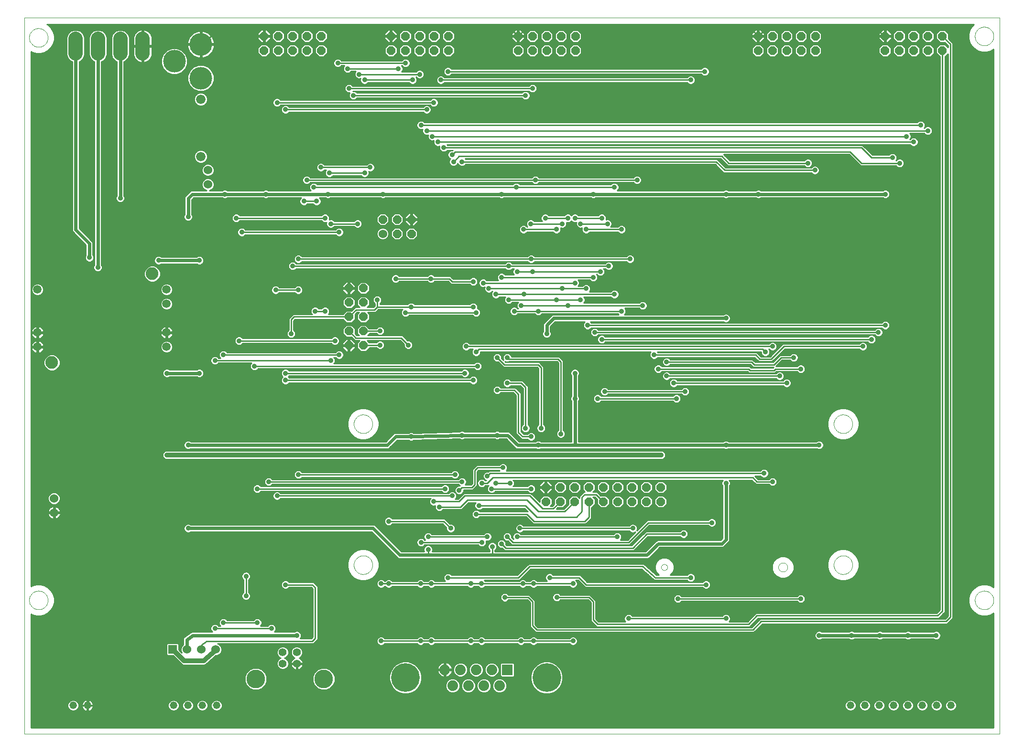
<source format=gbl>
G75*
G70*
%OFA0B0*%
%FSLAX24Y24*%
%IPPOS*%
%LPD*%
%AMOC8*
5,1,8,0,0,1.08239X$1,22.5*
%
%ADD10C,0.0000*%
%ADD11C,0.0560*%
%ADD12C,0.1300*%
%ADD13OC8,0.0600*%
%ADD14C,0.0600*%
%ADD15C,0.0520*%
%ADD16C,0.0594*%
%ADD17C,0.0886*%
%ADD18C,0.1580*%
%ADD19C,0.0660*%
%ADD20R,0.0600X0.0600*%
%ADD21C,0.1004*%
%ADD22R,0.0740X0.0740*%
%ADD23C,0.0740*%
%ADD24C,0.2000*%
%ADD25C,0.0360*%
%ADD26C,0.0240*%
%ADD27C,0.0100*%
%ADD28C,0.0320*%
D10*
X000252Y002439D02*
X000252Y052439D01*
X068252Y052439D01*
X068252Y002439D01*
X000252Y002439D01*
X000586Y011789D02*
X000588Y011839D01*
X000594Y011889D01*
X000604Y011939D01*
X000617Y011987D01*
X000634Y012035D01*
X000655Y012081D01*
X000679Y012125D01*
X000707Y012167D01*
X000738Y012207D01*
X000772Y012244D01*
X000809Y012279D01*
X000848Y012310D01*
X000889Y012339D01*
X000933Y012364D01*
X000979Y012386D01*
X001026Y012404D01*
X001074Y012418D01*
X001123Y012429D01*
X001173Y012436D01*
X001223Y012439D01*
X001274Y012438D01*
X001324Y012433D01*
X001374Y012424D01*
X001422Y012412D01*
X001470Y012395D01*
X001516Y012375D01*
X001561Y012352D01*
X001604Y012325D01*
X001644Y012295D01*
X001682Y012262D01*
X001717Y012226D01*
X001750Y012187D01*
X001779Y012146D01*
X001805Y012103D01*
X001828Y012058D01*
X001847Y012011D01*
X001862Y011963D01*
X001874Y011914D01*
X001882Y011864D01*
X001886Y011814D01*
X001886Y011764D01*
X001882Y011714D01*
X001874Y011664D01*
X001862Y011615D01*
X001847Y011567D01*
X001828Y011520D01*
X001805Y011475D01*
X001779Y011432D01*
X001750Y011391D01*
X001717Y011352D01*
X001682Y011316D01*
X001644Y011283D01*
X001604Y011253D01*
X001561Y011226D01*
X001516Y011203D01*
X001470Y011183D01*
X001422Y011166D01*
X001374Y011154D01*
X001324Y011145D01*
X001274Y011140D01*
X001223Y011139D01*
X001173Y011142D01*
X001123Y011149D01*
X001074Y011160D01*
X001026Y011174D01*
X000979Y011192D01*
X000933Y011214D01*
X000889Y011239D01*
X000848Y011268D01*
X000809Y011299D01*
X000772Y011334D01*
X000738Y011371D01*
X000707Y011411D01*
X000679Y011453D01*
X000655Y011497D01*
X000634Y011543D01*
X000617Y011591D01*
X000604Y011639D01*
X000594Y011689D01*
X000588Y011739D01*
X000586Y011789D01*
X023224Y014250D02*
X023226Y014300D01*
X023232Y014350D01*
X023242Y014400D01*
X023255Y014448D01*
X023272Y014496D01*
X023293Y014542D01*
X023317Y014586D01*
X023345Y014628D01*
X023376Y014668D01*
X023410Y014705D01*
X023447Y014740D01*
X023486Y014771D01*
X023527Y014800D01*
X023571Y014825D01*
X023617Y014847D01*
X023664Y014865D01*
X023712Y014879D01*
X023761Y014890D01*
X023811Y014897D01*
X023861Y014900D01*
X023912Y014899D01*
X023962Y014894D01*
X024012Y014885D01*
X024060Y014873D01*
X024108Y014856D01*
X024154Y014836D01*
X024199Y014813D01*
X024242Y014786D01*
X024282Y014756D01*
X024320Y014723D01*
X024355Y014687D01*
X024388Y014648D01*
X024417Y014607D01*
X024443Y014564D01*
X024466Y014519D01*
X024485Y014472D01*
X024500Y014424D01*
X024512Y014375D01*
X024520Y014325D01*
X024524Y014275D01*
X024524Y014225D01*
X024520Y014175D01*
X024512Y014125D01*
X024500Y014076D01*
X024485Y014028D01*
X024466Y013981D01*
X024443Y013936D01*
X024417Y013893D01*
X024388Y013852D01*
X024355Y013813D01*
X024320Y013777D01*
X024282Y013744D01*
X024242Y013714D01*
X024199Y013687D01*
X024154Y013664D01*
X024108Y013644D01*
X024060Y013627D01*
X024012Y013615D01*
X023962Y013606D01*
X023912Y013601D01*
X023861Y013600D01*
X023811Y013603D01*
X023761Y013610D01*
X023712Y013621D01*
X023664Y013635D01*
X023617Y013653D01*
X023571Y013675D01*
X023527Y013700D01*
X023486Y013729D01*
X023447Y013760D01*
X023410Y013795D01*
X023376Y013832D01*
X023345Y013872D01*
X023317Y013914D01*
X023293Y013958D01*
X023272Y014004D01*
X023255Y014052D01*
X023242Y014100D01*
X023232Y014150D01*
X023226Y014200D01*
X023224Y014250D01*
X023224Y024093D02*
X023226Y024143D01*
X023232Y024193D01*
X023242Y024243D01*
X023255Y024291D01*
X023272Y024339D01*
X023293Y024385D01*
X023317Y024429D01*
X023345Y024471D01*
X023376Y024511D01*
X023410Y024548D01*
X023447Y024583D01*
X023486Y024614D01*
X023527Y024643D01*
X023571Y024668D01*
X023617Y024690D01*
X023664Y024708D01*
X023712Y024722D01*
X023761Y024733D01*
X023811Y024740D01*
X023861Y024743D01*
X023912Y024742D01*
X023962Y024737D01*
X024012Y024728D01*
X024060Y024716D01*
X024108Y024699D01*
X024154Y024679D01*
X024199Y024656D01*
X024242Y024629D01*
X024282Y024599D01*
X024320Y024566D01*
X024355Y024530D01*
X024388Y024491D01*
X024417Y024450D01*
X024443Y024407D01*
X024466Y024362D01*
X024485Y024315D01*
X024500Y024267D01*
X024512Y024218D01*
X024520Y024168D01*
X024524Y024118D01*
X024524Y024068D01*
X024520Y024018D01*
X024512Y023968D01*
X024500Y023919D01*
X024485Y023871D01*
X024466Y023824D01*
X024443Y023779D01*
X024417Y023736D01*
X024388Y023695D01*
X024355Y023656D01*
X024320Y023620D01*
X024282Y023587D01*
X024242Y023557D01*
X024199Y023530D01*
X024154Y023507D01*
X024108Y023487D01*
X024060Y023470D01*
X024012Y023458D01*
X023962Y023449D01*
X023912Y023444D01*
X023861Y023443D01*
X023811Y023446D01*
X023761Y023453D01*
X023712Y023464D01*
X023664Y023478D01*
X023617Y023496D01*
X023571Y023518D01*
X023527Y023543D01*
X023486Y023572D01*
X023447Y023603D01*
X023410Y023638D01*
X023376Y023675D01*
X023345Y023715D01*
X023317Y023757D01*
X023293Y023801D01*
X023272Y023847D01*
X023255Y023895D01*
X023242Y023943D01*
X023232Y023993D01*
X023226Y024043D01*
X023224Y024093D01*
X044657Y014089D02*
X044659Y014118D01*
X044665Y014146D01*
X044674Y014174D01*
X044687Y014200D01*
X044704Y014223D01*
X044723Y014245D01*
X044745Y014264D01*
X044770Y014279D01*
X044796Y014292D01*
X044824Y014300D01*
X044852Y014305D01*
X044881Y014306D01*
X044910Y014303D01*
X044938Y014296D01*
X044965Y014286D01*
X044991Y014272D01*
X045014Y014255D01*
X045035Y014235D01*
X045053Y014212D01*
X045068Y014187D01*
X045079Y014160D01*
X045087Y014132D01*
X045091Y014103D01*
X045091Y014075D01*
X045087Y014046D01*
X045079Y014018D01*
X045068Y013991D01*
X045053Y013966D01*
X045035Y013943D01*
X045014Y013923D01*
X044991Y013906D01*
X044965Y013892D01*
X044938Y013882D01*
X044910Y013875D01*
X044881Y013872D01*
X044852Y013873D01*
X044824Y013878D01*
X044796Y013886D01*
X044770Y013899D01*
X044745Y013914D01*
X044723Y013933D01*
X044704Y013955D01*
X044687Y013978D01*
X044674Y014004D01*
X044665Y014032D01*
X044659Y014060D01*
X044657Y014089D01*
X052827Y014089D02*
X052829Y014124D01*
X052835Y014159D01*
X052845Y014193D01*
X052858Y014226D01*
X052875Y014257D01*
X052896Y014285D01*
X052919Y014312D01*
X052946Y014335D01*
X052974Y014356D01*
X053005Y014373D01*
X053038Y014386D01*
X053072Y014396D01*
X053107Y014402D01*
X053142Y014404D01*
X053177Y014402D01*
X053212Y014396D01*
X053246Y014386D01*
X053279Y014373D01*
X053310Y014356D01*
X053338Y014335D01*
X053365Y014312D01*
X053388Y014285D01*
X053409Y014257D01*
X053426Y014226D01*
X053439Y014193D01*
X053449Y014159D01*
X053455Y014124D01*
X053457Y014089D01*
X053455Y014054D01*
X053449Y014019D01*
X053439Y013985D01*
X053426Y013952D01*
X053409Y013921D01*
X053388Y013893D01*
X053365Y013866D01*
X053338Y013843D01*
X053310Y013822D01*
X053279Y013805D01*
X053246Y013792D01*
X053212Y013782D01*
X053177Y013776D01*
X053142Y013774D01*
X053107Y013776D01*
X053072Y013782D01*
X053038Y013792D01*
X053005Y013805D01*
X052974Y013822D01*
X052946Y013843D01*
X052919Y013866D01*
X052896Y013893D01*
X052875Y013921D01*
X052858Y013952D01*
X052845Y013985D01*
X052835Y014019D01*
X052829Y014054D01*
X052827Y014089D01*
X056689Y014250D02*
X056691Y014300D01*
X056697Y014350D01*
X056707Y014400D01*
X056720Y014448D01*
X056737Y014496D01*
X056758Y014542D01*
X056782Y014586D01*
X056810Y014628D01*
X056841Y014668D01*
X056875Y014705D01*
X056912Y014740D01*
X056951Y014771D01*
X056992Y014800D01*
X057036Y014825D01*
X057082Y014847D01*
X057129Y014865D01*
X057177Y014879D01*
X057226Y014890D01*
X057276Y014897D01*
X057326Y014900D01*
X057377Y014899D01*
X057427Y014894D01*
X057477Y014885D01*
X057525Y014873D01*
X057573Y014856D01*
X057619Y014836D01*
X057664Y014813D01*
X057707Y014786D01*
X057747Y014756D01*
X057785Y014723D01*
X057820Y014687D01*
X057853Y014648D01*
X057882Y014607D01*
X057908Y014564D01*
X057931Y014519D01*
X057950Y014472D01*
X057965Y014424D01*
X057977Y014375D01*
X057985Y014325D01*
X057989Y014275D01*
X057989Y014225D01*
X057985Y014175D01*
X057977Y014125D01*
X057965Y014076D01*
X057950Y014028D01*
X057931Y013981D01*
X057908Y013936D01*
X057882Y013893D01*
X057853Y013852D01*
X057820Y013813D01*
X057785Y013777D01*
X057747Y013744D01*
X057707Y013714D01*
X057664Y013687D01*
X057619Y013664D01*
X057573Y013644D01*
X057525Y013627D01*
X057477Y013615D01*
X057427Y013606D01*
X057377Y013601D01*
X057326Y013600D01*
X057276Y013603D01*
X057226Y013610D01*
X057177Y013621D01*
X057129Y013635D01*
X057082Y013653D01*
X057036Y013675D01*
X056992Y013700D01*
X056951Y013729D01*
X056912Y013760D01*
X056875Y013795D01*
X056841Y013832D01*
X056810Y013872D01*
X056782Y013914D01*
X056758Y013958D01*
X056737Y014004D01*
X056720Y014052D01*
X056707Y014100D01*
X056697Y014150D01*
X056691Y014200D01*
X056689Y014250D01*
X066531Y011789D02*
X066533Y011839D01*
X066539Y011889D01*
X066549Y011939D01*
X066562Y011987D01*
X066579Y012035D01*
X066600Y012081D01*
X066624Y012125D01*
X066652Y012167D01*
X066683Y012207D01*
X066717Y012244D01*
X066754Y012279D01*
X066793Y012310D01*
X066834Y012339D01*
X066878Y012364D01*
X066924Y012386D01*
X066971Y012404D01*
X067019Y012418D01*
X067068Y012429D01*
X067118Y012436D01*
X067168Y012439D01*
X067219Y012438D01*
X067269Y012433D01*
X067319Y012424D01*
X067367Y012412D01*
X067415Y012395D01*
X067461Y012375D01*
X067506Y012352D01*
X067549Y012325D01*
X067589Y012295D01*
X067627Y012262D01*
X067662Y012226D01*
X067695Y012187D01*
X067724Y012146D01*
X067750Y012103D01*
X067773Y012058D01*
X067792Y012011D01*
X067807Y011963D01*
X067819Y011914D01*
X067827Y011864D01*
X067831Y011814D01*
X067831Y011764D01*
X067827Y011714D01*
X067819Y011664D01*
X067807Y011615D01*
X067792Y011567D01*
X067773Y011520D01*
X067750Y011475D01*
X067724Y011432D01*
X067695Y011391D01*
X067662Y011352D01*
X067627Y011316D01*
X067589Y011283D01*
X067549Y011253D01*
X067506Y011226D01*
X067461Y011203D01*
X067415Y011183D01*
X067367Y011166D01*
X067319Y011154D01*
X067269Y011145D01*
X067219Y011140D01*
X067168Y011139D01*
X067118Y011142D01*
X067068Y011149D01*
X067019Y011160D01*
X066971Y011174D01*
X066924Y011192D01*
X066878Y011214D01*
X066834Y011239D01*
X066793Y011268D01*
X066754Y011299D01*
X066717Y011334D01*
X066683Y011371D01*
X066652Y011411D01*
X066624Y011453D01*
X066600Y011497D01*
X066579Y011543D01*
X066562Y011591D01*
X066549Y011639D01*
X066539Y011689D01*
X066533Y011739D01*
X066531Y011789D01*
X056689Y024093D02*
X056691Y024143D01*
X056697Y024193D01*
X056707Y024243D01*
X056720Y024291D01*
X056737Y024339D01*
X056758Y024385D01*
X056782Y024429D01*
X056810Y024471D01*
X056841Y024511D01*
X056875Y024548D01*
X056912Y024583D01*
X056951Y024614D01*
X056992Y024643D01*
X057036Y024668D01*
X057082Y024690D01*
X057129Y024708D01*
X057177Y024722D01*
X057226Y024733D01*
X057276Y024740D01*
X057326Y024743D01*
X057377Y024742D01*
X057427Y024737D01*
X057477Y024728D01*
X057525Y024716D01*
X057573Y024699D01*
X057619Y024679D01*
X057664Y024656D01*
X057707Y024629D01*
X057747Y024599D01*
X057785Y024566D01*
X057820Y024530D01*
X057853Y024491D01*
X057882Y024450D01*
X057908Y024407D01*
X057931Y024362D01*
X057950Y024315D01*
X057965Y024267D01*
X057977Y024218D01*
X057985Y024168D01*
X057989Y024118D01*
X057989Y024068D01*
X057985Y024018D01*
X057977Y023968D01*
X057965Y023919D01*
X057950Y023871D01*
X057931Y023824D01*
X057908Y023779D01*
X057882Y023736D01*
X057853Y023695D01*
X057820Y023656D01*
X057785Y023620D01*
X057747Y023587D01*
X057707Y023557D01*
X057664Y023530D01*
X057619Y023507D01*
X057573Y023487D01*
X057525Y023470D01*
X057477Y023458D01*
X057427Y023449D01*
X057377Y023444D01*
X057326Y023443D01*
X057276Y023446D01*
X057226Y023453D01*
X057177Y023464D01*
X057129Y023478D01*
X057082Y023496D01*
X057036Y023518D01*
X056992Y023543D01*
X056951Y023572D01*
X056912Y023603D01*
X056875Y023638D01*
X056841Y023675D01*
X056810Y023715D01*
X056782Y023757D01*
X056758Y023801D01*
X056737Y023847D01*
X056720Y023895D01*
X056707Y023943D01*
X056697Y023993D01*
X056691Y024043D01*
X056689Y024093D01*
X066531Y051160D02*
X066533Y051210D01*
X066539Y051260D01*
X066549Y051310D01*
X066562Y051358D01*
X066579Y051406D01*
X066600Y051452D01*
X066624Y051496D01*
X066652Y051538D01*
X066683Y051578D01*
X066717Y051615D01*
X066754Y051650D01*
X066793Y051681D01*
X066834Y051710D01*
X066878Y051735D01*
X066924Y051757D01*
X066971Y051775D01*
X067019Y051789D01*
X067068Y051800D01*
X067118Y051807D01*
X067168Y051810D01*
X067219Y051809D01*
X067269Y051804D01*
X067319Y051795D01*
X067367Y051783D01*
X067415Y051766D01*
X067461Y051746D01*
X067506Y051723D01*
X067549Y051696D01*
X067589Y051666D01*
X067627Y051633D01*
X067662Y051597D01*
X067695Y051558D01*
X067724Y051517D01*
X067750Y051474D01*
X067773Y051429D01*
X067792Y051382D01*
X067807Y051334D01*
X067819Y051285D01*
X067827Y051235D01*
X067831Y051185D01*
X067831Y051135D01*
X067827Y051085D01*
X067819Y051035D01*
X067807Y050986D01*
X067792Y050938D01*
X067773Y050891D01*
X067750Y050846D01*
X067724Y050803D01*
X067695Y050762D01*
X067662Y050723D01*
X067627Y050687D01*
X067589Y050654D01*
X067549Y050624D01*
X067506Y050597D01*
X067461Y050574D01*
X067415Y050554D01*
X067367Y050537D01*
X067319Y050525D01*
X067269Y050516D01*
X067219Y050511D01*
X067168Y050510D01*
X067118Y050513D01*
X067068Y050520D01*
X067019Y050531D01*
X066971Y050545D01*
X066924Y050563D01*
X066878Y050585D01*
X066834Y050610D01*
X066793Y050639D01*
X066754Y050670D01*
X066717Y050705D01*
X066683Y050742D01*
X066652Y050782D01*
X066624Y050824D01*
X066600Y050868D01*
X066579Y050914D01*
X066562Y050962D01*
X066549Y051010D01*
X066539Y051060D01*
X066533Y051110D01*
X066531Y051160D01*
X000586Y051061D02*
X000588Y051111D01*
X000594Y051161D01*
X000604Y051211D01*
X000617Y051259D01*
X000634Y051307D01*
X000655Y051353D01*
X000679Y051397D01*
X000707Y051439D01*
X000738Y051479D01*
X000772Y051516D01*
X000809Y051551D01*
X000848Y051582D01*
X000889Y051611D01*
X000933Y051636D01*
X000979Y051658D01*
X001026Y051676D01*
X001074Y051690D01*
X001123Y051701D01*
X001173Y051708D01*
X001223Y051711D01*
X001274Y051710D01*
X001324Y051705D01*
X001374Y051696D01*
X001422Y051684D01*
X001470Y051667D01*
X001516Y051647D01*
X001561Y051624D01*
X001604Y051597D01*
X001644Y051567D01*
X001682Y051534D01*
X001717Y051498D01*
X001750Y051459D01*
X001779Y051418D01*
X001805Y051375D01*
X001828Y051330D01*
X001847Y051283D01*
X001862Y051235D01*
X001874Y051186D01*
X001882Y051136D01*
X001886Y051086D01*
X001886Y051036D01*
X001882Y050986D01*
X001874Y050936D01*
X001862Y050887D01*
X001847Y050839D01*
X001828Y050792D01*
X001805Y050747D01*
X001779Y050704D01*
X001750Y050663D01*
X001717Y050624D01*
X001682Y050588D01*
X001644Y050555D01*
X001604Y050525D01*
X001561Y050498D01*
X001516Y050475D01*
X001470Y050455D01*
X001422Y050438D01*
X001374Y050426D01*
X001324Y050417D01*
X001274Y050412D01*
X001223Y050411D01*
X001173Y050414D01*
X001123Y050421D01*
X001074Y050432D01*
X001026Y050446D01*
X000979Y050464D01*
X000933Y050486D01*
X000889Y050511D01*
X000848Y050540D01*
X000809Y050571D01*
X000772Y050606D01*
X000738Y050643D01*
X000707Y050683D01*
X000679Y050725D01*
X000655Y050769D01*
X000634Y050815D01*
X000617Y050863D01*
X000604Y050911D01*
X000594Y050961D01*
X000588Y051011D01*
X000586Y051061D01*
D11*
X018264Y008140D03*
X018264Y007360D03*
X019248Y007360D03*
X019248Y008140D03*
D12*
X021126Y006290D03*
X016386Y006290D03*
D13*
X036606Y018671D03*
X037606Y018671D03*
X038606Y018671D03*
X039606Y018671D03*
X040606Y018671D03*
X041606Y018671D03*
X042606Y018671D03*
X043606Y018671D03*
X044606Y018671D03*
X044606Y019671D03*
X043606Y019671D03*
X042606Y019671D03*
X041606Y019671D03*
X040606Y019671D03*
X039606Y019671D03*
X038606Y019671D03*
X037606Y019671D03*
X036606Y019671D03*
X023882Y029573D03*
X022882Y029573D03*
X022882Y030573D03*
X023882Y030573D03*
X023882Y031573D03*
X022882Y031573D03*
X022882Y032573D03*
X023882Y032573D03*
X023882Y033573D03*
X022882Y033573D03*
X026236Y037372D03*
X026236Y038372D03*
X027236Y038372D03*
X027236Y037372D03*
X025236Y038372D03*
X025811Y050167D03*
X026811Y050167D03*
X027811Y050167D03*
X028811Y050167D03*
X029811Y050167D03*
X029811Y051167D03*
X028811Y051167D03*
X027811Y051167D03*
X026811Y051167D03*
X025811Y051167D03*
X020953Y051167D03*
X019953Y051167D03*
X019953Y050167D03*
X020953Y050167D03*
X018953Y050167D03*
X017953Y050167D03*
X016953Y050167D03*
X016953Y051167D03*
X017953Y051167D03*
X018953Y051167D03*
X034669Y051167D03*
X034669Y050167D03*
X035669Y050167D03*
X036669Y050167D03*
X037669Y050167D03*
X038669Y050167D03*
X038669Y051167D03*
X037669Y051167D03*
X036669Y051167D03*
X035669Y051167D03*
X051402Y051167D03*
X052402Y051167D03*
X053402Y051167D03*
X054402Y051167D03*
X055402Y051167D03*
X055402Y050167D03*
X054402Y050167D03*
X053402Y050167D03*
X052402Y050167D03*
X051402Y050167D03*
X060260Y050167D03*
X061260Y050167D03*
X062260Y050167D03*
X063260Y050167D03*
X064260Y050167D03*
X064260Y051167D03*
X063260Y051167D03*
X062260Y051167D03*
X061260Y051167D03*
X060260Y051167D03*
D14*
X025236Y037372D03*
X013047Y040809D03*
X013047Y041809D03*
X002319Y018892D03*
X002319Y017892D03*
X011587Y008345D03*
X012587Y008345D03*
X013587Y008345D03*
D15*
X013652Y004439D03*
X012652Y004439D03*
X011652Y004439D03*
X010652Y004439D03*
X004652Y004439D03*
X003652Y004439D03*
X057852Y004439D03*
X058852Y004439D03*
X059852Y004439D03*
X060852Y004439D03*
X061852Y004439D03*
X062852Y004439D03*
X063852Y004439D03*
X064852Y004439D03*
D16*
X010165Y029474D03*
X010165Y030474D03*
X010165Y032474D03*
X010165Y033474D03*
X001165Y033474D03*
X001165Y030474D03*
X001165Y029474D03*
D17*
X002165Y028374D03*
X009165Y034574D03*
D18*
X012555Y048226D03*
X010705Y049408D03*
X012555Y050589D03*
D19*
X012555Y046762D03*
X012555Y042762D03*
D20*
X010587Y008345D03*
D21*
X008496Y049969D02*
X008496Y050973D01*
X006937Y050973D02*
X006937Y049969D01*
X005378Y049969D02*
X005378Y050973D01*
X003819Y050973D02*
X003819Y049969D01*
D22*
X033929Y006935D03*
D23*
X032839Y006935D03*
X031748Y006935D03*
X030657Y006935D03*
X029567Y006935D03*
X030114Y005817D03*
X031205Y005817D03*
X032291Y005817D03*
X033382Y005817D03*
D24*
X036669Y006376D03*
X026827Y006376D03*
D25*
X027877Y008939D03*
X028627Y008939D03*
X031377Y008939D03*
X032127Y008939D03*
X034877Y008939D03*
X035752Y008939D03*
X038502Y008939D03*
X042378Y010510D03*
X045823Y011888D03*
X046709Y013364D03*
X047791Y012872D03*
X049169Y010510D03*
X054386Y011888D03*
X055665Y009329D03*
X057929Y009329D03*
X059898Y009329D03*
X061866Y009329D03*
X063835Y009329D03*
X052417Y020057D03*
X051827Y020648D03*
X049169Y019959D03*
X049169Y022616D03*
X044642Y021927D03*
X045724Y025864D03*
X046315Y026356D03*
X045528Y026947D03*
X045035Y027439D03*
X044445Y027931D03*
X045035Y028423D03*
X044150Y028915D03*
X040508Y029998D03*
X040016Y030490D03*
X039524Y030982D03*
X038146Y032360D03*
X037358Y032754D03*
X037752Y033541D03*
X038638Y033935D03*
X039425Y033541D03*
X039031Y032754D03*
X039917Y034329D03*
X040409Y034723D03*
X041000Y035116D03*
X042476Y035608D03*
X042969Y036100D03*
X041886Y037675D03*
X040902Y038069D03*
X040508Y038463D03*
X039425Y037675D03*
X039031Y038069D03*
X038638Y038463D03*
X038146Y038463D03*
X037752Y038069D03*
X037358Y037675D03*
X036571Y038463D03*
X035549Y038069D03*
X035049Y037675D03*
X036571Y036100D03*
X035587Y035608D03*
X035685Y034723D03*
X034602Y034723D03*
X034012Y035116D03*
X033520Y034329D03*
X032240Y033935D03*
X032634Y033541D03*
X033126Y033148D03*
X034012Y032754D03*
X034406Y031967D03*
X034898Y032360D03*
X036079Y031967D03*
X035094Y033148D03*
X036669Y030392D03*
X033913Y028719D03*
X033224Y028719D03*
X031846Y028128D03*
X030961Y027636D03*
X031551Y027144D03*
X032732Y026061D03*
X033224Y026455D03*
X033913Y026947D03*
X036669Y027636D03*
X038638Y027636D03*
X040705Y026356D03*
X040213Y025864D03*
X038638Y025864D03*
X036669Y025864D03*
X036276Y023797D03*
X036669Y023305D03*
X035587Y023207D03*
X035193Y023797D03*
X036079Y022616D03*
X036669Y021435D03*
X038146Y021927D03*
X037654Y023404D03*
X033618Y021041D03*
X033224Y021435D03*
X032535Y020451D03*
X032142Y019959D03*
X032831Y019565D03*
X033126Y019959D03*
X034110Y019959D03*
X035587Y019565D03*
X034799Y016809D03*
X034602Y016219D03*
X033913Y016219D03*
X033520Y015726D03*
X032877Y015537D03*
X032437Y015431D03*
X032142Y015825D03*
X032535Y016219D03*
X031748Y017793D03*
X031945Y018384D03*
X030567Y019467D03*
X030075Y019073D03*
X029583Y019565D03*
X030272Y020549D03*
X030764Y020057D03*
X030764Y021435D03*
X030764Y023305D03*
X033224Y023305D03*
X027220Y023207D03*
X028795Y018679D03*
X029189Y018286D03*
X029976Y017597D03*
X029976Y016809D03*
X028402Y016219D03*
X027909Y015825D03*
X028402Y015333D03*
X029791Y013353D03*
X028627Y012939D03*
X027877Y012939D03*
X025646Y012939D03*
X025127Y012939D03*
X025127Y008939D03*
X019248Y009329D03*
X017476Y009821D03*
X016492Y010215D03*
X017969Y011691D03*
X018461Y012872D03*
X016492Y014349D03*
X015705Y013463D03*
X015705Y012085D03*
X014130Y010215D03*
X013539Y009821D03*
X009209Y006376D03*
X011669Y016809D03*
X016492Y019565D03*
X017280Y020057D03*
X017870Y019073D03*
X019346Y020549D03*
X025646Y017301D03*
X031377Y012939D03*
X032127Y012939D03*
X033752Y011982D03*
X035002Y012939D03*
X035752Y012939D03*
X036877Y013364D03*
X037377Y011991D03*
X038502Y012939D03*
X041591Y016219D03*
X042673Y016809D03*
X046217Y016415D03*
X047201Y016612D03*
X048185Y017203D03*
X055665Y022616D03*
X053402Y026947D03*
X052909Y027439D03*
X054386Y027931D03*
X053894Y028719D03*
X052417Y029506D03*
X051925Y029112D03*
X049169Y031474D03*
X043362Y032360D03*
X041886Y031967D03*
X041394Y033148D03*
X039917Y040136D03*
X041394Y040628D03*
X042969Y041120D03*
X049169Y040136D03*
X051433Y040136D03*
X054878Y042301D03*
X055370Y041809D03*
X060291Y040136D03*
X061276Y042301D03*
X060783Y042695D03*
X061768Y044171D03*
X062260Y043778D03*
X063244Y044565D03*
X062752Y044959D03*
X047693Y048699D03*
X046709Y048108D03*
X035685Y047518D03*
X035193Y047026D03*
X029780Y048699D03*
X029287Y048108D03*
X027811Y048502D03*
X027319Y048108D03*
X026335Y048896D03*
X026827Y049289D03*
X023972Y048108D03*
X023579Y048502D03*
X022791Y048896D03*
X022102Y049289D03*
X022890Y047518D03*
X023185Y047026D03*
X018461Y046041D03*
X017870Y046534D03*
X020921Y042006D03*
X020921Y041514D03*
X021512Y041612D03*
X020429Y040628D03*
X019937Y041120D03*
X019740Y039644D03*
X020626Y039644D03*
X021413Y040136D03*
X021217Y038463D03*
X021610Y038069D03*
X022201Y037478D03*
X023480Y038069D03*
X023480Y036100D03*
X024858Y036100D03*
X026138Y034230D03*
X024858Y032754D03*
X026827Y031868D03*
X027220Y032262D03*
X028598Y030786D03*
X027811Y029604D03*
X027024Y029604D03*
X025055Y029604D03*
X025055Y030589D03*
X021906Y029900D03*
X022201Y028915D03*
X021610Y028522D03*
X018854Y030392D03*
X017870Y031671D03*
X016591Y031671D03*
X017772Y033443D03*
X019346Y033443D03*
X020528Y031967D03*
X021217Y031967D03*
X018953Y035116D03*
X019346Y035608D03*
X021413Y036100D03*
X016689Y036100D03*
X015409Y037478D03*
X015016Y038463D03*
X014228Y037380D03*
X013047Y037380D03*
X011669Y038561D03*
X011079Y036888D03*
X012457Y035510D03*
X009602Y035510D03*
X005370Y035018D03*
X004780Y035707D03*
X003205Y034132D03*
X006937Y039849D03*
X011079Y040234D03*
X014228Y040136D03*
X014031Y042203D03*
X016689Y041514D03*
X017083Y040136D03*
X023972Y041612D03*
X024366Y042006D03*
X025252Y040136D03*
X029091Y043778D03*
X029484Y043384D03*
X030075Y042892D03*
X030173Y042400D03*
X030764Y042400D03*
X032732Y041711D03*
X033520Y040136D03*
X034549Y040628D03*
X035882Y041120D03*
X028795Y046534D03*
X028303Y046041D03*
X027909Y044959D03*
X028303Y044565D03*
X028697Y044171D03*
X027811Y036100D03*
X028598Y034230D03*
X031551Y034034D03*
X031551Y032262D03*
X031748Y031868D03*
X031059Y029506D03*
X031748Y029112D03*
X030370Y028620D03*
X018461Y027636D03*
X018461Y027144D03*
X016295Y028128D03*
X014130Y028915D03*
X013539Y028522D03*
X012457Y027636D03*
X010193Y027636D03*
X005764Y025471D03*
X010193Y021927D03*
X011669Y022616D03*
X015213Y029900D03*
X012457Y031671D03*
X042575Y004211D03*
X058717Y029506D03*
X059307Y029998D03*
X059799Y030490D03*
X060291Y030982D03*
D26*
X055665Y022616D02*
X049169Y022616D01*
X038638Y022616D01*
X038638Y025864D01*
X038638Y027636D01*
X036669Y030392D02*
X036669Y030982D01*
X037161Y031474D01*
X049169Y031474D01*
X049169Y040136D02*
X039917Y040136D01*
X033520Y040136D01*
X025252Y040136D01*
X021413Y040136D01*
X017083Y040136D01*
X014228Y040136D01*
X011965Y040136D01*
X011669Y039841D01*
X011669Y038561D01*
X012457Y035510D02*
X009602Y035510D01*
X005370Y035018D02*
X005370Y050463D01*
X005378Y050471D01*
X003819Y050471D02*
X003819Y037652D01*
X004780Y036691D01*
X004780Y035707D01*
X006937Y039849D02*
X006937Y050471D01*
X010193Y027636D02*
X012457Y027636D01*
X011669Y022616D02*
X025547Y022616D01*
X026138Y023207D01*
X027220Y023207D01*
X030764Y023305D01*
X033224Y023305D01*
X033951Y023305D01*
X034640Y022616D01*
X036079Y022616D01*
X038638Y022616D01*
X044445Y015726D02*
X048874Y015726D01*
X049169Y016022D01*
X049169Y019959D01*
X044445Y015726D02*
X043657Y014939D01*
X032877Y014939D01*
X028402Y014939D01*
X026433Y014939D01*
X024563Y016809D01*
X011669Y016809D01*
X011980Y009329D02*
X011571Y009034D01*
X011571Y008345D01*
X011980Y009329D02*
X019248Y009329D01*
X055665Y009329D02*
X057929Y009329D01*
X059898Y009329D01*
X061866Y009329D01*
X063835Y009329D01*
X060291Y040136D02*
X051433Y040136D01*
X049169Y040136D01*
D27*
X048981Y040386D02*
X041590Y040386D01*
X041656Y040452D01*
X041704Y040566D01*
X041704Y040690D01*
X041656Y040804D01*
X041569Y040891D01*
X041455Y040938D01*
X041332Y040938D01*
X041218Y040891D01*
X041135Y040808D01*
X034808Y040808D01*
X034725Y040891D01*
X034611Y040938D01*
X034488Y040938D01*
X034374Y040891D01*
X034291Y040808D01*
X020688Y040808D01*
X020605Y040891D01*
X020491Y040938D01*
X020367Y040938D01*
X020254Y040891D01*
X020166Y040804D01*
X020119Y040690D01*
X020119Y040566D01*
X020166Y040452D01*
X020233Y040386D01*
X017271Y040386D01*
X017258Y040399D01*
X017144Y040446D01*
X017021Y040446D01*
X016907Y040399D01*
X016894Y040386D01*
X014417Y040386D01*
X014404Y040399D01*
X014290Y040446D01*
X014167Y040446D01*
X014053Y040399D01*
X014040Y040386D01*
X013149Y040386D01*
X013291Y040445D01*
X013412Y040566D01*
X013477Y040724D01*
X013477Y040895D01*
X013412Y041053D01*
X013291Y041174D01*
X013133Y041239D01*
X012962Y041239D01*
X012804Y041174D01*
X012683Y041053D01*
X012617Y040895D01*
X012617Y040724D01*
X012683Y040566D01*
X012804Y040445D01*
X012946Y040386D01*
X012014Y040386D01*
X011915Y040386D01*
X011823Y040348D01*
X011528Y040053D01*
X011457Y039982D01*
X011419Y039890D01*
X011419Y038749D01*
X011406Y038737D01*
X011359Y038623D01*
X011359Y038499D01*
X011406Y038385D01*
X011494Y038298D01*
X011608Y038251D01*
X011731Y038251D01*
X011845Y038298D01*
X011932Y038385D01*
X011979Y038499D01*
X011979Y038623D01*
X011932Y038737D01*
X011919Y038749D01*
X011919Y039737D01*
X012068Y039886D01*
X014040Y039886D01*
X014053Y039873D01*
X014167Y039826D01*
X014290Y039826D01*
X014404Y039873D01*
X014417Y039886D01*
X016894Y039886D01*
X016907Y039873D01*
X017021Y039826D01*
X017144Y039826D01*
X017258Y039873D01*
X017271Y039886D01*
X019544Y039886D01*
X019477Y039819D01*
X019430Y039705D01*
X019430Y039582D01*
X019477Y039468D01*
X019565Y039381D01*
X019678Y039334D01*
X019802Y039334D01*
X019916Y039381D01*
X019999Y039464D01*
X020368Y039464D01*
X020450Y039381D01*
X020564Y039334D01*
X020688Y039334D01*
X020802Y039381D01*
X020889Y039468D01*
X020936Y039582D01*
X020936Y039705D01*
X020889Y039819D01*
X020822Y039886D01*
X021225Y039886D01*
X021238Y039873D01*
X021352Y039826D01*
X021475Y039826D01*
X021589Y039873D01*
X021602Y039886D01*
X025064Y039886D01*
X021601Y039886D01*
X021225Y039886D02*
X020823Y039886D01*
X020902Y039787D02*
X064080Y039787D01*
X064080Y039886D02*
X060479Y039886D01*
X060467Y039873D02*
X060554Y039960D01*
X060601Y040074D01*
X060601Y040198D01*
X060554Y040311D01*
X060467Y040399D01*
X060353Y040446D01*
X060230Y040446D01*
X060116Y040399D01*
X060103Y040386D01*
X051621Y040386D01*
X051609Y040399D01*
X051495Y040446D01*
X051371Y040446D01*
X051257Y040399D01*
X051245Y040386D01*
X049358Y040386D01*
X049345Y040399D01*
X049231Y040446D01*
X049108Y040446D01*
X048994Y040399D01*
X048981Y040386D01*
X048981Y039886D02*
X048994Y039873D01*
X049108Y039826D01*
X049231Y039826D01*
X049345Y039873D01*
X049358Y039886D01*
X051245Y039886D01*
X051257Y039873D01*
X051371Y039826D01*
X051495Y039826D01*
X051609Y039873D01*
X051621Y039886D01*
X060103Y039886D01*
X060116Y039873D01*
X060230Y039826D01*
X060353Y039826D01*
X060467Y039873D01*
X060564Y039984D02*
X064080Y039984D01*
X064080Y040083D02*
X060601Y040083D01*
X060601Y040181D02*
X064080Y040181D01*
X064080Y040280D02*
X060567Y040280D01*
X060487Y040378D02*
X064080Y040378D01*
X064080Y040477D02*
X041667Y040477D01*
X041704Y040575D02*
X064080Y040575D01*
X064080Y040674D02*
X041704Y040674D01*
X041669Y040772D02*
X064080Y040772D01*
X064080Y040871D02*
X043158Y040871D01*
X043144Y040857D02*
X043231Y040945D01*
X043278Y041058D01*
X043278Y041182D01*
X043231Y041296D01*
X043144Y041383D01*
X043030Y041430D01*
X042907Y041430D01*
X042793Y041383D01*
X042710Y041300D01*
X036140Y041300D01*
X036057Y041383D01*
X035944Y041430D01*
X035820Y041430D01*
X035706Y041383D01*
X035623Y041300D01*
X020195Y041300D01*
X020113Y041383D01*
X019999Y041430D01*
X019875Y041430D01*
X019761Y041383D01*
X019674Y041296D01*
X019627Y041182D01*
X019627Y041058D01*
X019674Y040945D01*
X019761Y040857D01*
X019875Y040810D01*
X019999Y040810D01*
X020113Y040857D01*
X020195Y040940D01*
X035623Y040940D01*
X035706Y040857D01*
X035820Y040810D01*
X035944Y040810D01*
X036057Y040857D01*
X036140Y040940D01*
X042710Y040940D01*
X042793Y040857D01*
X042907Y040810D01*
X043030Y040810D01*
X043144Y040857D01*
X043242Y040969D02*
X064080Y040969D01*
X064080Y041068D02*
X043278Y041068D01*
X043278Y041167D02*
X064080Y041167D01*
X064080Y041265D02*
X043244Y041265D01*
X043163Y041364D02*
X064080Y041364D01*
X064080Y041462D02*
X024246Y041462D01*
X024235Y041437D02*
X024282Y041551D01*
X024282Y041674D01*
X024267Y041712D01*
X024304Y041696D01*
X024428Y041696D01*
X024542Y041743D01*
X024629Y041830D01*
X024676Y041944D01*
X024676Y042068D01*
X024629Y042182D01*
X024542Y042269D01*
X024428Y042316D01*
X024304Y042316D01*
X024191Y042269D01*
X024108Y042186D01*
X021180Y042186D01*
X021097Y042269D01*
X020983Y042316D01*
X020860Y042316D01*
X020746Y042269D01*
X020658Y042182D01*
X020611Y042068D01*
X020611Y041944D01*
X020658Y041830D01*
X020746Y041743D01*
X020860Y041696D01*
X020983Y041696D01*
X021097Y041743D01*
X021180Y041826D01*
X021287Y041826D01*
X021249Y041788D01*
X021202Y041674D01*
X021202Y041551D01*
X021249Y041437D01*
X021336Y041349D01*
X021450Y041302D01*
X021573Y041302D01*
X021687Y041349D01*
X021770Y041432D01*
X023714Y041432D01*
X023797Y041349D01*
X023911Y041302D01*
X024034Y041302D01*
X024148Y041349D01*
X024235Y041437D01*
X024162Y041364D02*
X035687Y041364D01*
X035882Y041120D02*
X019937Y041120D01*
X019662Y041265D02*
X007187Y041265D01*
X007187Y041167D02*
X012797Y041167D01*
X012698Y041068D02*
X007187Y041068D01*
X007187Y040969D02*
X012648Y040969D01*
X012617Y040871D02*
X007187Y040871D01*
X007187Y040772D02*
X012617Y040772D01*
X012638Y040674D02*
X007187Y040674D01*
X007187Y040575D02*
X012679Y040575D01*
X012771Y040477D02*
X007187Y040477D01*
X007187Y040378D02*
X011896Y040378D01*
X011755Y040280D02*
X007187Y040280D01*
X007187Y040181D02*
X011656Y040181D01*
X011558Y040083D02*
X007187Y040083D01*
X007187Y040037D02*
X007187Y049388D01*
X007295Y049433D01*
X007473Y049611D01*
X007569Y049843D01*
X007569Y051098D01*
X007473Y051330D01*
X007295Y051508D01*
X007063Y051604D01*
X006811Y051604D01*
X006579Y051508D01*
X006401Y051330D01*
X006305Y051098D01*
X006305Y049843D01*
X006401Y049611D01*
X006579Y049433D01*
X006687Y049388D01*
X006687Y040037D01*
X006674Y040024D01*
X006627Y039910D01*
X006627Y039787D01*
X005620Y039787D01*
X005620Y039886D02*
X006627Y039886D01*
X006627Y039787D02*
X006674Y039673D01*
X006761Y039586D01*
X006875Y039539D01*
X006999Y039539D01*
X007113Y039586D01*
X007200Y039673D01*
X007247Y039787D01*
X011419Y039787D01*
X011419Y039886D02*
X007247Y039886D01*
X007247Y039910D02*
X007200Y040024D01*
X007187Y040037D01*
X007216Y039984D02*
X011459Y039984D01*
X011419Y039688D02*
X007206Y039688D01*
X007247Y039787D02*
X007247Y039910D01*
X007117Y039590D02*
X011419Y039590D01*
X011419Y039491D02*
X005620Y039491D01*
X005620Y039393D02*
X011419Y039393D01*
X011419Y039294D02*
X005620Y039294D01*
X005620Y039196D02*
X011419Y039196D01*
X011419Y039097D02*
X005620Y039097D01*
X005620Y038999D02*
X011419Y038999D01*
X011419Y038900D02*
X005620Y038900D01*
X005620Y038802D02*
X011419Y038802D01*
X011393Y038703D02*
X005620Y038703D01*
X005620Y038604D02*
X011359Y038604D01*
X011359Y038506D02*
X005620Y038506D01*
X005620Y038407D02*
X011397Y038407D01*
X011483Y038309D02*
X005620Y038309D01*
X005620Y038210D02*
X014830Y038210D01*
X014840Y038200D02*
X014954Y038153D01*
X015077Y038153D01*
X015191Y038200D01*
X015274Y038283D01*
X020958Y038283D01*
X021041Y038200D01*
X021155Y038153D01*
X021278Y038153D01*
X021316Y038168D01*
X021300Y038131D01*
X021300Y038007D01*
X021347Y037893D01*
X021435Y037806D01*
X021549Y037759D01*
X021672Y037759D01*
X021786Y037806D01*
X021869Y037889D01*
X023222Y037889D01*
X023305Y037806D01*
X023419Y037759D01*
X023542Y037759D01*
X023656Y037806D01*
X023743Y037893D01*
X023790Y038007D01*
X023790Y038131D01*
X023743Y038245D01*
X023656Y038332D01*
X023542Y038379D01*
X023419Y038379D01*
X023305Y038332D01*
X023222Y038249D01*
X021869Y038249D01*
X021786Y038332D01*
X021672Y038379D01*
X021549Y038379D01*
X021511Y038363D01*
X021526Y038401D01*
X021526Y038524D01*
X021479Y038638D01*
X021392Y038725D01*
X021278Y038773D01*
X021155Y038773D01*
X021041Y038725D01*
X020958Y038643D01*
X015274Y038643D01*
X015191Y038725D01*
X015077Y038773D01*
X014954Y038773D01*
X014840Y038725D01*
X014753Y038638D01*
X014706Y038524D01*
X014706Y038401D01*
X014753Y038287D01*
X014840Y038200D01*
X014744Y038309D02*
X011855Y038309D01*
X011941Y038407D02*
X014706Y038407D01*
X014706Y038506D02*
X011979Y038506D01*
X011979Y038604D02*
X014739Y038604D01*
X014818Y038703D02*
X011946Y038703D01*
X011919Y038802D02*
X025058Y038802D01*
X024806Y038550D01*
X024806Y038194D01*
X025058Y037942D01*
X025414Y037942D01*
X025666Y038194D01*
X025666Y038550D01*
X025414Y038802D01*
X025058Y038802D01*
X024959Y038703D02*
X021415Y038703D01*
X021493Y038604D02*
X024860Y038604D01*
X024806Y038506D02*
X021526Y038506D01*
X021526Y038407D02*
X024806Y038407D01*
X024806Y038309D02*
X023679Y038309D01*
X023757Y038210D02*
X024806Y038210D01*
X024889Y038112D02*
X023790Y038112D01*
X023790Y038013D02*
X024987Y038013D01*
X025151Y037802D02*
X024993Y037737D01*
X024872Y037616D01*
X024806Y037458D01*
X024806Y037287D01*
X024872Y037129D01*
X024993Y037008D01*
X025151Y036942D01*
X025322Y036942D01*
X025480Y037008D01*
X025601Y037129D01*
X025666Y037287D01*
X025666Y037458D01*
X025601Y037616D01*
X025480Y037737D01*
X025322Y037802D01*
X025151Y037802D01*
X024974Y037718D02*
X022400Y037718D01*
X022376Y037741D02*
X022262Y037788D01*
X022139Y037788D01*
X022025Y037741D01*
X021942Y037658D01*
X015668Y037658D01*
X015585Y037741D01*
X015471Y037788D01*
X015348Y037788D01*
X015234Y037741D01*
X015147Y037654D01*
X015099Y037540D01*
X015099Y037417D01*
X015147Y037303D01*
X015234Y037216D01*
X015348Y037168D01*
X015471Y037168D01*
X015585Y037216D01*
X015668Y037298D01*
X021942Y037298D01*
X022025Y037216D01*
X022139Y037168D01*
X022262Y037168D01*
X022376Y037216D01*
X022464Y037303D01*
X022511Y037417D01*
X022511Y037540D01*
X022464Y037654D01*
X022376Y037741D01*
X022478Y037619D02*
X024875Y037619D01*
X024832Y037520D02*
X022511Y037520D01*
X022511Y037422D02*
X024806Y037422D01*
X024806Y037323D02*
X022472Y037323D01*
X022386Y037225D02*
X024832Y037225D01*
X024874Y037126D02*
X005620Y037126D01*
X005620Y037028D02*
X024972Y037028D01*
X025500Y037028D02*
X025972Y037028D01*
X026058Y036942D02*
X025806Y037194D01*
X025806Y037550D01*
X026058Y037802D01*
X026414Y037802D01*
X026666Y037550D01*
X026666Y037194D01*
X026414Y036942D01*
X026058Y036942D01*
X025874Y037126D02*
X025598Y037126D01*
X025641Y037225D02*
X025806Y037225D01*
X025806Y037323D02*
X025666Y037323D01*
X025666Y037422D02*
X025806Y037422D01*
X025806Y037520D02*
X025640Y037520D01*
X025597Y037619D02*
X025875Y037619D01*
X025974Y037718D02*
X025499Y037718D01*
X025485Y038013D02*
X025987Y038013D01*
X026058Y037942D02*
X025806Y038194D01*
X025806Y038550D01*
X026058Y038802D01*
X026414Y038802D01*
X026666Y038550D01*
X026666Y038194D01*
X026414Y037942D01*
X026058Y037942D01*
X025889Y038112D02*
X025584Y038112D01*
X025666Y038210D02*
X025806Y038210D01*
X025806Y038309D02*
X025666Y038309D01*
X025666Y038407D02*
X025806Y038407D01*
X025806Y038506D02*
X025666Y038506D01*
X025612Y038604D02*
X025860Y038604D01*
X025959Y038703D02*
X025513Y038703D01*
X025415Y038802D02*
X026058Y038802D01*
X026415Y038802D02*
X027029Y038802D01*
X027050Y038822D02*
X026786Y038559D01*
X026786Y038422D01*
X027186Y038422D01*
X027186Y038322D01*
X026786Y038322D01*
X026786Y038186D01*
X027050Y037922D01*
X027186Y037922D01*
X027186Y038322D01*
X027286Y038322D01*
X027286Y037922D01*
X027423Y037922D01*
X027686Y038186D01*
X027686Y038322D01*
X027286Y038322D01*
X027286Y038422D01*
X027186Y038422D01*
X027186Y038822D01*
X027050Y038822D01*
X027186Y038802D02*
X027286Y038802D01*
X027286Y038822D02*
X027423Y038822D01*
X027686Y038559D01*
X027686Y038422D01*
X027286Y038422D01*
X027286Y038822D01*
X027286Y038703D02*
X027186Y038703D01*
X027186Y038604D02*
X027286Y038604D01*
X027286Y038506D02*
X027186Y038506D01*
X027186Y038407D02*
X026666Y038407D01*
X026666Y038309D02*
X026786Y038309D01*
X026786Y038210D02*
X026666Y038210D01*
X026584Y038112D02*
X026860Y038112D01*
X026959Y038013D02*
X026485Y038013D01*
X026499Y037718D02*
X026974Y037718D01*
X027058Y037802D02*
X026806Y037550D01*
X026806Y037194D01*
X027058Y036942D01*
X027414Y036942D01*
X027666Y037194D01*
X027666Y037550D01*
X027414Y037802D01*
X027058Y037802D01*
X027186Y038013D02*
X027286Y038013D01*
X027286Y038112D02*
X027186Y038112D01*
X027186Y038210D02*
X027286Y038210D01*
X027286Y038309D02*
X027186Y038309D01*
X027286Y038407D02*
X036261Y038407D01*
X036261Y038401D02*
X036308Y038287D01*
X036346Y038249D01*
X035808Y038249D01*
X035725Y038332D01*
X035611Y038379D01*
X035488Y038379D01*
X035374Y038332D01*
X035286Y038245D01*
X035239Y038131D01*
X035239Y038007D01*
X035286Y037893D01*
X035325Y037855D01*
X035308Y037855D01*
X035225Y037938D01*
X035111Y037985D01*
X034988Y037985D01*
X034874Y037938D01*
X034786Y037851D01*
X034739Y037737D01*
X034739Y037614D01*
X034786Y037500D01*
X034874Y037412D01*
X034988Y037365D01*
X035111Y037365D01*
X035225Y037412D01*
X035308Y037495D01*
X037100Y037495D01*
X037183Y037412D01*
X037297Y037365D01*
X037420Y037365D01*
X037534Y037412D01*
X037621Y037500D01*
X037668Y037614D01*
X037668Y037737D01*
X037653Y037775D01*
X037690Y037759D01*
X037814Y037759D01*
X037928Y037806D01*
X038015Y037893D01*
X038062Y038007D01*
X038062Y038131D01*
X038046Y038168D01*
X038084Y038153D01*
X038207Y038153D01*
X038321Y038200D01*
X038392Y038270D01*
X038462Y038200D01*
X038576Y038153D01*
X038699Y038153D01*
X038737Y038168D01*
X038721Y038131D01*
X038721Y038007D01*
X038769Y037893D01*
X038856Y037806D01*
X038970Y037759D01*
X039093Y037759D01*
X039131Y037775D01*
X039115Y037737D01*
X039115Y037614D01*
X039162Y037500D01*
X039250Y037412D01*
X039364Y037365D01*
X039487Y037365D01*
X039601Y037412D01*
X039684Y037495D01*
X041627Y037495D01*
X041710Y037412D01*
X041824Y037365D01*
X041947Y037365D01*
X042061Y037412D01*
X042149Y037500D01*
X042196Y037614D01*
X042196Y037737D01*
X042149Y037851D01*
X042061Y037938D01*
X041947Y037985D01*
X041824Y037985D01*
X041710Y037938D01*
X041627Y037855D01*
X041126Y037855D01*
X041164Y037893D01*
X041212Y038007D01*
X041212Y038131D01*
X041164Y038245D01*
X041077Y038332D01*
X040963Y038379D01*
X040840Y038379D01*
X040802Y038363D01*
X040818Y038401D01*
X040818Y038524D01*
X040771Y038638D01*
X040683Y038725D01*
X040570Y038773D01*
X040446Y038773D01*
X040332Y038725D01*
X040249Y038643D01*
X038896Y038643D01*
X038813Y038725D01*
X038699Y038773D01*
X038576Y038773D01*
X038462Y038725D01*
X038392Y038655D01*
X038321Y038725D01*
X038207Y038773D01*
X038084Y038773D01*
X037970Y038725D01*
X037887Y038643D01*
X036829Y038643D01*
X036746Y038725D01*
X036633Y038773D01*
X036509Y038773D01*
X036395Y038725D01*
X036308Y038638D01*
X036261Y038524D01*
X036261Y038401D01*
X036299Y038309D02*
X035748Y038309D01*
X035549Y038069D02*
X037752Y038069D01*
X038024Y037915D02*
X038760Y037915D01*
X038721Y038013D02*
X038062Y038013D01*
X038062Y038112D02*
X038721Y038112D01*
X038452Y038210D02*
X038332Y038210D01*
X038146Y038463D02*
X036571Y038463D01*
X036294Y038604D02*
X027640Y038604D01*
X027686Y038506D02*
X036261Y038506D01*
X036373Y038703D02*
X027542Y038703D01*
X027443Y038802D02*
X064080Y038802D01*
X064080Y038900D02*
X011919Y038900D01*
X011919Y038999D02*
X064080Y038999D01*
X064080Y039097D02*
X011919Y039097D01*
X011919Y039196D02*
X064080Y039196D01*
X064080Y039294D02*
X011919Y039294D01*
X011919Y039393D02*
X019553Y039393D01*
X019468Y039491D02*
X011919Y039491D01*
X011919Y039590D02*
X019430Y039590D01*
X019430Y039688D02*
X011919Y039688D01*
X011969Y039787D02*
X019464Y039787D01*
X019544Y039886D02*
X017271Y039886D01*
X016895Y039886D02*
X014416Y039886D01*
X014040Y039886D02*
X012068Y039886D01*
X011079Y040234D02*
X011079Y041317D01*
X011079Y045549D01*
X011276Y045746D01*
X013638Y045746D01*
X013835Y045943D01*
X013835Y049191D01*
X013638Y049388D01*
X012752Y049388D01*
X012555Y049585D01*
X012555Y050589D01*
X013047Y050963D01*
X013244Y051160D01*
X016945Y051160D01*
X016953Y051167D01*
X016984Y051167D01*
X016984Y051750D01*
X025811Y051750D01*
X025811Y051167D01*
X025811Y051226D01*
X025843Y051750D01*
X034087Y051750D01*
X034669Y051167D01*
X035252Y051750D01*
X050843Y051750D01*
X051433Y051160D01*
X052024Y051750D01*
X059602Y051750D01*
X060193Y051160D01*
X060210Y051119D02*
X055832Y051119D01*
X055832Y051021D02*
X059810Y051021D01*
X059810Y050981D02*
X060073Y050717D01*
X060210Y050717D01*
X060210Y051117D01*
X060310Y051117D01*
X060310Y050717D01*
X060446Y050717D01*
X060710Y050981D01*
X060710Y051117D01*
X060310Y051117D01*
X060310Y051217D01*
X060710Y051217D01*
X060710Y051354D01*
X060446Y051617D01*
X060310Y051617D01*
X060310Y051218D01*
X060210Y051218D01*
X060210Y051617D01*
X060073Y051617D01*
X059810Y051354D01*
X059810Y051217D01*
X060210Y051217D01*
X060210Y051117D01*
X059810Y051117D01*
X059810Y050981D01*
X059868Y050922D02*
X055765Y050922D01*
X055832Y050989D02*
X055580Y050737D01*
X055223Y050737D01*
X054972Y050989D01*
X054972Y051345D01*
X055223Y051597D01*
X055580Y051597D01*
X055832Y051345D01*
X055832Y050989D01*
X055832Y051218D02*
X059810Y051218D01*
X059810Y051317D02*
X055832Y051317D01*
X055762Y051415D02*
X059871Y051415D01*
X059970Y051514D02*
X055663Y051514D01*
X055140Y051514D02*
X054663Y051514D01*
X054580Y051597D02*
X054223Y051597D01*
X053972Y051345D01*
X053972Y050989D01*
X054223Y050737D01*
X054580Y050737D01*
X054832Y050989D01*
X054832Y051345D01*
X054580Y051597D01*
X054762Y051415D02*
X055041Y051415D01*
X054972Y051317D02*
X054832Y051317D01*
X054832Y051218D02*
X054972Y051218D01*
X054972Y051119D02*
X054832Y051119D01*
X054832Y051021D02*
X054972Y051021D01*
X055039Y050922D02*
X054765Y050922D01*
X054666Y050824D02*
X055137Y050824D01*
X055223Y050597D02*
X054972Y050345D01*
X054972Y049989D01*
X055223Y049737D01*
X055580Y049737D01*
X055832Y049989D01*
X055832Y050345D01*
X055580Y050597D01*
X055223Y050597D01*
X055154Y050528D02*
X054649Y050528D01*
X054580Y050597D02*
X054223Y050597D01*
X053972Y050345D01*
X053972Y049989D01*
X054223Y049737D01*
X054580Y049737D01*
X054832Y049989D01*
X054832Y050345D01*
X054580Y050597D01*
X054747Y050430D02*
X055056Y050430D01*
X054972Y050331D02*
X054832Y050331D01*
X054832Y050233D02*
X054972Y050233D01*
X054972Y050134D02*
X054832Y050134D01*
X054832Y050035D02*
X054972Y050035D01*
X055024Y049937D02*
X054779Y049937D01*
X054681Y049838D02*
X055122Y049838D01*
X055221Y049740D02*
X054582Y049740D01*
X054221Y049740D02*
X053582Y049740D01*
X053580Y049737D02*
X053832Y049989D01*
X053832Y050345D01*
X053580Y050597D01*
X053223Y050597D01*
X052972Y050345D01*
X052972Y049989D01*
X053223Y049737D01*
X053580Y049737D01*
X053681Y049838D02*
X054122Y049838D01*
X054024Y049937D02*
X053779Y049937D01*
X053832Y050035D02*
X053972Y050035D01*
X053972Y050134D02*
X053832Y050134D01*
X053832Y050233D02*
X053972Y050233D01*
X053972Y050331D02*
X053832Y050331D01*
X053747Y050430D02*
X054056Y050430D01*
X054154Y050528D02*
X053649Y050528D01*
X053580Y050737D02*
X053832Y050989D01*
X053832Y051345D01*
X053580Y051597D01*
X053223Y051597D01*
X052972Y051345D01*
X052972Y050989D01*
X053223Y050737D01*
X053580Y050737D01*
X053666Y050824D02*
X054137Y050824D01*
X054039Y050922D02*
X053765Y050922D01*
X053832Y051021D02*
X053972Y051021D01*
X053972Y051119D02*
X053832Y051119D01*
X053832Y051218D02*
X053972Y051218D01*
X053972Y051317D02*
X053832Y051317D01*
X053762Y051415D02*
X054041Y051415D01*
X054140Y051514D02*
X053663Y051514D01*
X053140Y051514D02*
X052663Y051514D01*
X052580Y051597D02*
X052223Y051597D01*
X051972Y051345D01*
X051972Y050989D01*
X052223Y050737D01*
X052580Y050737D01*
X052832Y050989D01*
X052832Y051345D01*
X052580Y051597D01*
X052762Y051415D02*
X053041Y051415D01*
X052972Y051317D02*
X052832Y051317D01*
X052832Y051218D02*
X052972Y051218D01*
X052972Y051119D02*
X052832Y051119D01*
X052832Y051021D02*
X052972Y051021D01*
X053039Y050922D02*
X052765Y050922D01*
X052666Y050824D02*
X053137Y050824D01*
X053154Y050528D02*
X052649Y050528D01*
X052580Y050597D02*
X052223Y050597D01*
X051972Y050345D01*
X051972Y049989D01*
X052223Y049737D01*
X052580Y049737D01*
X052832Y049989D01*
X052832Y050345D01*
X052580Y050597D01*
X052747Y050430D02*
X053056Y050430D01*
X052972Y050331D02*
X052832Y050331D01*
X052832Y050233D02*
X052972Y050233D01*
X052972Y050134D02*
X052832Y050134D01*
X052832Y050035D02*
X052972Y050035D01*
X053024Y049937D02*
X052779Y049937D01*
X052681Y049838D02*
X053122Y049838D01*
X053221Y049740D02*
X052582Y049740D01*
X052221Y049740D02*
X051582Y049740D01*
X051580Y049737D02*
X051832Y049989D01*
X051832Y050345D01*
X051580Y050597D01*
X051223Y050597D01*
X050972Y050345D01*
X050972Y049989D01*
X051223Y049737D01*
X051580Y049737D01*
X051681Y049838D02*
X052122Y049838D01*
X052024Y049937D02*
X051779Y049937D01*
X051832Y050035D02*
X051972Y050035D01*
X051972Y050134D02*
X051832Y050134D01*
X051832Y050233D02*
X051972Y050233D01*
X051972Y050331D02*
X051832Y050331D01*
X051747Y050430D02*
X052056Y050430D01*
X052154Y050528D02*
X051649Y050528D01*
X051588Y050717D02*
X051852Y050981D01*
X051852Y051117D01*
X051452Y051117D01*
X051452Y051217D01*
X051852Y051217D01*
X051852Y051354D01*
X051588Y051617D01*
X051451Y051617D01*
X051451Y051218D01*
X051352Y051218D01*
X051352Y051617D01*
X051215Y051617D01*
X050952Y051354D01*
X050952Y051217D01*
X051351Y051217D01*
X051351Y051117D01*
X050952Y051117D01*
X050952Y050981D01*
X051215Y050717D01*
X051352Y050717D01*
X051352Y051117D01*
X051451Y051117D01*
X051451Y050717D01*
X051588Y050717D01*
X051596Y050725D02*
X060066Y050725D01*
X060082Y050597D02*
X059830Y050345D01*
X059830Y049989D01*
X060082Y049737D01*
X060438Y049737D01*
X060690Y049989D01*
X060690Y050345D01*
X060438Y050597D01*
X060082Y050597D01*
X060013Y050528D02*
X055649Y050528D01*
X055747Y050430D02*
X059914Y050430D01*
X059830Y050331D02*
X055832Y050331D01*
X055832Y050233D02*
X059830Y050233D01*
X059830Y050134D02*
X055832Y050134D01*
X055832Y050035D02*
X059830Y050035D01*
X059882Y049937D02*
X055779Y049937D01*
X055681Y049838D02*
X059981Y049838D01*
X060079Y049740D02*
X055582Y049740D01*
X055666Y050824D02*
X059967Y050824D01*
X060210Y050824D02*
X060310Y050824D01*
X060310Y050922D02*
X060210Y050922D01*
X060210Y051021D02*
X060310Y051021D01*
X060310Y051119D02*
X060830Y051119D01*
X060830Y051021D02*
X060710Y051021D01*
X060651Y050922D02*
X060897Y050922D01*
X060830Y050989D02*
X061082Y050737D01*
X061438Y050737D01*
X061690Y050989D01*
X061690Y051345D01*
X061438Y051597D01*
X061082Y051597D01*
X060830Y051345D01*
X060830Y050989D01*
X060830Y051218D02*
X060710Y051218D01*
X060710Y051317D02*
X060830Y051317D01*
X060899Y051415D02*
X060649Y051415D01*
X060550Y051514D02*
X060998Y051514D01*
X061522Y051514D02*
X061998Y051514D01*
X062082Y051597D02*
X061830Y051345D01*
X061830Y050989D01*
X062082Y050737D01*
X062438Y050737D01*
X062690Y050989D01*
X062690Y051345D01*
X062438Y051597D01*
X062082Y051597D01*
X061899Y051415D02*
X061620Y051415D01*
X061690Y051317D02*
X061830Y051317D01*
X061830Y051218D02*
X061690Y051218D01*
X061690Y051119D02*
X061830Y051119D01*
X061830Y051021D02*
X061690Y051021D01*
X061623Y050922D02*
X061897Y050922D01*
X061995Y050824D02*
X061524Y050824D01*
X061438Y050597D02*
X061082Y050597D01*
X060830Y050345D01*
X060830Y049989D01*
X061082Y049737D01*
X061438Y049737D01*
X061690Y049989D01*
X061690Y050345D01*
X061438Y050597D01*
X061507Y050528D02*
X062013Y050528D01*
X062082Y050597D02*
X061830Y050345D01*
X061830Y049989D01*
X062082Y049737D01*
X062438Y049737D01*
X062690Y049989D01*
X062690Y050345D01*
X062438Y050597D01*
X062082Y050597D01*
X061914Y050430D02*
X061606Y050430D01*
X061690Y050331D02*
X061830Y050331D01*
X061830Y050233D02*
X061690Y050233D01*
X061690Y050134D02*
X061830Y050134D01*
X061830Y050035D02*
X061690Y050035D01*
X061637Y049937D02*
X061882Y049937D01*
X061981Y049838D02*
X061539Y049838D01*
X061440Y049740D02*
X062079Y049740D01*
X062440Y049740D02*
X063079Y049740D01*
X063082Y049737D02*
X063438Y049737D01*
X063690Y049989D01*
X063690Y050345D01*
X063438Y050597D01*
X063082Y050597D01*
X062830Y050345D01*
X062830Y049989D01*
X063082Y049737D01*
X062981Y049838D02*
X062539Y049838D01*
X062637Y049937D02*
X062882Y049937D01*
X062830Y050035D02*
X062690Y050035D01*
X062690Y050134D02*
X062830Y050134D01*
X062830Y050233D02*
X062690Y050233D01*
X062690Y050331D02*
X062830Y050331D01*
X062914Y050430D02*
X062606Y050430D01*
X062507Y050528D02*
X063013Y050528D01*
X063082Y050737D02*
X063438Y050737D01*
X063690Y050989D01*
X063690Y051345D01*
X063438Y051597D01*
X063082Y051597D01*
X062830Y051345D01*
X062830Y050989D01*
X063082Y050737D01*
X062995Y050824D02*
X062524Y050824D01*
X062623Y050922D02*
X062897Y050922D01*
X062830Y051021D02*
X062690Y051021D01*
X062690Y051119D02*
X062830Y051119D01*
X062830Y051218D02*
X062690Y051218D01*
X062690Y051317D02*
X062830Y051317D01*
X062899Y051415D02*
X062620Y051415D01*
X062522Y051514D02*
X062998Y051514D01*
X063522Y051514D02*
X063998Y051514D01*
X064082Y051597D02*
X063830Y051345D01*
X063830Y050989D01*
X064082Y050737D01*
X064435Y050737D01*
X064639Y050534D01*
X064639Y050396D01*
X064438Y050597D01*
X064082Y050597D01*
X063830Y050345D01*
X063830Y049989D01*
X064080Y049739D01*
X064080Y011108D01*
X063859Y010887D01*
X051260Y010887D01*
X051155Y010781D01*
X050670Y010296D01*
X049394Y010296D01*
X049432Y010334D01*
X049479Y010448D01*
X049479Y010572D01*
X049432Y010686D01*
X049345Y010773D01*
X049231Y010820D01*
X049108Y010820D01*
X048994Y010773D01*
X048911Y010690D01*
X042636Y010690D01*
X042554Y010773D01*
X042440Y010820D01*
X042316Y010820D01*
X042202Y010773D01*
X042115Y010686D01*
X042068Y010572D01*
X042068Y010448D01*
X042115Y010334D01*
X042153Y010296D01*
X040287Y010296D01*
X040097Y010486D01*
X040097Y011766D01*
X039992Y011871D01*
X039992Y011871D01*
X039798Y012065D01*
X039692Y012171D01*
X037635Y012171D01*
X037553Y012253D01*
X037439Y012301D01*
X037315Y012301D01*
X037201Y012253D01*
X037114Y012166D01*
X037067Y012052D01*
X037067Y011929D01*
X037114Y011815D01*
X037201Y011728D01*
X037315Y011681D01*
X037439Y011681D01*
X037553Y011728D01*
X037635Y011811D01*
X039543Y011811D01*
X039737Y011616D01*
X039737Y010486D01*
X039737Y010337D01*
X040033Y010042D01*
X040138Y009936D01*
X050670Y009936D01*
X050819Y009936D01*
X051409Y010527D01*
X063859Y010527D01*
X064008Y010527D01*
X064334Y010854D01*
X064440Y010959D01*
X064440Y049739D01*
X064639Y049938D01*
X064639Y010683D01*
X064449Y010493D01*
X051555Y010493D01*
X051450Y010388D01*
X050965Y009902D01*
X036055Y009902D01*
X035865Y010092D01*
X035865Y011766D01*
X035760Y011871D01*
X035464Y012166D01*
X035315Y012166D01*
X034006Y012166D01*
X033928Y012244D01*
X033814Y012292D01*
X033690Y012292D01*
X033576Y012244D01*
X033489Y012157D01*
X033442Y012043D01*
X033442Y011920D01*
X033489Y011806D01*
X033576Y011719D01*
X033690Y011672D01*
X033814Y011672D01*
X033928Y011719D01*
X034015Y011806D01*
X034015Y011806D01*
X035315Y011806D01*
X035505Y011616D01*
X035505Y010092D01*
X035505Y009943D01*
X035800Y009648D01*
X035906Y009543D01*
X050965Y009543D01*
X051114Y009543D01*
X051704Y010133D01*
X064449Y010133D01*
X064598Y010133D01*
X064893Y010428D01*
X064999Y010534D01*
X064999Y050534D01*
X064999Y050683D01*
X064690Y050992D01*
X064690Y051345D01*
X064438Y051597D01*
X064082Y051597D01*
X063899Y051415D02*
X063620Y051415D01*
X063690Y051317D02*
X063830Y051317D01*
X063830Y051218D02*
X063690Y051218D01*
X063690Y051119D02*
X063830Y051119D01*
X063830Y051021D02*
X063690Y051021D01*
X063623Y050922D02*
X063897Y050922D01*
X063995Y050824D02*
X063524Y050824D01*
X063507Y050528D02*
X064013Y050528D01*
X063914Y050430D02*
X063606Y050430D01*
X063690Y050331D02*
X063830Y050331D01*
X063830Y050233D02*
X063690Y050233D01*
X063690Y050134D02*
X063830Y050134D01*
X063830Y050035D02*
X063690Y050035D01*
X063637Y049937D02*
X063882Y049937D01*
X063981Y049838D02*
X063539Y049838D01*
X063440Y049740D02*
X064079Y049740D01*
X064080Y049641D02*
X011604Y049641D01*
X011625Y049591D02*
X011485Y049929D01*
X011226Y050187D01*
X010888Y050328D01*
X010522Y050328D01*
X010184Y050187D01*
X009925Y049929D01*
X009785Y049591D01*
X009785Y049225D01*
X009925Y048886D01*
X010184Y048628D01*
X010522Y048488D01*
X010888Y048488D01*
X011226Y048628D01*
X011485Y048886D01*
X011625Y049225D01*
X011625Y049591D01*
X011625Y049543D02*
X021917Y049543D01*
X021927Y049552D02*
X021840Y049465D01*
X021792Y049351D01*
X021792Y049228D01*
X021840Y049114D01*
X021927Y049027D01*
X022041Y048979D01*
X022164Y048979D01*
X022278Y049027D01*
X022361Y049109D01*
X022567Y049109D01*
X022529Y049071D01*
X022481Y048957D01*
X022481Y048834D01*
X022529Y048720D01*
X022616Y048633D01*
X022730Y048586D01*
X022853Y048586D01*
X022967Y048633D01*
X023050Y048716D01*
X023354Y048716D01*
X023316Y048678D01*
X023269Y048564D01*
X023269Y048440D01*
X023316Y048326D01*
X023403Y048239D01*
X023517Y048192D01*
X023640Y048192D01*
X023678Y048208D01*
X023662Y048170D01*
X023662Y048047D01*
X023710Y047933D01*
X023797Y047846D01*
X023911Y047798D01*
X024034Y047798D01*
X024148Y047846D01*
X024231Y047928D01*
X027060Y047928D01*
X027143Y047846D01*
X027257Y047798D01*
X027381Y047798D01*
X027494Y047846D01*
X027582Y047933D01*
X027629Y048047D01*
X027629Y048170D01*
X027582Y048284D01*
X027544Y048322D01*
X027553Y048322D01*
X027635Y048239D01*
X027749Y048192D01*
X027873Y048192D01*
X027987Y048239D01*
X028074Y048326D01*
X028121Y048440D01*
X028121Y048564D01*
X028074Y048678D01*
X027987Y048765D01*
X027873Y048812D01*
X027749Y048812D01*
X027635Y048765D01*
X027553Y048682D01*
X026559Y048682D01*
X026597Y048720D01*
X026645Y048834D01*
X026645Y048957D01*
X026597Y049071D01*
X026559Y049109D01*
X026568Y049109D01*
X026651Y049027D01*
X026765Y048979D01*
X026888Y048979D01*
X027002Y049027D01*
X027090Y049114D01*
X027137Y049228D01*
X027137Y049351D01*
X027090Y049465D01*
X027002Y049552D01*
X026888Y049599D01*
X026765Y049599D01*
X026651Y049552D01*
X026568Y049469D01*
X022361Y049469D01*
X022278Y049552D01*
X022164Y049599D01*
X022041Y049599D01*
X021927Y049552D01*
X021831Y049444D02*
X011625Y049444D01*
X011625Y049346D02*
X021792Y049346D01*
X021792Y049247D02*
X011625Y049247D01*
X011593Y049149D02*
X021825Y049149D01*
X021903Y049050D02*
X012971Y049050D01*
X013076Y049006D02*
X012738Y049146D01*
X012372Y049146D01*
X012034Y049006D01*
X011775Y048748D01*
X011635Y048409D01*
X011635Y048043D01*
X011775Y047705D01*
X012034Y047446D01*
X012372Y047306D01*
X012738Y047306D01*
X013076Y047446D01*
X013335Y047705D01*
X013475Y048043D01*
X013475Y048409D01*
X013335Y048748D01*
X013076Y049006D01*
X013131Y048951D02*
X022481Y048951D01*
X022481Y048853D02*
X013230Y048853D01*
X013328Y048754D02*
X022514Y048754D01*
X022593Y048656D02*
X013373Y048656D01*
X013414Y048557D02*
X023269Y048557D01*
X023269Y048459D02*
X013455Y048459D01*
X013475Y048360D02*
X023302Y048360D01*
X023381Y048262D02*
X013475Y048262D01*
X013475Y048163D02*
X023662Y048163D01*
X023662Y048065D02*
X013475Y048065D01*
X013443Y047966D02*
X023696Y047966D01*
X023775Y047868D02*
X013402Y047868D01*
X013361Y047769D02*
X022703Y047769D01*
X022714Y047781D02*
X022627Y047693D01*
X022580Y047579D01*
X022580Y047456D01*
X022627Y047342D01*
X022714Y047255D01*
X022828Y047208D01*
X022929Y047208D01*
X022922Y047201D01*
X022875Y047087D01*
X022875Y046964D01*
X022922Y046850D01*
X023009Y046763D01*
X023123Y046716D01*
X023247Y046716D01*
X023361Y046763D01*
X023443Y046846D01*
X034934Y046846D01*
X035017Y046763D01*
X035131Y046716D01*
X035255Y046716D01*
X035369Y046763D01*
X035456Y046850D01*
X035503Y046964D01*
X035503Y047087D01*
X035456Y047201D01*
X035369Y047288D01*
X035255Y047336D01*
X035131Y047336D01*
X035017Y047288D01*
X034934Y047206D01*
X023443Y047206D01*
X023361Y047288D01*
X023247Y047336D01*
X023146Y047336D01*
X023148Y047338D01*
X035427Y047338D01*
X035509Y047255D01*
X035623Y047208D01*
X035747Y047208D01*
X035861Y047255D01*
X035948Y047342D01*
X035995Y047456D01*
X035995Y047579D01*
X035948Y047693D01*
X035861Y047781D01*
X035747Y047828D01*
X035623Y047828D01*
X035509Y047781D01*
X035427Y047698D01*
X023148Y047698D01*
X023065Y047781D01*
X022951Y047828D01*
X022828Y047828D01*
X022714Y047781D01*
X022617Y047670D02*
X013300Y047670D01*
X013202Y047572D02*
X022580Y047572D01*
X022580Y047473D02*
X013103Y047473D01*
X012903Y047375D02*
X022613Y047375D01*
X022693Y047276D02*
X007187Y047276D01*
X007187Y047178D02*
X012357Y047178D01*
X012295Y047152D02*
X012464Y047222D01*
X012647Y047222D01*
X012816Y047152D01*
X012945Y047022D01*
X013015Y046853D01*
X013015Y046670D01*
X012945Y046501D01*
X012816Y046372D01*
X012647Y046302D01*
X012464Y046302D01*
X012295Y046372D01*
X012165Y046501D01*
X012095Y046670D01*
X012095Y046853D01*
X012165Y047022D01*
X012295Y047152D01*
X012222Y047079D02*
X007187Y047079D01*
X007187Y046981D02*
X012148Y046981D01*
X012107Y046882D02*
X007187Y046882D01*
X007187Y046784D02*
X012095Y046784D01*
X012095Y046685D02*
X007187Y046685D01*
X007187Y046586D02*
X012130Y046586D01*
X012179Y046488D02*
X007187Y046488D01*
X007187Y046389D02*
X012277Y046389D01*
X012833Y046389D02*
X017594Y046389D01*
X017607Y046358D02*
X017694Y046271D01*
X017808Y046224D01*
X017932Y046224D01*
X018046Y046271D01*
X018128Y046354D01*
X028537Y046354D01*
X028620Y046271D01*
X028734Y046224D01*
X028857Y046224D01*
X028971Y046271D01*
X029058Y046358D01*
X029105Y046472D01*
X029105Y046595D01*
X029058Y046709D01*
X028971Y046796D01*
X028857Y046844D01*
X028734Y046844D01*
X028620Y046796D01*
X028537Y046714D01*
X018128Y046714D01*
X018046Y046796D01*
X017932Y046844D01*
X017808Y046844D01*
X017694Y046796D01*
X017607Y046709D01*
X017560Y046595D01*
X017560Y046472D01*
X017607Y046358D01*
X017674Y046291D02*
X007187Y046291D01*
X007187Y046192D02*
X018188Y046192D01*
X018198Y046217D02*
X018151Y046103D01*
X018151Y045980D01*
X018198Y045866D01*
X018285Y045779D01*
X018399Y045731D01*
X018522Y045731D01*
X018636Y045779D01*
X018719Y045861D01*
X028045Y045861D01*
X028128Y045779D01*
X028241Y045731D01*
X028365Y045731D01*
X028479Y045779D01*
X028566Y045866D01*
X028613Y045980D01*
X028613Y046103D01*
X028566Y046217D01*
X028479Y046304D01*
X028365Y046351D01*
X028241Y046351D01*
X028128Y046304D01*
X028045Y046221D01*
X018719Y046221D01*
X018636Y046304D01*
X018522Y046351D01*
X018399Y046351D01*
X018285Y046304D01*
X018198Y046217D01*
X018272Y046291D02*
X018066Y046291D01*
X018151Y046094D02*
X007187Y046094D01*
X007187Y045995D02*
X018151Y045995D01*
X018185Y045897D02*
X007187Y045897D01*
X007187Y045798D02*
X018266Y045798D01*
X018461Y046041D02*
X028303Y046041D01*
X028579Y045897D02*
X064080Y045897D01*
X064080Y045995D02*
X028613Y045995D01*
X028613Y046094D02*
X064080Y046094D01*
X064080Y046192D02*
X028576Y046192D01*
X028600Y046291D02*
X028492Y046291D01*
X028114Y046291D02*
X018650Y046291D01*
X018656Y045798D02*
X028108Y045798D01*
X028498Y045798D02*
X064080Y045798D01*
X064080Y045700D02*
X007187Y045700D01*
X007187Y045601D02*
X064080Y045601D01*
X064080Y045502D02*
X007187Y045502D01*
X007187Y045404D02*
X064080Y045404D01*
X064080Y045305D02*
X007187Y045305D01*
X007187Y045207D02*
X027719Y045207D01*
X027734Y045221D02*
X027647Y045134D01*
X027599Y045020D01*
X027599Y044897D01*
X027647Y044783D01*
X027734Y044696D01*
X027848Y044649D01*
X027971Y044649D01*
X028009Y044664D01*
X027993Y044627D01*
X027993Y044503D01*
X028040Y044389D01*
X028128Y044302D01*
X028241Y044255D01*
X028365Y044255D01*
X028402Y044271D01*
X028387Y044233D01*
X028387Y044110D01*
X028434Y043996D01*
X028521Y043909D01*
X028635Y043861D01*
X028759Y043861D01*
X028796Y043877D01*
X028781Y043839D01*
X028781Y043716D01*
X028828Y043602D01*
X028915Y043515D01*
X029029Y043468D01*
X029152Y043468D01*
X029190Y043483D01*
X029174Y043446D01*
X029174Y043322D01*
X029221Y043208D01*
X029309Y043121D01*
X029423Y043074D01*
X029546Y043074D01*
X029660Y043121D01*
X029743Y043204D01*
X030132Y043204D01*
X030130Y043202D01*
X030013Y043202D01*
X029899Y043155D01*
X029812Y043067D01*
X029765Y042953D01*
X029765Y042830D01*
X029812Y042716D01*
X029899Y042629D01*
X029945Y042610D01*
X029910Y042575D01*
X029863Y042461D01*
X029863Y042338D01*
X029910Y042224D01*
X029998Y042137D01*
X030112Y042090D01*
X030235Y042090D01*
X030349Y042137D01*
X030436Y042224D01*
X030468Y042303D01*
X030501Y042224D01*
X030588Y042137D01*
X030702Y042090D01*
X030825Y042090D01*
X030939Y042137D01*
X031022Y042220D01*
X048406Y042220D01*
X048996Y041629D01*
X049145Y041629D01*
X055112Y041629D01*
X055194Y041546D01*
X055308Y041499D01*
X055432Y041499D01*
X055546Y041546D01*
X055633Y041634D01*
X055680Y041747D01*
X055680Y041871D01*
X055633Y041985D01*
X055546Y042072D01*
X055432Y042119D01*
X055308Y042119D01*
X055194Y042072D01*
X055112Y041989D01*
X049145Y041989D01*
X048660Y042474D01*
X048555Y042580D01*
X031022Y042580D01*
X030988Y042613D01*
X048799Y042613D01*
X049292Y042121D01*
X049441Y042121D01*
X054620Y042121D01*
X054702Y042038D01*
X054816Y041991D01*
X054940Y041991D01*
X055054Y042038D01*
X055141Y042126D01*
X055188Y042240D01*
X055188Y042363D01*
X055141Y042477D01*
X055054Y042564D01*
X054940Y042611D01*
X054816Y042611D01*
X054702Y042564D01*
X054620Y042481D01*
X049441Y042481D01*
X049054Y042868D01*
X049013Y042909D01*
X057756Y042909D01*
X058544Y042121D01*
X058693Y042121D01*
X061017Y042121D01*
X061100Y042038D01*
X061214Y041991D01*
X061337Y041991D01*
X061451Y042038D01*
X061538Y042126D01*
X061586Y042240D01*
X061586Y042363D01*
X061538Y042477D01*
X061451Y042564D01*
X061337Y042611D01*
X061214Y042611D01*
X061100Y042564D01*
X061017Y042481D01*
X061008Y042481D01*
X061046Y042519D01*
X061093Y042633D01*
X061093Y042757D01*
X061046Y042871D01*
X060959Y042958D01*
X060845Y043005D01*
X060722Y043005D01*
X060608Y042958D01*
X060525Y042875D01*
X059382Y042875D01*
X058798Y043458D01*
X058693Y043564D01*
X029743Y043564D01*
X029709Y043598D01*
X062001Y043598D01*
X062084Y043515D01*
X062198Y043468D01*
X062321Y043468D01*
X062435Y043515D01*
X062523Y043602D01*
X062570Y043716D01*
X062570Y043839D01*
X062523Y043953D01*
X062435Y044040D01*
X062321Y044088D01*
X062198Y044088D01*
X062084Y044040D01*
X062001Y043958D01*
X061992Y043958D01*
X062030Y043996D01*
X062078Y044110D01*
X062078Y044233D01*
X062030Y044347D01*
X061992Y044385D01*
X062986Y044385D01*
X063068Y044302D01*
X063182Y044255D01*
X063306Y044255D01*
X063420Y044302D01*
X063507Y044389D01*
X063554Y044503D01*
X063554Y044627D01*
X063507Y044741D01*
X063420Y044828D01*
X063306Y044875D01*
X063182Y044875D01*
X063068Y044828D01*
X062986Y044745D01*
X062977Y044745D01*
X063015Y044783D01*
X063062Y044897D01*
X063062Y045020D01*
X063015Y045134D01*
X062928Y045221D01*
X062814Y045269D01*
X062690Y045269D01*
X062576Y045221D01*
X062494Y045139D01*
X028168Y045139D01*
X028085Y045221D01*
X027971Y045269D01*
X027848Y045269D01*
X027734Y045221D01*
X027636Y045108D02*
X007187Y045108D01*
X007187Y045010D02*
X027599Y045010D01*
X027599Y044911D02*
X007187Y044911D01*
X007187Y044813D02*
X027634Y044813D01*
X027716Y044714D02*
X007187Y044714D01*
X007187Y044616D02*
X027993Y044616D01*
X027993Y044517D02*
X007187Y044517D01*
X007187Y044419D02*
X028028Y044419D01*
X028110Y044320D02*
X007187Y044320D01*
X007187Y044221D02*
X028387Y044221D01*
X028387Y044123D02*
X007187Y044123D01*
X007187Y044024D02*
X028422Y044024D01*
X028504Y043926D02*
X007187Y043926D01*
X007187Y043827D02*
X028781Y043827D01*
X028781Y043729D02*
X007187Y043729D01*
X007187Y043630D02*
X028816Y043630D01*
X028898Y043532D02*
X007187Y043532D01*
X007187Y043433D02*
X029174Y043433D01*
X029174Y043335D02*
X007187Y043335D01*
X007187Y043236D02*
X029210Y043236D01*
X029292Y043137D02*
X012830Y043137D01*
X012816Y043152D02*
X012647Y043222D01*
X012464Y043222D01*
X012295Y043152D01*
X012165Y043022D01*
X012095Y042853D01*
X012095Y042670D01*
X012165Y042501D01*
X012295Y042372D01*
X012464Y042302D01*
X012647Y042302D01*
X012816Y042372D01*
X012945Y042501D01*
X013015Y042670D01*
X013015Y042853D01*
X012945Y043022D01*
X012816Y043152D01*
X012929Y043039D02*
X029800Y043039D01*
X029765Y042940D02*
X012979Y042940D01*
X013015Y042842D02*
X029765Y042842D01*
X029801Y042743D02*
X013015Y042743D01*
X013004Y042645D02*
X029883Y042645D01*
X029898Y042546D02*
X012964Y042546D01*
X012891Y042448D02*
X029863Y042448D01*
X029863Y042349D02*
X012761Y042349D01*
X012804Y042174D02*
X012962Y042239D01*
X013133Y042239D01*
X013291Y042174D01*
X013412Y042053D01*
X013477Y041895D01*
X013477Y041724D01*
X013412Y041566D01*
X013291Y041445D01*
X013133Y041379D01*
X012962Y041379D01*
X012804Y041445D01*
X012683Y041566D01*
X012617Y041724D01*
X012617Y041895D01*
X012683Y042053D01*
X012804Y042174D01*
X012782Y042152D02*
X007187Y042152D01*
X007187Y042053D02*
X012684Y042053D01*
X012642Y041955D02*
X007187Y041955D01*
X007187Y041856D02*
X012617Y041856D01*
X012617Y041758D02*
X007187Y041758D01*
X007187Y041659D02*
X012644Y041659D01*
X012688Y041561D02*
X007187Y041561D01*
X007187Y041462D02*
X012786Y041462D01*
X013308Y041462D02*
X021238Y041462D01*
X021202Y041561D02*
X013407Y041561D01*
X013451Y041659D02*
X021202Y041659D01*
X021237Y041758D02*
X021111Y041758D01*
X020921Y041514D02*
X016689Y041514D01*
X014031Y041317D02*
X011079Y041317D01*
X011079Y040234D02*
X011079Y036888D01*
X012555Y036888D01*
X013047Y037380D01*
X014228Y037380D01*
X015099Y037422D02*
X005620Y037422D01*
X005620Y037520D02*
X015099Y037520D01*
X015132Y037619D02*
X005620Y037619D01*
X005620Y037718D02*
X015210Y037718D01*
X015409Y037478D02*
X022201Y037478D01*
X022002Y037718D02*
X015609Y037718D01*
X015594Y037225D02*
X022016Y037225D01*
X021796Y037816D02*
X023295Y037816D01*
X023480Y038069D02*
X021610Y038069D01*
X021809Y038309D02*
X023282Y038309D01*
X023752Y037915D02*
X034850Y037915D01*
X034772Y037816D02*
X023666Y037816D01*
X023480Y036100D02*
X021413Y036100D01*
X016689Y036100D01*
X015225Y037225D02*
X005620Y037225D01*
X005620Y037323D02*
X015138Y037323D01*
X015202Y038210D02*
X021031Y038210D01*
X021300Y038112D02*
X005620Y038112D01*
X005620Y038013D02*
X021300Y038013D01*
X021339Y037915D02*
X005620Y037915D01*
X005620Y037816D02*
X021425Y037816D01*
X021217Y038463D02*
X015016Y038463D01*
X015214Y038703D02*
X021018Y038703D01*
X020813Y039393D02*
X064080Y039393D01*
X064080Y039491D02*
X020898Y039491D01*
X020936Y039590D02*
X064080Y039590D01*
X064080Y039688D02*
X020936Y039688D01*
X020626Y039644D02*
X019740Y039644D01*
X019928Y039393D02*
X020439Y039393D01*
X020156Y040477D02*
X013323Y040477D01*
X013416Y040575D02*
X020119Y040575D01*
X020119Y040674D02*
X013457Y040674D01*
X013477Y040772D02*
X020153Y040772D01*
X020126Y040871D02*
X020234Y040871D01*
X020429Y040628D02*
X034549Y040628D01*
X041394Y040628D01*
X041589Y040871D02*
X042779Y040871D01*
X042969Y041120D02*
X035882Y041120D01*
X036077Y041364D02*
X042774Y041364D01*
X041198Y040871D02*
X036071Y040871D01*
X035693Y040871D02*
X034745Y040871D01*
X034354Y040871D02*
X020625Y040871D01*
X020132Y041364D02*
X021322Y041364D01*
X021512Y041612D02*
X023972Y041612D01*
X023783Y041364D02*
X021702Y041364D01*
X020921Y042006D02*
X024366Y042006D01*
X024641Y042152D02*
X029982Y042152D01*
X029899Y042251D02*
X024560Y042251D01*
X024676Y042053D02*
X048572Y042053D01*
X048671Y041955D02*
X024676Y041955D01*
X024640Y041856D02*
X048769Y041856D01*
X048868Y041758D02*
X024556Y041758D01*
X024282Y041659D02*
X048966Y041659D01*
X049071Y041809D02*
X048480Y042400D01*
X030764Y042400D01*
X030490Y042251D02*
X030447Y042251D01*
X030364Y042152D02*
X030573Y042152D01*
X030954Y042152D02*
X048473Y042152D01*
X048687Y042448D02*
X048965Y042448D01*
X048867Y042546D02*
X048588Y042546D01*
X048785Y042349D02*
X049064Y042349D01*
X049162Y042251D02*
X048884Y042251D01*
X048982Y042152D02*
X049261Y042152D01*
X049366Y042301D02*
X048874Y042793D01*
X030567Y042793D01*
X030173Y042400D01*
X030075Y042892D02*
X030272Y043089D01*
X057831Y043089D01*
X058618Y042301D01*
X061276Y042301D01*
X061550Y042448D02*
X064080Y042448D01*
X064080Y042546D02*
X061469Y042546D01*
X061586Y042349D02*
X064080Y042349D01*
X064080Y042251D02*
X061586Y042251D01*
X061549Y042152D02*
X064080Y042152D01*
X064080Y042053D02*
X061466Y042053D01*
X061085Y042053D02*
X055564Y042053D01*
X055645Y041955D02*
X064080Y041955D01*
X064080Y041856D02*
X055680Y041856D01*
X055680Y041758D02*
X064080Y041758D01*
X064080Y041659D02*
X055644Y041659D01*
X055560Y041561D02*
X064080Y041561D01*
X064440Y041561D02*
X064639Y041561D01*
X064639Y041659D02*
X064440Y041659D01*
X064440Y041758D02*
X064639Y041758D01*
X064639Y041856D02*
X064440Y041856D01*
X064440Y041955D02*
X064639Y041955D01*
X064639Y042053D02*
X064440Y042053D01*
X064440Y042152D02*
X064639Y042152D01*
X064639Y042251D02*
X064440Y042251D01*
X064440Y042349D02*
X064639Y042349D01*
X064639Y042448D02*
X064440Y042448D01*
X064440Y042546D02*
X064639Y042546D01*
X064639Y042645D02*
X064440Y042645D01*
X064440Y042743D02*
X064639Y042743D01*
X064639Y042842D02*
X064440Y042842D01*
X064440Y042940D02*
X064639Y042940D01*
X064639Y043039D02*
X064440Y043039D01*
X064440Y043137D02*
X064639Y043137D01*
X064639Y043236D02*
X064440Y043236D01*
X064440Y043335D02*
X064639Y043335D01*
X064639Y043433D02*
X064440Y043433D01*
X064440Y043532D02*
X064639Y043532D01*
X064639Y043630D02*
X064440Y043630D01*
X064440Y043729D02*
X064639Y043729D01*
X064639Y043827D02*
X064440Y043827D01*
X064440Y043926D02*
X064639Y043926D01*
X064639Y044024D02*
X064440Y044024D01*
X064440Y044123D02*
X064639Y044123D01*
X064639Y044221D02*
X064440Y044221D01*
X064440Y044320D02*
X064639Y044320D01*
X064639Y044419D02*
X064440Y044419D01*
X064440Y044517D02*
X064639Y044517D01*
X064639Y044616D02*
X064440Y044616D01*
X064440Y044714D02*
X064639Y044714D01*
X064639Y044813D02*
X064440Y044813D01*
X064440Y044911D02*
X064639Y044911D01*
X064639Y045010D02*
X064440Y045010D01*
X064440Y045108D02*
X064639Y045108D01*
X064639Y045207D02*
X064440Y045207D01*
X064440Y045305D02*
X064639Y045305D01*
X064639Y045404D02*
X064440Y045404D01*
X064440Y045502D02*
X064639Y045502D01*
X064639Y045601D02*
X064440Y045601D01*
X064440Y045700D02*
X064639Y045700D01*
X064639Y045798D02*
X064440Y045798D01*
X064440Y045897D02*
X064639Y045897D01*
X064639Y045995D02*
X064440Y045995D01*
X064440Y046094D02*
X064639Y046094D01*
X064639Y046192D02*
X064440Y046192D01*
X064440Y046291D02*
X064639Y046291D01*
X064639Y046389D02*
X064440Y046389D01*
X064440Y046488D02*
X064639Y046488D01*
X064639Y046586D02*
X064440Y046586D01*
X064440Y046685D02*
X064639Y046685D01*
X064639Y046784D02*
X064440Y046784D01*
X064440Y046882D02*
X064639Y046882D01*
X064639Y046981D02*
X064440Y046981D01*
X064440Y047079D02*
X064639Y047079D01*
X064639Y047178D02*
X064440Y047178D01*
X064440Y047276D02*
X064639Y047276D01*
X064639Y047375D02*
X064440Y047375D01*
X064440Y047473D02*
X064639Y047473D01*
X064639Y047572D02*
X064440Y047572D01*
X064440Y047670D02*
X064639Y047670D01*
X064639Y047769D02*
X064440Y047769D01*
X064440Y047868D02*
X064639Y047868D01*
X064639Y047966D02*
X064440Y047966D01*
X064440Y048065D02*
X064639Y048065D01*
X064639Y048163D02*
X064440Y048163D01*
X064440Y048262D02*
X064639Y048262D01*
X064639Y048360D02*
X064440Y048360D01*
X064440Y048459D02*
X064639Y048459D01*
X064639Y048557D02*
X064440Y048557D01*
X064440Y048656D02*
X064639Y048656D01*
X064639Y048754D02*
X064440Y048754D01*
X064440Y048853D02*
X064639Y048853D01*
X064639Y048951D02*
X064440Y048951D01*
X064440Y049050D02*
X064639Y049050D01*
X064639Y049149D02*
X064440Y049149D01*
X064440Y049247D02*
X064639Y049247D01*
X064639Y049346D02*
X064440Y049346D01*
X064440Y049444D02*
X064639Y049444D01*
X064639Y049543D02*
X064440Y049543D01*
X064440Y049641D02*
X064639Y049641D01*
X064639Y049740D02*
X064440Y049740D01*
X064539Y049838D02*
X064639Y049838D01*
X064637Y049937D02*
X064639Y049937D01*
X064999Y049937D02*
X067802Y049937D01*
X067802Y050035D02*
X064999Y050035D01*
X064999Y050134D02*
X066758Y050134D01*
X066756Y050134D02*
X067036Y050060D01*
X067326Y050060D01*
X067606Y050134D01*
X067802Y050248D01*
X067802Y012701D01*
X067606Y012814D01*
X067326Y012889D01*
X067036Y012889D01*
X066756Y012814D01*
X066506Y012670D01*
X066301Y012465D01*
X066156Y012214D01*
X066081Y011934D01*
X066081Y011645D01*
X066156Y011365D01*
X066301Y011114D01*
X066506Y010909D01*
X066756Y010764D01*
X067036Y010689D01*
X067326Y010689D01*
X067606Y010764D01*
X067802Y010878D01*
X067802Y002889D01*
X000702Y002889D01*
X000702Y010828D01*
X000812Y010764D01*
X001091Y010689D01*
X001381Y010689D01*
X001661Y010764D01*
X001912Y010909D01*
X002116Y011114D01*
X002261Y011365D01*
X002336Y011645D01*
X002336Y011934D01*
X002261Y012214D01*
X002116Y012465D01*
X001912Y012670D01*
X001661Y012814D01*
X001381Y012889D01*
X001091Y012889D01*
X000812Y012814D01*
X000702Y012751D01*
X000702Y050099D01*
X000812Y050036D01*
X001091Y049961D01*
X001381Y049961D01*
X001661Y050036D01*
X001912Y050181D01*
X002116Y050386D01*
X002261Y050636D01*
X002336Y050916D01*
X002336Y051206D01*
X002261Y051486D01*
X002116Y051736D01*
X001912Y051941D01*
X001829Y051989D01*
X066455Y051989D01*
X066301Y051835D01*
X066156Y051584D01*
X066081Y051304D01*
X066081Y051015D01*
X066156Y050735D01*
X066301Y050484D01*
X066506Y050279D01*
X066756Y050134D01*
X066587Y050233D02*
X064999Y050233D01*
X064999Y050331D02*
X066454Y050331D01*
X066355Y050430D02*
X064999Y050430D01*
X064999Y050528D02*
X066275Y050528D01*
X066219Y050627D02*
X064999Y050627D01*
X064956Y050725D02*
X066162Y050725D01*
X066132Y050824D02*
X064858Y050824D01*
X064759Y050922D02*
X066106Y050922D01*
X066081Y051021D02*
X064690Y051021D01*
X064690Y051119D02*
X066081Y051119D01*
X066081Y051218D02*
X064690Y051218D01*
X064690Y051317D02*
X066084Y051317D01*
X066111Y051415D02*
X064620Y051415D01*
X064522Y051514D02*
X066137Y051514D01*
X066172Y051612D02*
X060451Y051612D01*
X060310Y051612D02*
X060210Y051612D01*
X060210Y051514D02*
X060310Y051514D01*
X060310Y051415D02*
X060210Y051415D01*
X060210Y051317D02*
X060310Y051317D01*
X060310Y051218D02*
X060210Y051218D01*
X060068Y051612D02*
X051593Y051612D01*
X051692Y051514D02*
X052140Y051514D01*
X052041Y051415D02*
X051790Y051415D01*
X051852Y051317D02*
X051972Y051317D01*
X051972Y051218D02*
X051852Y051218D01*
X051972Y051119D02*
X051452Y051119D01*
X051451Y051021D02*
X051352Y051021D01*
X051351Y051119D02*
X039099Y051119D01*
X039099Y051021D02*
X050952Y051021D01*
X051010Y050922D02*
X039032Y050922D01*
X039099Y050989D02*
X038847Y050737D01*
X038491Y050737D01*
X038239Y050989D01*
X038239Y051345D01*
X038491Y051597D01*
X038847Y051597D01*
X039099Y051345D01*
X039099Y050989D01*
X039099Y051218D02*
X050952Y051218D01*
X050952Y051317D02*
X039099Y051317D01*
X039030Y051415D02*
X051013Y051415D01*
X051111Y051514D02*
X038931Y051514D01*
X038407Y051514D02*
X037931Y051514D01*
X037847Y051597D02*
X037491Y051597D01*
X037239Y051345D01*
X037239Y050989D01*
X037491Y050737D01*
X037847Y050737D01*
X038099Y050989D01*
X038099Y051345D01*
X037847Y051597D01*
X038030Y051415D02*
X038309Y051415D01*
X038239Y051317D02*
X038099Y051317D01*
X038099Y051218D02*
X038239Y051218D01*
X038239Y051119D02*
X038099Y051119D01*
X038099Y051021D02*
X038239Y051021D01*
X038306Y050922D02*
X038032Y050922D01*
X037934Y050824D02*
X038405Y050824D01*
X038491Y050597D02*
X038239Y050345D01*
X038239Y049989D01*
X038491Y049737D01*
X038847Y049737D01*
X039099Y049989D01*
X039099Y050345D01*
X038847Y050597D01*
X038491Y050597D01*
X038422Y050528D02*
X037917Y050528D01*
X037847Y050597D02*
X037491Y050597D01*
X037239Y050345D01*
X037239Y049989D01*
X037491Y049737D01*
X037847Y049737D01*
X038099Y049989D01*
X038099Y050345D01*
X037847Y050597D01*
X038015Y050430D02*
X038323Y050430D01*
X038239Y050331D02*
X038099Y050331D01*
X038099Y050233D02*
X038239Y050233D01*
X038239Y050134D02*
X038099Y050134D01*
X038099Y050035D02*
X038239Y050035D01*
X038292Y049937D02*
X038047Y049937D01*
X037948Y049838D02*
X038390Y049838D01*
X038489Y049740D02*
X037850Y049740D01*
X037489Y049740D02*
X036850Y049740D01*
X036847Y049737D02*
X037099Y049989D01*
X037099Y050345D01*
X036847Y050597D01*
X036491Y050597D01*
X036239Y050345D01*
X036239Y049989D01*
X036491Y049737D01*
X036847Y049737D01*
X036948Y049838D02*
X037390Y049838D01*
X037292Y049937D02*
X037047Y049937D01*
X037099Y050035D02*
X037239Y050035D01*
X037239Y050134D02*
X037099Y050134D01*
X037099Y050233D02*
X037239Y050233D01*
X037239Y050331D02*
X037099Y050331D01*
X037015Y050430D02*
X037323Y050430D01*
X037422Y050528D02*
X036917Y050528D01*
X036847Y050737D02*
X037099Y050989D01*
X037099Y051345D01*
X036847Y051597D01*
X036491Y051597D01*
X036239Y051345D01*
X036239Y050989D01*
X036491Y050737D01*
X036847Y050737D01*
X036934Y050824D02*
X037405Y050824D01*
X037306Y050922D02*
X037032Y050922D01*
X037099Y051021D02*
X037239Y051021D01*
X037239Y051119D02*
X037099Y051119D01*
X037099Y051218D02*
X037239Y051218D01*
X037239Y051317D02*
X037099Y051317D01*
X037030Y051415D02*
X037309Y051415D01*
X037407Y051514D02*
X036931Y051514D01*
X036407Y051514D02*
X035931Y051514D01*
X035847Y051597D02*
X035491Y051597D01*
X035239Y051345D01*
X035239Y050989D01*
X035491Y050737D01*
X035847Y050737D01*
X036099Y050989D01*
X036099Y051345D01*
X035847Y051597D01*
X036030Y051415D02*
X036309Y051415D01*
X036239Y051317D02*
X036099Y051317D01*
X036099Y051218D02*
X036239Y051218D01*
X036239Y051119D02*
X036099Y051119D01*
X036099Y051021D02*
X036239Y051021D01*
X036306Y050922D02*
X036032Y050922D01*
X035934Y050824D02*
X036405Y050824D01*
X036422Y050528D02*
X035917Y050528D01*
X035847Y050597D02*
X035491Y050597D01*
X035239Y050345D01*
X035239Y049989D01*
X035491Y049737D01*
X035847Y049737D01*
X036099Y049989D01*
X036099Y050345D01*
X035847Y050597D01*
X036015Y050430D02*
X036323Y050430D01*
X036239Y050331D02*
X036099Y050331D01*
X036099Y050233D02*
X036239Y050233D01*
X036239Y050134D02*
X036099Y050134D01*
X036099Y050035D02*
X036239Y050035D01*
X036292Y049937D02*
X036047Y049937D01*
X035948Y049838D02*
X036390Y049838D01*
X036489Y049740D02*
X035850Y049740D01*
X035489Y049740D02*
X034850Y049740D01*
X034847Y049737D02*
X035099Y049989D01*
X035099Y050345D01*
X034847Y050597D01*
X034491Y050597D01*
X034239Y050345D01*
X034239Y049989D01*
X034491Y049737D01*
X034847Y049737D01*
X034948Y049838D02*
X035390Y049838D01*
X035292Y049937D02*
X035047Y049937D01*
X035099Y050035D02*
X035239Y050035D01*
X035239Y050134D02*
X035099Y050134D01*
X035099Y050233D02*
X035239Y050233D01*
X035239Y050331D02*
X035099Y050331D01*
X035015Y050430D02*
X035323Y050430D01*
X035422Y050528D02*
X034917Y050528D01*
X034856Y050717D02*
X035119Y050981D01*
X035119Y051117D01*
X034719Y051117D01*
X034719Y050717D01*
X034856Y050717D01*
X034864Y050725D02*
X051207Y050725D01*
X051109Y050824D02*
X038934Y050824D01*
X038917Y050528D02*
X051154Y050528D01*
X051056Y050430D02*
X039015Y050430D01*
X039099Y050331D02*
X050972Y050331D01*
X050972Y050233D02*
X039099Y050233D01*
X039099Y050134D02*
X050972Y050134D01*
X050972Y050035D02*
X039099Y050035D01*
X039047Y049937D02*
X051024Y049937D01*
X051122Y049838D02*
X038948Y049838D01*
X038850Y049740D02*
X051221Y049740D01*
X051352Y050725D02*
X051451Y050725D01*
X051451Y050824D02*
X051352Y050824D01*
X051352Y050922D02*
X051451Y050922D01*
X051694Y050824D02*
X052137Y050824D01*
X052039Y050922D02*
X051793Y050922D01*
X051852Y051021D02*
X051972Y051021D01*
X051451Y051218D02*
X051352Y051218D01*
X051352Y051317D02*
X051451Y051317D01*
X051451Y051415D02*
X051352Y051415D01*
X051352Y051514D02*
X051451Y051514D01*
X051451Y051612D02*
X051352Y051612D01*
X051210Y051612D02*
X034861Y051612D01*
X034856Y051617D02*
X034719Y051617D01*
X034719Y051218D01*
X034619Y051218D01*
X034619Y051617D01*
X034483Y051617D01*
X034219Y051354D01*
X034219Y051217D01*
X034619Y051217D01*
X034619Y051117D01*
X034719Y051117D01*
X034719Y051217D01*
X035119Y051217D01*
X035119Y051354D01*
X034856Y051617D01*
X034719Y051612D02*
X034619Y051612D01*
X034619Y051514D02*
X034719Y051514D01*
X034719Y051415D02*
X034619Y051415D01*
X034619Y051317D02*
X034719Y051317D01*
X034719Y051218D02*
X034619Y051218D01*
X034619Y051119D02*
X030241Y051119D01*
X030241Y051021D02*
X034219Y051021D01*
X034219Y050981D02*
X034483Y050717D01*
X034619Y050717D01*
X034619Y051117D01*
X034219Y051117D01*
X034219Y050981D01*
X034278Y050922D02*
X030174Y050922D01*
X030241Y050989D02*
X029989Y050737D01*
X029633Y050737D01*
X029381Y050989D01*
X029381Y051345D01*
X029633Y051597D01*
X029989Y051597D01*
X030241Y051345D01*
X030241Y050989D01*
X030241Y051218D02*
X034219Y051218D01*
X034219Y051317D02*
X030241Y051317D01*
X030171Y051415D02*
X034281Y051415D01*
X034379Y051514D02*
X030073Y051514D01*
X029549Y051514D02*
X029073Y051514D01*
X028989Y051597D02*
X028633Y051597D01*
X028381Y051345D01*
X028381Y050989D01*
X028633Y050737D01*
X028989Y050737D01*
X029241Y050989D01*
X029241Y051345D01*
X028989Y051597D01*
X029171Y051415D02*
X029451Y051415D01*
X029381Y051317D02*
X029241Y051317D01*
X029241Y051218D02*
X029381Y051218D01*
X029381Y051119D02*
X029241Y051119D01*
X029241Y051021D02*
X029381Y051021D01*
X029448Y050922D02*
X029174Y050922D01*
X029076Y050824D02*
X029546Y050824D01*
X029633Y050597D02*
X029381Y050345D01*
X029381Y049989D01*
X029633Y049737D01*
X029989Y049737D01*
X030241Y049989D01*
X030241Y050345D01*
X029989Y050597D01*
X029633Y050597D01*
X029564Y050528D02*
X029058Y050528D01*
X028989Y050597D02*
X028633Y050597D01*
X028381Y050345D01*
X028381Y049989D01*
X028633Y049737D01*
X028989Y049737D01*
X029241Y049989D01*
X029241Y050345D01*
X028989Y050597D01*
X029157Y050430D02*
X029465Y050430D01*
X029381Y050331D02*
X029241Y050331D01*
X029241Y050233D02*
X029381Y050233D01*
X029381Y050134D02*
X029241Y050134D01*
X029241Y050035D02*
X029381Y050035D01*
X029433Y049937D02*
X029189Y049937D01*
X029090Y049838D02*
X029532Y049838D01*
X029630Y049740D02*
X028992Y049740D01*
X028630Y049740D02*
X027992Y049740D01*
X027989Y049737D02*
X028241Y049989D01*
X028241Y050345D01*
X027989Y050597D01*
X027633Y050597D01*
X027381Y050345D01*
X027381Y049989D01*
X027633Y049737D01*
X027989Y049737D01*
X028090Y049838D02*
X028532Y049838D01*
X028433Y049937D02*
X028189Y049937D01*
X028241Y050035D02*
X028381Y050035D01*
X028381Y050134D02*
X028241Y050134D01*
X028241Y050233D02*
X028381Y050233D01*
X028381Y050331D02*
X028241Y050331D01*
X028157Y050430D02*
X028465Y050430D01*
X028564Y050528D02*
X028058Y050528D01*
X027989Y050737D02*
X028241Y050989D01*
X028241Y051345D01*
X027989Y051597D01*
X027633Y051597D01*
X027381Y051345D01*
X027381Y050989D01*
X027633Y050737D01*
X027989Y050737D01*
X028076Y050824D02*
X028546Y050824D01*
X028448Y050922D02*
X028174Y050922D01*
X028241Y051021D02*
X028381Y051021D01*
X028381Y051119D02*
X028241Y051119D01*
X028241Y051218D02*
X028381Y051218D01*
X028381Y051317D02*
X028241Y051317D01*
X028171Y051415D02*
X028451Y051415D01*
X028549Y051514D02*
X028073Y051514D01*
X027549Y051514D02*
X027073Y051514D01*
X026989Y051597D02*
X026633Y051597D01*
X026381Y051345D01*
X026381Y050989D01*
X026633Y050737D01*
X026989Y050737D01*
X027241Y050989D01*
X027241Y051345D01*
X026989Y051597D01*
X027171Y051415D02*
X027451Y051415D01*
X027381Y051317D02*
X027241Y051317D01*
X027241Y051218D02*
X027381Y051218D01*
X027381Y051119D02*
X027241Y051119D01*
X027241Y051021D02*
X027381Y051021D01*
X027448Y050922D02*
X027174Y050922D01*
X027076Y050824D02*
X027546Y050824D01*
X027564Y050528D02*
X027058Y050528D01*
X026989Y050597D02*
X026633Y050597D01*
X026381Y050345D01*
X026381Y049989D01*
X026633Y049737D01*
X026989Y049737D01*
X027241Y049989D01*
X027241Y050345D01*
X026989Y050597D01*
X027157Y050430D02*
X027465Y050430D01*
X027381Y050331D02*
X027241Y050331D01*
X027241Y050233D02*
X027381Y050233D01*
X027381Y050134D02*
X027241Y050134D01*
X027241Y050035D02*
X027381Y050035D01*
X027433Y049937D02*
X027189Y049937D01*
X027090Y049838D02*
X027532Y049838D01*
X027630Y049740D02*
X026992Y049740D01*
X027012Y049543D02*
X064080Y049543D01*
X064080Y049444D02*
X027098Y049444D01*
X027137Y049346D02*
X064080Y049346D01*
X064080Y049247D02*
X027137Y049247D01*
X027104Y049149D02*
X064080Y049149D01*
X064080Y049050D02*
X027026Y049050D01*
X026827Y049289D02*
X022102Y049289D01*
X022301Y049050D02*
X022520Y049050D01*
X022791Y048896D02*
X026335Y048896D01*
X026612Y048754D02*
X027625Y048754D01*
X027811Y048502D02*
X023579Y048502D01*
X023307Y048656D02*
X022990Y048656D01*
X023077Y047769D02*
X035498Y047769D01*
X035685Y047518D02*
X022890Y047518D01*
X022913Y047178D02*
X012753Y047178D01*
X012888Y047079D02*
X022875Y047079D01*
X022875Y046981D02*
X012962Y046981D01*
X013003Y046882D02*
X022909Y046882D01*
X022989Y046784D02*
X018058Y046784D01*
X017870Y046534D02*
X028795Y046534D01*
X029071Y046389D02*
X064080Y046389D01*
X064080Y046291D02*
X028991Y046291D01*
X029105Y046488D02*
X064080Y046488D01*
X064080Y046586D02*
X029105Y046586D01*
X029068Y046685D02*
X064080Y046685D01*
X064080Y046784D02*
X035389Y046784D01*
X035469Y046882D02*
X064080Y046882D01*
X064080Y046981D02*
X035503Y046981D01*
X035503Y047079D02*
X064080Y047079D01*
X064080Y047178D02*
X035465Y047178D01*
X035488Y047276D02*
X035381Y047276D01*
X035193Y047026D02*
X023185Y047026D01*
X023381Y046784D02*
X028607Y046784D01*
X028984Y046784D02*
X034997Y046784D01*
X035005Y047276D02*
X023373Y047276D01*
X024170Y047868D02*
X027121Y047868D01*
X027319Y048108D02*
X023972Y048108D01*
X022287Y049543D02*
X026642Y049543D01*
X026630Y049740D02*
X025992Y049740D01*
X025989Y049737D02*
X026241Y049989D01*
X026241Y050345D01*
X025989Y050597D01*
X025633Y050597D01*
X025381Y050345D01*
X025381Y049989D01*
X025633Y049737D01*
X025989Y049737D01*
X026090Y049838D02*
X026532Y049838D01*
X026433Y049937D02*
X026189Y049937D01*
X026241Y050035D02*
X026381Y050035D01*
X026381Y050134D02*
X026241Y050134D01*
X026241Y050233D02*
X026381Y050233D01*
X026381Y050331D02*
X026241Y050331D01*
X026157Y050430D02*
X026465Y050430D01*
X026564Y050528D02*
X026058Y050528D01*
X025997Y050717D02*
X026261Y050981D01*
X026261Y051117D01*
X025861Y051117D01*
X025861Y050717D01*
X025997Y050717D01*
X026005Y050725D02*
X034475Y050725D01*
X034376Y050824D02*
X030076Y050824D01*
X030058Y050528D02*
X034422Y050528D01*
X034323Y050430D02*
X030157Y050430D01*
X030241Y050331D02*
X034239Y050331D01*
X034239Y050233D02*
X030241Y050233D01*
X030241Y050134D02*
X034239Y050134D01*
X034239Y050035D02*
X030241Y050035D01*
X030189Y049937D02*
X034292Y049937D01*
X034390Y049838D02*
X030090Y049838D01*
X029992Y049740D02*
X034489Y049740D01*
X034669Y050167D02*
X034669Y050207D01*
X034619Y050725D02*
X034719Y050725D01*
X034719Y050824D02*
X034619Y050824D01*
X034619Y050922D02*
X034719Y050922D01*
X034719Y051021D02*
X034619Y051021D01*
X034719Y051119D02*
X035239Y051119D01*
X035239Y051021D02*
X035119Y051021D01*
X035061Y050922D02*
X035306Y050922D01*
X035405Y050824D02*
X034962Y050824D01*
X035119Y051218D02*
X035239Y051218D01*
X035239Y051317D02*
X035119Y051317D01*
X035058Y051415D02*
X035309Y051415D01*
X035407Y051514D02*
X034959Y051514D01*
X034478Y051612D02*
X026003Y051612D01*
X025997Y051617D02*
X025861Y051617D01*
X025861Y051218D01*
X025761Y051218D01*
X025761Y051617D01*
X025625Y051617D01*
X025361Y051354D01*
X025361Y051217D01*
X025761Y051217D01*
X025761Y051117D01*
X025861Y051117D01*
X025861Y051217D01*
X026261Y051217D01*
X026261Y051354D01*
X025997Y051617D01*
X025861Y051612D02*
X025761Y051612D01*
X025761Y051514D02*
X025861Y051514D01*
X025861Y051415D02*
X025761Y051415D01*
X025761Y051317D02*
X025861Y051317D01*
X025861Y051218D02*
X025761Y051218D01*
X025761Y051119D02*
X021383Y051119D01*
X021383Y051021D02*
X025361Y051021D01*
X025361Y050981D02*
X025625Y050717D01*
X025761Y050717D01*
X025761Y051117D01*
X025361Y051117D01*
X025361Y050981D01*
X025420Y050922D02*
X021316Y050922D01*
X021383Y050989D02*
X021131Y050737D01*
X020775Y050737D01*
X020523Y050989D01*
X020523Y051345D01*
X020775Y051597D01*
X021131Y051597D01*
X021383Y051345D01*
X021383Y050989D01*
X021383Y051218D02*
X025361Y051218D01*
X025361Y051317D02*
X021383Y051317D01*
X021313Y051415D02*
X025422Y051415D01*
X025521Y051514D02*
X021215Y051514D01*
X020691Y051514D02*
X020215Y051514D01*
X020131Y051597D02*
X019775Y051597D01*
X019523Y051345D01*
X019523Y050989D01*
X019775Y050737D01*
X020131Y050737D01*
X020383Y050989D01*
X020383Y051345D01*
X020131Y051597D01*
X020313Y051415D02*
X020592Y051415D01*
X020523Y051317D02*
X020383Y051317D01*
X020383Y051218D02*
X020523Y051218D01*
X020523Y051119D02*
X020383Y051119D01*
X020383Y051021D02*
X020523Y051021D01*
X020590Y050922D02*
X020316Y050922D01*
X020217Y050824D02*
X020688Y050824D01*
X020775Y050597D02*
X020523Y050345D01*
X020523Y049989D01*
X020775Y049737D01*
X021131Y049737D01*
X021383Y049989D01*
X021383Y050345D01*
X021131Y050597D01*
X020775Y050597D01*
X020705Y050528D02*
X020200Y050528D01*
X020131Y050597D02*
X019775Y050597D01*
X019523Y050345D01*
X019523Y049989D01*
X019775Y049737D01*
X020131Y049737D01*
X020383Y049989D01*
X020383Y050345D01*
X020131Y050597D01*
X020299Y050430D02*
X020607Y050430D01*
X020523Y050331D02*
X020383Y050331D01*
X020383Y050233D02*
X020523Y050233D01*
X020523Y050134D02*
X020383Y050134D01*
X020383Y050035D02*
X020523Y050035D01*
X020575Y049937D02*
X020330Y049937D01*
X020232Y049838D02*
X020674Y049838D01*
X020772Y049740D02*
X020133Y049740D01*
X019772Y049740D02*
X019133Y049740D01*
X019131Y049737D02*
X019383Y049989D01*
X019383Y050345D01*
X019131Y050597D01*
X018775Y050597D01*
X018523Y050345D01*
X018523Y049989D01*
X018775Y049737D01*
X019131Y049737D01*
X019232Y049838D02*
X019674Y049838D01*
X019575Y049937D02*
X019330Y049937D01*
X019383Y050035D02*
X019523Y050035D01*
X019523Y050134D02*
X019383Y050134D01*
X019383Y050233D02*
X019523Y050233D01*
X019523Y050331D02*
X019383Y050331D01*
X019299Y050430D02*
X019607Y050430D01*
X019705Y050528D02*
X019200Y050528D01*
X019131Y050737D02*
X019383Y050989D01*
X019383Y051345D01*
X019131Y051597D01*
X018775Y051597D01*
X018523Y051345D01*
X018523Y050989D01*
X018775Y050737D01*
X019131Y050737D01*
X019217Y050824D02*
X019688Y050824D01*
X019590Y050922D02*
X019316Y050922D01*
X019383Y051021D02*
X019523Y051021D01*
X019523Y051119D02*
X019383Y051119D01*
X019383Y051218D02*
X019523Y051218D01*
X019523Y051317D02*
X019383Y051317D01*
X019313Y051415D02*
X019592Y051415D01*
X019691Y051514D02*
X019215Y051514D01*
X018691Y051514D02*
X018215Y051514D01*
X018131Y051597D02*
X017775Y051597D01*
X017523Y051345D01*
X017523Y050989D01*
X017775Y050737D01*
X018131Y050737D01*
X018383Y050989D01*
X018383Y051345D01*
X018131Y051597D01*
X018313Y051415D02*
X018592Y051415D01*
X018523Y051317D02*
X018383Y051317D01*
X018383Y051218D02*
X018523Y051218D01*
X018523Y051119D02*
X018383Y051119D01*
X018383Y051021D02*
X018523Y051021D01*
X018590Y050922D02*
X018316Y050922D01*
X018217Y050824D02*
X018688Y050824D01*
X018705Y050528D02*
X018200Y050528D01*
X018131Y050597D02*
X017775Y050597D01*
X017523Y050345D01*
X017523Y049989D01*
X017775Y049737D01*
X018131Y049737D01*
X018383Y049989D01*
X018383Y050345D01*
X018131Y050597D01*
X018299Y050430D02*
X018607Y050430D01*
X018523Y050331D02*
X018383Y050331D01*
X018383Y050233D02*
X018523Y050233D01*
X018523Y050134D02*
X018383Y050134D01*
X018383Y050035D02*
X018523Y050035D01*
X018575Y049937D02*
X018330Y049937D01*
X018232Y049838D02*
X018674Y049838D01*
X018772Y049740D02*
X018133Y049740D01*
X017772Y049740D02*
X017133Y049740D01*
X017131Y049737D02*
X017383Y049989D01*
X017383Y050345D01*
X017131Y050597D01*
X016775Y050597D01*
X016523Y050345D01*
X016523Y049989D01*
X016775Y049737D01*
X017131Y049737D01*
X017232Y049838D02*
X017674Y049838D01*
X017575Y049937D02*
X017330Y049937D01*
X017383Y050035D02*
X017523Y050035D01*
X017523Y050134D02*
X017383Y050134D01*
X017383Y050233D02*
X017523Y050233D01*
X017523Y050331D02*
X017383Y050331D01*
X017299Y050430D02*
X017607Y050430D01*
X017705Y050528D02*
X017200Y050528D01*
X017139Y050717D02*
X017403Y050981D01*
X017403Y051117D01*
X017003Y051117D01*
X017003Y050717D01*
X017139Y050717D01*
X017147Y050725D02*
X025617Y050725D01*
X025518Y050824D02*
X021217Y050824D01*
X021200Y050528D02*
X025564Y050528D01*
X025465Y050430D02*
X021299Y050430D01*
X021383Y050331D02*
X025381Y050331D01*
X025381Y050233D02*
X021383Y050233D01*
X021383Y050134D02*
X025381Y050134D01*
X025381Y050035D02*
X021383Y050035D01*
X021330Y049937D02*
X025433Y049937D01*
X025532Y049838D02*
X021232Y049838D01*
X021133Y049740D02*
X025630Y049740D01*
X026606Y049050D02*
X026628Y049050D01*
X026645Y048951D02*
X029594Y048951D01*
X029604Y048962D02*
X029517Y048874D01*
X029470Y048761D01*
X029470Y048637D01*
X029517Y048523D01*
X029604Y048436D01*
X029718Y048389D01*
X029841Y048389D01*
X029955Y048436D01*
X030038Y048519D01*
X047434Y048519D01*
X047517Y048436D01*
X047631Y048389D01*
X047755Y048389D01*
X047869Y048436D01*
X047956Y048523D01*
X048003Y048637D01*
X048003Y048761D01*
X047956Y048874D01*
X047869Y048962D01*
X047755Y049009D01*
X047631Y049009D01*
X047517Y048962D01*
X047434Y048879D01*
X030038Y048879D01*
X029955Y048962D01*
X029841Y049009D01*
X029718Y049009D01*
X029604Y048962D01*
X029508Y048853D02*
X026645Y048853D01*
X027591Y048262D02*
X027613Y048262D01*
X027629Y048163D02*
X028977Y048163D01*
X028977Y048170D02*
X028977Y048047D01*
X029025Y047933D01*
X029112Y047846D01*
X029226Y047798D01*
X029349Y047798D01*
X029463Y047846D01*
X029546Y047928D01*
X046450Y047928D01*
X046533Y047846D01*
X046647Y047798D01*
X046770Y047798D01*
X046884Y047846D01*
X046971Y047933D01*
X047019Y048047D01*
X047019Y048170D01*
X046971Y048284D01*
X046884Y048371D01*
X046770Y048418D01*
X046647Y048418D01*
X046533Y048371D01*
X046450Y048288D01*
X029546Y048288D01*
X029463Y048371D01*
X029349Y048418D01*
X029226Y048418D01*
X029112Y048371D01*
X029025Y048284D01*
X028977Y048170D01*
X029015Y048262D02*
X028009Y048262D01*
X028088Y048360D02*
X029101Y048360D01*
X029287Y048108D02*
X046709Y048108D01*
X046985Y047966D02*
X064080Y047966D01*
X064080Y047868D02*
X046906Y047868D01*
X047019Y048065D02*
X064080Y048065D01*
X064080Y048163D02*
X047019Y048163D01*
X046981Y048262D02*
X064080Y048262D01*
X064080Y048360D02*
X046895Y048360D01*
X046522Y048360D02*
X029474Y048360D01*
X029581Y048459D02*
X028121Y048459D01*
X028121Y048557D02*
X029503Y048557D01*
X029470Y048656D02*
X028083Y048656D01*
X027997Y048754D02*
X029470Y048754D01*
X029780Y048699D02*
X047693Y048699D01*
X047970Y048557D02*
X064080Y048557D01*
X064080Y048459D02*
X047891Y048459D01*
X048003Y048656D02*
X064080Y048656D01*
X064080Y048754D02*
X048003Y048754D01*
X047965Y048853D02*
X064080Y048853D01*
X064080Y048951D02*
X047879Y048951D01*
X047507Y048951D02*
X029965Y048951D01*
X029978Y048459D02*
X047495Y048459D01*
X046511Y047868D02*
X029485Y047868D01*
X029090Y047868D02*
X027516Y047868D01*
X027595Y047966D02*
X029011Y047966D01*
X028977Y048065D02*
X027629Y048065D01*
X028100Y045207D02*
X062562Y045207D01*
X062752Y044959D02*
X027909Y044959D01*
X028303Y044565D02*
X063244Y044565D01*
X063519Y044419D02*
X064080Y044419D01*
X064080Y044517D02*
X063554Y044517D01*
X063554Y044616D02*
X064080Y044616D01*
X064080Y044714D02*
X063518Y044714D01*
X063435Y044813D02*
X064080Y044813D01*
X064080Y044911D02*
X063062Y044911D01*
X063053Y044813D02*
X063027Y044813D01*
X063062Y045010D02*
X064080Y045010D01*
X064080Y045108D02*
X063026Y045108D01*
X062942Y045207D02*
X064080Y045207D01*
X064080Y044320D02*
X063437Y044320D01*
X063051Y044320D02*
X062042Y044320D01*
X062078Y044221D02*
X064080Y044221D01*
X064080Y044123D02*
X062078Y044123D01*
X062068Y044024D02*
X062042Y044024D01*
X061768Y044171D02*
X028697Y044171D01*
X029091Y043778D02*
X062260Y043778D01*
X062534Y043926D02*
X064080Y043926D01*
X064080Y044024D02*
X062451Y044024D01*
X062570Y043827D02*
X064080Y043827D01*
X064080Y043729D02*
X062570Y043729D01*
X062534Y043630D02*
X064080Y043630D01*
X064080Y043532D02*
X062452Y043532D01*
X062067Y043532D02*
X058725Y043532D01*
X058823Y043433D02*
X064080Y043433D01*
X064080Y043335D02*
X058922Y043335D01*
X059021Y043236D02*
X064080Y043236D01*
X064080Y043137D02*
X059119Y043137D01*
X059218Y043039D02*
X064080Y043039D01*
X064080Y042940D02*
X060976Y042940D01*
X061058Y042842D02*
X064080Y042842D01*
X064080Y042743D02*
X061093Y042743D01*
X061093Y042645D02*
X064080Y042645D01*
X064999Y042645D02*
X067802Y042645D01*
X067802Y042743D02*
X064999Y042743D01*
X064999Y042842D02*
X067802Y042842D01*
X067802Y042940D02*
X064999Y042940D01*
X064999Y043039D02*
X067802Y043039D01*
X067802Y043137D02*
X064999Y043137D01*
X064999Y043236D02*
X067802Y043236D01*
X067802Y043335D02*
X064999Y043335D01*
X064999Y043433D02*
X067802Y043433D01*
X067802Y043532D02*
X064999Y043532D01*
X064999Y043630D02*
X067802Y043630D01*
X067802Y043729D02*
X064999Y043729D01*
X064999Y043827D02*
X067802Y043827D01*
X067802Y043926D02*
X064999Y043926D01*
X064999Y044024D02*
X067802Y044024D01*
X067802Y044123D02*
X064999Y044123D01*
X064999Y044221D02*
X067802Y044221D01*
X067802Y044320D02*
X064999Y044320D01*
X064999Y044419D02*
X067802Y044419D01*
X067802Y044517D02*
X064999Y044517D01*
X064999Y044616D02*
X067802Y044616D01*
X067802Y044714D02*
X064999Y044714D01*
X064999Y044813D02*
X067802Y044813D01*
X067802Y044911D02*
X064999Y044911D01*
X064999Y045010D02*
X067802Y045010D01*
X067802Y045108D02*
X064999Y045108D01*
X064999Y045207D02*
X067802Y045207D01*
X067802Y045305D02*
X064999Y045305D01*
X064999Y045404D02*
X067802Y045404D01*
X067802Y045502D02*
X064999Y045502D01*
X064999Y045601D02*
X067802Y045601D01*
X067802Y045700D02*
X064999Y045700D01*
X064999Y045798D02*
X067802Y045798D01*
X067802Y045897D02*
X064999Y045897D01*
X064999Y045995D02*
X067802Y045995D01*
X067802Y046094D02*
X064999Y046094D01*
X064999Y046192D02*
X067802Y046192D01*
X067802Y046291D02*
X064999Y046291D01*
X064999Y046389D02*
X067802Y046389D01*
X067802Y046488D02*
X064999Y046488D01*
X064999Y046586D02*
X067802Y046586D01*
X067802Y046685D02*
X064999Y046685D01*
X064999Y046784D02*
X067802Y046784D01*
X067802Y046882D02*
X064999Y046882D01*
X064999Y046981D02*
X067802Y046981D01*
X067802Y047079D02*
X064999Y047079D01*
X064999Y047178D02*
X067802Y047178D01*
X067802Y047276D02*
X064999Y047276D01*
X064999Y047375D02*
X067802Y047375D01*
X067802Y047473D02*
X064999Y047473D01*
X064999Y047572D02*
X067802Y047572D01*
X067802Y047670D02*
X064999Y047670D01*
X064999Y047769D02*
X067802Y047769D01*
X067802Y047868D02*
X064999Y047868D01*
X064999Y047966D02*
X067802Y047966D01*
X067802Y048065D02*
X064999Y048065D01*
X064999Y048163D02*
X067802Y048163D01*
X067802Y048262D02*
X064999Y048262D01*
X064999Y048360D02*
X067802Y048360D01*
X067802Y048459D02*
X064999Y048459D01*
X064999Y048557D02*
X067802Y048557D01*
X067802Y048656D02*
X064999Y048656D01*
X064999Y048754D02*
X067802Y048754D01*
X067802Y048853D02*
X064999Y048853D01*
X064999Y048951D02*
X067802Y048951D01*
X067802Y049050D02*
X064999Y049050D01*
X064999Y049149D02*
X067802Y049149D01*
X067802Y049247D02*
X064999Y049247D01*
X064999Y049346D02*
X067802Y049346D01*
X067802Y049444D02*
X064999Y049444D01*
X064999Y049543D02*
X067802Y049543D01*
X067802Y049641D02*
X064999Y049641D01*
X064999Y049740D02*
X067802Y049740D01*
X067802Y049838D02*
X064999Y049838D01*
X064639Y050430D02*
X064606Y050430D01*
X064639Y050528D02*
X064507Y050528D01*
X064546Y050627D02*
X012605Y050627D01*
X012605Y050639D02*
X013495Y050639D01*
X013495Y050776D01*
X013352Y051121D01*
X013088Y051386D01*
X012742Y051529D01*
X012605Y051529D01*
X012605Y050639D01*
X012505Y050639D01*
X012505Y051529D01*
X012368Y051529D01*
X012023Y051386D01*
X011758Y051121D01*
X011615Y050776D01*
X011615Y050639D01*
X012505Y050639D01*
X012505Y050539D01*
X011615Y050539D01*
X011615Y050402D01*
X011758Y050056D01*
X012023Y049792D01*
X012368Y049649D01*
X012505Y049649D01*
X012505Y050538D01*
X012605Y050538D01*
X012605Y049649D01*
X012742Y049649D01*
X013088Y049792D01*
X013352Y050056D01*
X013495Y050402D01*
X013495Y050539D01*
X012605Y050539D01*
X012605Y050639D01*
X012605Y050725D02*
X012505Y050725D01*
X012505Y050627D02*
X009148Y050627D01*
X009148Y050725D02*
X011615Y050725D01*
X011635Y050824D02*
X009148Y050824D01*
X009148Y050922D02*
X011676Y050922D01*
X011717Y051021D02*
X009148Y051021D01*
X009148Y051102D02*
X009049Y051342D01*
X008865Y051525D01*
X008626Y051624D01*
X008546Y051624D01*
X008546Y050521D01*
X008446Y050521D01*
X008446Y051624D01*
X008366Y051624D01*
X008127Y051525D01*
X007943Y051342D01*
X007844Y051102D01*
X007844Y050520D01*
X008446Y050520D01*
X008446Y050421D01*
X007844Y050421D01*
X007844Y049839D01*
X007943Y049599D01*
X008127Y049416D01*
X008366Y049317D01*
X008446Y049317D01*
X008446Y050420D01*
X008546Y050420D01*
X008546Y049317D01*
X008626Y049317D01*
X008865Y049416D01*
X009049Y049599D01*
X009148Y049839D01*
X009148Y050421D01*
X008546Y050421D01*
X008546Y050520D01*
X009148Y050520D01*
X009148Y051102D01*
X009141Y051119D02*
X011758Y051119D01*
X011855Y051218D02*
X009100Y051218D01*
X009059Y051317D02*
X011954Y051317D01*
X012094Y051415D02*
X008975Y051415D01*
X008877Y051514D02*
X012332Y051514D01*
X012505Y051514D02*
X012605Y051514D01*
X012605Y051415D02*
X012505Y051415D01*
X012505Y051317D02*
X012605Y051317D01*
X012605Y051218D02*
X012505Y051218D01*
X012505Y051119D02*
X012605Y051119D01*
X012605Y051021D02*
X012505Y051021D01*
X012505Y050922D02*
X012605Y050922D01*
X012605Y050824D02*
X012505Y050824D01*
X012505Y050528D02*
X012605Y050528D01*
X012605Y050430D02*
X012505Y050430D01*
X012505Y050331D02*
X012605Y050331D01*
X012605Y050233D02*
X012505Y050233D01*
X012505Y050134D02*
X012605Y050134D01*
X012605Y050035D02*
X012505Y050035D01*
X012505Y049937D02*
X012605Y049937D01*
X012605Y049838D02*
X012505Y049838D01*
X012505Y049740D02*
X012605Y049740D01*
X012962Y049740D02*
X016772Y049740D01*
X016674Y049838D02*
X013134Y049838D01*
X013233Y049937D02*
X016575Y049937D01*
X016523Y050035D02*
X013331Y050035D01*
X013384Y050134D02*
X016523Y050134D01*
X016523Y050233D02*
X013425Y050233D01*
X013466Y050331D02*
X016523Y050331D01*
X016607Y050430D02*
X013495Y050430D01*
X013495Y050528D02*
X016705Y050528D01*
X016766Y050717D02*
X016903Y050717D01*
X016903Y051117D01*
X017003Y051117D01*
X017003Y051217D01*
X017403Y051217D01*
X017403Y051354D01*
X017139Y051617D01*
X017003Y051617D01*
X017003Y051218D01*
X016903Y051218D01*
X016903Y051617D01*
X016766Y051617D01*
X016503Y051354D01*
X016503Y051217D01*
X016903Y051217D01*
X016903Y051117D01*
X016503Y051117D01*
X016503Y050981D01*
X016766Y050717D01*
X016758Y050725D02*
X013495Y050725D01*
X013475Y050824D02*
X016660Y050824D01*
X016561Y050922D02*
X013434Y050922D01*
X013394Y051021D02*
X016503Y051021D01*
X016503Y051218D02*
X013255Y051218D01*
X013353Y051119D02*
X016903Y051119D01*
X016903Y051021D02*
X017003Y051021D01*
X017003Y051119D02*
X017523Y051119D01*
X017523Y051021D02*
X017403Y051021D01*
X017344Y050922D02*
X017590Y050922D01*
X017688Y050824D02*
X017246Y050824D01*
X017003Y050824D02*
X016903Y050824D01*
X016903Y050922D02*
X017003Y050922D01*
X017003Y050725D02*
X016903Y050725D01*
X016903Y051218D02*
X017003Y051218D01*
X017003Y051317D02*
X016903Y051317D01*
X016903Y051415D02*
X017003Y051415D01*
X017003Y051514D02*
X016903Y051514D01*
X016903Y051612D02*
X017003Y051612D01*
X017144Y051612D02*
X025619Y051612D01*
X026101Y051514D02*
X026549Y051514D01*
X026451Y051415D02*
X026200Y051415D01*
X026261Y051317D02*
X026381Y051317D01*
X026381Y051218D02*
X026261Y051218D01*
X026381Y051119D02*
X025861Y051119D01*
X025861Y051021D02*
X025761Y051021D01*
X025761Y050922D02*
X025861Y050922D01*
X025861Y050824D02*
X025761Y050824D01*
X025761Y050725D02*
X025861Y050725D01*
X026104Y050824D02*
X026546Y050824D01*
X026448Y050922D02*
X026202Y050922D01*
X026261Y051021D02*
X026381Y051021D01*
X017691Y051514D02*
X017243Y051514D01*
X017341Y051415D02*
X017592Y051415D01*
X017523Y051317D02*
X017403Y051317D01*
X017403Y051218D02*
X017523Y051218D01*
X016761Y051612D02*
X008655Y051612D01*
X008546Y051612D02*
X008446Y051612D01*
X008446Y051514D02*
X008546Y051514D01*
X008546Y051415D02*
X008446Y051415D01*
X008446Y051317D02*
X008546Y051317D01*
X008546Y051218D02*
X008446Y051218D01*
X008446Y051119D02*
X008546Y051119D01*
X008546Y051021D02*
X008446Y051021D01*
X008446Y050922D02*
X008546Y050922D01*
X008546Y050824D02*
X008446Y050824D01*
X008446Y050725D02*
X008546Y050725D01*
X008546Y050627D02*
X008446Y050627D01*
X008446Y050528D02*
X008546Y050528D01*
X008546Y050430D02*
X011615Y050430D01*
X011615Y050528D02*
X009148Y050528D01*
X009148Y050331D02*
X011644Y050331D01*
X011685Y050233D02*
X011117Y050233D01*
X011279Y050134D02*
X011726Y050134D01*
X011779Y050035D02*
X011378Y050035D01*
X011476Y049937D02*
X011877Y049937D01*
X011976Y049838D02*
X011522Y049838D01*
X011563Y049740D02*
X012148Y049740D01*
X012139Y049050D02*
X011552Y049050D01*
X011512Y048951D02*
X011979Y048951D01*
X011881Y048853D02*
X011451Y048853D01*
X011353Y048754D02*
X011782Y048754D01*
X011737Y048656D02*
X011254Y048656D01*
X011056Y048557D02*
X011696Y048557D01*
X011656Y048459D02*
X007187Y048459D01*
X007187Y048557D02*
X010353Y048557D01*
X010155Y048656D02*
X007187Y048656D01*
X007187Y048754D02*
X010057Y048754D01*
X009958Y048853D02*
X007187Y048853D01*
X007187Y048951D02*
X009898Y048951D01*
X009857Y049050D02*
X007187Y049050D01*
X007187Y049149D02*
X009816Y049149D01*
X009785Y049247D02*
X007187Y049247D01*
X007187Y049346D02*
X008296Y049346D01*
X008446Y049346D02*
X008546Y049346D01*
X008546Y049444D02*
X008446Y049444D01*
X008446Y049543D02*
X008546Y049543D01*
X008546Y049641D02*
X008446Y049641D01*
X008446Y049740D02*
X008546Y049740D01*
X008546Y049838D02*
X008446Y049838D01*
X008446Y049937D02*
X008546Y049937D01*
X008546Y050035D02*
X008446Y050035D01*
X008446Y050134D02*
X008546Y050134D01*
X008546Y050233D02*
X008446Y050233D01*
X008446Y050331D02*
X008546Y050331D01*
X008446Y050430D02*
X007569Y050430D01*
X007569Y050528D02*
X007844Y050528D01*
X007844Y050627D02*
X007569Y050627D01*
X007569Y050725D02*
X007844Y050725D01*
X007844Y050824D02*
X007569Y050824D01*
X007569Y050922D02*
X007844Y050922D01*
X007844Y051021D02*
X007569Y051021D01*
X007560Y051119D02*
X007851Y051119D01*
X007892Y051218D02*
X007519Y051218D01*
X007479Y051317D02*
X007933Y051317D01*
X008017Y051415D02*
X007388Y051415D01*
X007282Y051514D02*
X008115Y051514D01*
X008337Y051612D02*
X002188Y051612D01*
X002245Y051514D02*
X003474Y051514D01*
X003461Y051508D02*
X003283Y051330D01*
X003187Y051098D01*
X003187Y049843D01*
X003283Y049611D01*
X003461Y049433D01*
X003569Y049388D01*
X003569Y037701D01*
X003569Y037602D01*
X003607Y037510D01*
X004530Y036587D01*
X004530Y035895D01*
X004517Y035882D01*
X004470Y035768D01*
X004470Y035645D01*
X004517Y035531D01*
X004604Y035444D01*
X004718Y035397D01*
X004841Y035397D01*
X004955Y035444D01*
X005042Y035531D01*
X005089Y035645D01*
X005089Y035768D01*
X005042Y035882D01*
X005029Y035895D01*
X005029Y036741D01*
X004991Y036833D01*
X004921Y036903D01*
X004069Y037755D01*
X004069Y049388D01*
X004177Y049433D01*
X004355Y049611D01*
X004451Y049843D01*
X004451Y051098D01*
X004355Y051330D01*
X004177Y051508D01*
X003945Y051604D01*
X003693Y051604D01*
X003461Y051508D01*
X003368Y051415D02*
X002280Y051415D01*
X002307Y051317D02*
X003277Y051317D01*
X003237Y051218D02*
X002333Y051218D01*
X002336Y051119D02*
X003196Y051119D01*
X003187Y051021D02*
X002336Y051021D01*
X002336Y050922D02*
X003187Y050922D01*
X003187Y050824D02*
X002311Y050824D01*
X002285Y050725D02*
X003187Y050725D01*
X003187Y050627D02*
X002256Y050627D01*
X002199Y050528D02*
X003187Y050528D01*
X003187Y050430D02*
X002142Y050430D01*
X002062Y050331D02*
X003187Y050331D01*
X003187Y050233D02*
X001963Y050233D01*
X001830Y050134D02*
X003187Y050134D01*
X003187Y050035D02*
X001659Y050035D01*
X000814Y050035D02*
X000702Y050035D01*
X000702Y049937D02*
X003187Y049937D01*
X003189Y049838D02*
X000702Y049838D01*
X000702Y049740D02*
X003230Y049740D01*
X003270Y049641D02*
X000702Y049641D01*
X000702Y049543D02*
X003351Y049543D01*
X003450Y049444D02*
X000702Y049444D01*
X000702Y049346D02*
X003569Y049346D01*
X003569Y049247D02*
X000702Y049247D01*
X000702Y049149D02*
X003569Y049149D01*
X003569Y049050D02*
X000702Y049050D01*
X000702Y048951D02*
X003569Y048951D01*
X003569Y048853D02*
X000702Y048853D01*
X000702Y048754D02*
X003569Y048754D01*
X003569Y048656D02*
X000702Y048656D01*
X000702Y048557D02*
X003569Y048557D01*
X003569Y048459D02*
X000702Y048459D01*
X000702Y048360D02*
X003569Y048360D01*
X003569Y048262D02*
X000702Y048262D01*
X000702Y048163D02*
X003569Y048163D01*
X003569Y048065D02*
X000702Y048065D01*
X000702Y047966D02*
X003569Y047966D01*
X003569Y047868D02*
X000702Y047868D01*
X000702Y047769D02*
X003569Y047769D01*
X003569Y047670D02*
X000702Y047670D01*
X000702Y047572D02*
X003569Y047572D01*
X003569Y047473D02*
X000702Y047473D01*
X000702Y047375D02*
X003569Y047375D01*
X003569Y047276D02*
X000702Y047276D01*
X000702Y047178D02*
X003569Y047178D01*
X003569Y047079D02*
X000702Y047079D01*
X000702Y046981D02*
X003569Y046981D01*
X003569Y046882D02*
X000702Y046882D01*
X000702Y046784D02*
X003569Y046784D01*
X003569Y046685D02*
X000702Y046685D01*
X000702Y046586D02*
X003569Y046586D01*
X003569Y046488D02*
X000702Y046488D01*
X000702Y046389D02*
X003569Y046389D01*
X003569Y046291D02*
X000702Y046291D01*
X000702Y046192D02*
X003569Y046192D01*
X003569Y046094D02*
X000702Y046094D01*
X000702Y045995D02*
X003569Y045995D01*
X003569Y045897D02*
X000702Y045897D01*
X000702Y045798D02*
X003569Y045798D01*
X003569Y045700D02*
X000702Y045700D01*
X000702Y045601D02*
X003569Y045601D01*
X003569Y045502D02*
X000702Y045502D01*
X000702Y045404D02*
X003569Y045404D01*
X003569Y045305D02*
X000702Y045305D01*
X000702Y045207D02*
X003569Y045207D01*
X003569Y045108D02*
X000702Y045108D01*
X000702Y045010D02*
X003569Y045010D01*
X003569Y044911D02*
X000702Y044911D01*
X000702Y044813D02*
X003569Y044813D01*
X003569Y044714D02*
X000702Y044714D01*
X000702Y044616D02*
X003569Y044616D01*
X003569Y044517D02*
X000702Y044517D01*
X000702Y044419D02*
X003569Y044419D01*
X003569Y044320D02*
X000702Y044320D01*
X000702Y044221D02*
X003569Y044221D01*
X003569Y044123D02*
X000702Y044123D01*
X000702Y044024D02*
X003569Y044024D01*
X003569Y043926D02*
X000702Y043926D01*
X000702Y043827D02*
X003569Y043827D01*
X003569Y043729D02*
X000702Y043729D01*
X000702Y043630D02*
X003569Y043630D01*
X003569Y043532D02*
X000702Y043532D01*
X000702Y043433D02*
X003569Y043433D01*
X003569Y043335D02*
X000702Y043335D01*
X000702Y043236D02*
X003569Y043236D01*
X003569Y043137D02*
X000702Y043137D01*
X000702Y043039D02*
X003569Y043039D01*
X003569Y042940D02*
X000702Y042940D01*
X000702Y042842D02*
X003569Y042842D01*
X003569Y042743D02*
X000702Y042743D01*
X000702Y042645D02*
X003569Y042645D01*
X003569Y042546D02*
X000702Y042546D01*
X000702Y042448D02*
X003569Y042448D01*
X003569Y042349D02*
X000702Y042349D01*
X000702Y042251D02*
X003569Y042251D01*
X003569Y042152D02*
X000702Y042152D01*
X000702Y042053D02*
X003569Y042053D01*
X003569Y041955D02*
X000702Y041955D01*
X000702Y041856D02*
X003569Y041856D01*
X003569Y041758D02*
X000702Y041758D01*
X000702Y041659D02*
X003569Y041659D01*
X003569Y041561D02*
X000702Y041561D01*
X000702Y041462D02*
X003569Y041462D01*
X003569Y041364D02*
X000702Y041364D01*
X000702Y041265D02*
X003569Y041265D01*
X003569Y041167D02*
X000702Y041167D01*
X000702Y041068D02*
X003569Y041068D01*
X003569Y040969D02*
X000702Y040969D01*
X000702Y040871D02*
X003569Y040871D01*
X003569Y040772D02*
X000702Y040772D01*
X000702Y040674D02*
X003569Y040674D01*
X003569Y040575D02*
X000702Y040575D01*
X000702Y040477D02*
X003569Y040477D01*
X003569Y040378D02*
X000702Y040378D01*
X000702Y040280D02*
X003569Y040280D01*
X003569Y040181D02*
X000702Y040181D01*
X000702Y040083D02*
X003569Y040083D01*
X003569Y039984D02*
X000702Y039984D01*
X000702Y039886D02*
X003569Y039886D01*
X003569Y039787D02*
X000702Y039787D01*
X000702Y039688D02*
X003569Y039688D01*
X003569Y039590D02*
X000702Y039590D01*
X000702Y039491D02*
X003569Y039491D01*
X003569Y039393D02*
X000702Y039393D01*
X000702Y039294D02*
X003569Y039294D01*
X003569Y039196D02*
X000702Y039196D01*
X000702Y039097D02*
X003569Y039097D01*
X003569Y038999D02*
X000702Y038999D01*
X000702Y038900D02*
X003569Y038900D01*
X003569Y038802D02*
X000702Y038802D01*
X000702Y038703D02*
X003569Y038703D01*
X003569Y038604D02*
X000702Y038604D01*
X000702Y038506D02*
X003569Y038506D01*
X003569Y038407D02*
X000702Y038407D01*
X000702Y038309D02*
X003569Y038309D01*
X003569Y038210D02*
X000702Y038210D01*
X000702Y038112D02*
X003569Y038112D01*
X003569Y038013D02*
X000702Y038013D01*
X000702Y037915D02*
X003569Y037915D01*
X003569Y037816D02*
X000702Y037816D01*
X000702Y037718D02*
X003569Y037718D01*
X003569Y037619D02*
X000702Y037619D01*
X000702Y037520D02*
X003603Y037520D01*
X003695Y037422D02*
X000702Y037422D01*
X000702Y037323D02*
X003794Y037323D01*
X003892Y037225D02*
X000702Y037225D01*
X000702Y037126D02*
X003991Y037126D01*
X004089Y037028D02*
X000702Y037028D01*
X000702Y036929D02*
X004188Y036929D01*
X004286Y036831D02*
X000702Y036831D01*
X000702Y036732D02*
X004385Y036732D01*
X004483Y036634D02*
X000702Y036634D01*
X000702Y036535D02*
X004530Y036535D01*
X004530Y036436D02*
X000702Y036436D01*
X000702Y036338D02*
X004530Y036338D01*
X004530Y036239D02*
X000702Y036239D01*
X000702Y036141D02*
X004530Y036141D01*
X004530Y036042D02*
X000702Y036042D01*
X000702Y035944D02*
X004530Y035944D01*
X004501Y035845D02*
X000702Y035845D01*
X000702Y035747D02*
X004470Y035747D01*
X004470Y035648D02*
X000702Y035648D01*
X000702Y035550D02*
X004509Y035550D01*
X004597Y035451D02*
X000702Y035451D01*
X000702Y035353D02*
X005120Y035353D01*
X005120Y035451D02*
X004962Y035451D01*
X005050Y035550D02*
X005120Y035550D01*
X005120Y035648D02*
X005089Y035648D01*
X005089Y035747D02*
X005120Y035747D01*
X005120Y035845D02*
X005058Y035845D01*
X005029Y035944D02*
X005120Y035944D01*
X005120Y036042D02*
X005029Y036042D01*
X005029Y036141D02*
X005120Y036141D01*
X005120Y036239D02*
X005029Y036239D01*
X005029Y036338D02*
X005120Y036338D01*
X005120Y036436D02*
X005029Y036436D01*
X005029Y036535D02*
X005120Y036535D01*
X005120Y036634D02*
X005029Y036634D01*
X005029Y036732D02*
X005120Y036732D01*
X005120Y036831D02*
X004992Y036831D01*
X004895Y036929D02*
X005120Y036929D01*
X005120Y037028D02*
X004796Y037028D01*
X004698Y037126D02*
X005120Y037126D01*
X005120Y037225D02*
X004599Y037225D01*
X004501Y037323D02*
X005120Y037323D01*
X005120Y037422D02*
X004402Y037422D01*
X004304Y037520D02*
X005120Y037520D01*
X005120Y037619D02*
X004205Y037619D01*
X004106Y037718D02*
X005120Y037718D01*
X005120Y037816D02*
X004069Y037816D01*
X004069Y037915D02*
X005120Y037915D01*
X005120Y038013D02*
X004069Y038013D01*
X004069Y038112D02*
X005120Y038112D01*
X005120Y038210D02*
X004069Y038210D01*
X004069Y038309D02*
X005120Y038309D01*
X005120Y038407D02*
X004069Y038407D01*
X004069Y038506D02*
X005120Y038506D01*
X005120Y038604D02*
X004069Y038604D01*
X004069Y038703D02*
X005120Y038703D01*
X005120Y038802D02*
X004069Y038802D01*
X004069Y038900D02*
X005120Y038900D01*
X005120Y038999D02*
X004069Y038999D01*
X004069Y039097D02*
X005120Y039097D01*
X005120Y039196D02*
X004069Y039196D01*
X004069Y039294D02*
X005120Y039294D01*
X005120Y039393D02*
X004069Y039393D01*
X004069Y039491D02*
X005120Y039491D01*
X005120Y039590D02*
X004069Y039590D01*
X004069Y039688D02*
X005120Y039688D01*
X005120Y039787D02*
X004069Y039787D01*
X004069Y039886D02*
X005120Y039886D01*
X005120Y039984D02*
X004069Y039984D01*
X004069Y040083D02*
X005120Y040083D01*
X005120Y040181D02*
X004069Y040181D01*
X004069Y040280D02*
X005120Y040280D01*
X005120Y040378D02*
X004069Y040378D01*
X004069Y040477D02*
X005120Y040477D01*
X005120Y040575D02*
X004069Y040575D01*
X004069Y040674D02*
X005120Y040674D01*
X005120Y040772D02*
X004069Y040772D01*
X004069Y040871D02*
X005120Y040871D01*
X005120Y040969D02*
X004069Y040969D01*
X004069Y041068D02*
X005120Y041068D01*
X005120Y041167D02*
X004069Y041167D01*
X004069Y041265D02*
X005120Y041265D01*
X005120Y041364D02*
X004069Y041364D01*
X004069Y041462D02*
X005120Y041462D01*
X005120Y041561D02*
X004069Y041561D01*
X004069Y041659D02*
X005120Y041659D01*
X005120Y041758D02*
X004069Y041758D01*
X004069Y041856D02*
X005120Y041856D01*
X005120Y041955D02*
X004069Y041955D01*
X004069Y042053D02*
X005120Y042053D01*
X005120Y042152D02*
X004069Y042152D01*
X004069Y042251D02*
X005120Y042251D01*
X005120Y042349D02*
X004069Y042349D01*
X004069Y042448D02*
X005120Y042448D01*
X005120Y042546D02*
X004069Y042546D01*
X004069Y042645D02*
X005120Y042645D01*
X005120Y042743D02*
X004069Y042743D01*
X004069Y042842D02*
X005120Y042842D01*
X005120Y042940D02*
X004069Y042940D01*
X004069Y043039D02*
X005120Y043039D01*
X005120Y043137D02*
X004069Y043137D01*
X004069Y043236D02*
X005120Y043236D01*
X005120Y043335D02*
X004069Y043335D01*
X004069Y043433D02*
X005120Y043433D01*
X005120Y043532D02*
X004069Y043532D01*
X004069Y043630D02*
X005120Y043630D01*
X005120Y043729D02*
X004069Y043729D01*
X004069Y043827D02*
X005120Y043827D01*
X005120Y043926D02*
X004069Y043926D01*
X004069Y044024D02*
X005120Y044024D01*
X005120Y044123D02*
X004069Y044123D01*
X004069Y044221D02*
X005120Y044221D01*
X005120Y044320D02*
X004069Y044320D01*
X004069Y044419D02*
X005120Y044419D01*
X005120Y044517D02*
X004069Y044517D01*
X004069Y044616D02*
X005120Y044616D01*
X005120Y044714D02*
X004069Y044714D01*
X004069Y044813D02*
X005120Y044813D01*
X005120Y044911D02*
X004069Y044911D01*
X004069Y045010D02*
X005120Y045010D01*
X005120Y045108D02*
X004069Y045108D01*
X004069Y045207D02*
X005120Y045207D01*
X005120Y045305D02*
X004069Y045305D01*
X004069Y045404D02*
X005120Y045404D01*
X005120Y045502D02*
X004069Y045502D01*
X004069Y045601D02*
X005120Y045601D01*
X005120Y045700D02*
X004069Y045700D01*
X004069Y045798D02*
X005120Y045798D01*
X005120Y045897D02*
X004069Y045897D01*
X004069Y045995D02*
X005120Y045995D01*
X005120Y046094D02*
X004069Y046094D01*
X004069Y046192D02*
X005120Y046192D01*
X005120Y046291D02*
X004069Y046291D01*
X004069Y046389D02*
X005120Y046389D01*
X005120Y046488D02*
X004069Y046488D01*
X004069Y046586D02*
X005120Y046586D01*
X005120Y046685D02*
X004069Y046685D01*
X004069Y046784D02*
X005120Y046784D01*
X005120Y046882D02*
X004069Y046882D01*
X004069Y046981D02*
X005120Y046981D01*
X005120Y047079D02*
X004069Y047079D01*
X004069Y047178D02*
X005120Y047178D01*
X005120Y047276D02*
X004069Y047276D01*
X004069Y047375D02*
X005120Y047375D01*
X005120Y047473D02*
X004069Y047473D01*
X004069Y047572D02*
X005120Y047572D01*
X005120Y047670D02*
X004069Y047670D01*
X004069Y047769D02*
X005120Y047769D01*
X005120Y047868D02*
X004069Y047868D01*
X004069Y047966D02*
X005120Y047966D01*
X005120Y048065D02*
X004069Y048065D01*
X004069Y048163D02*
X005120Y048163D01*
X005120Y048262D02*
X004069Y048262D01*
X004069Y048360D02*
X005120Y048360D01*
X005120Y048459D02*
X004069Y048459D01*
X004069Y048557D02*
X005120Y048557D01*
X005120Y048656D02*
X004069Y048656D01*
X004069Y048754D02*
X005120Y048754D01*
X005120Y048853D02*
X004069Y048853D01*
X004069Y048951D02*
X005120Y048951D01*
X005120Y049050D02*
X004069Y049050D01*
X004069Y049149D02*
X005120Y049149D01*
X005120Y049247D02*
X004069Y049247D01*
X004069Y049346D02*
X005120Y049346D01*
X005120Y049391D02*
X005120Y035206D01*
X005107Y035193D01*
X005060Y035079D01*
X005060Y034956D01*
X005107Y034842D01*
X005194Y034755D01*
X005308Y034708D01*
X005432Y034708D01*
X005546Y034755D01*
X005633Y034842D01*
X005680Y034956D01*
X005680Y035079D01*
X005633Y035193D01*
X005620Y035206D01*
X005620Y049385D01*
X005736Y049433D01*
X005914Y049611D01*
X006010Y049843D01*
X006010Y051098D01*
X005914Y051330D01*
X005736Y051508D01*
X005504Y051604D01*
X005252Y051604D01*
X005020Y051508D01*
X004842Y051330D01*
X004746Y051098D01*
X004746Y049843D01*
X004842Y049611D01*
X005020Y049433D01*
X005120Y049391D01*
X005009Y049444D02*
X004188Y049444D01*
X004287Y049543D02*
X004910Y049543D01*
X004829Y049641D02*
X004367Y049641D01*
X004408Y049740D02*
X004789Y049740D01*
X004748Y049838D02*
X004449Y049838D01*
X004451Y049937D02*
X004746Y049937D01*
X004746Y050035D02*
X004451Y050035D01*
X004451Y050134D02*
X004746Y050134D01*
X004746Y050233D02*
X004451Y050233D01*
X004451Y050331D02*
X004746Y050331D01*
X004746Y050430D02*
X004451Y050430D01*
X004451Y050528D02*
X004746Y050528D01*
X004746Y050627D02*
X004451Y050627D01*
X004451Y050725D02*
X004746Y050725D01*
X004746Y050824D02*
X004451Y050824D01*
X004451Y050922D02*
X004746Y050922D01*
X004746Y051021D02*
X004451Y051021D01*
X004442Y051119D02*
X004755Y051119D01*
X004796Y051218D02*
X004401Y051218D01*
X004360Y051317D02*
X004836Y051317D01*
X004927Y051415D02*
X004270Y051415D01*
X004164Y051514D02*
X005033Y051514D01*
X005723Y051514D02*
X006592Y051514D01*
X006486Y051415D02*
X005829Y051415D01*
X005919Y051317D02*
X006396Y051317D01*
X006355Y051218D02*
X005960Y051218D01*
X006001Y051119D02*
X006314Y051119D01*
X006305Y051021D02*
X006010Y051021D01*
X006010Y050922D02*
X006305Y050922D01*
X006305Y050824D02*
X006010Y050824D01*
X006010Y050725D02*
X006305Y050725D01*
X006305Y050627D02*
X006010Y050627D01*
X006010Y050528D02*
X006305Y050528D01*
X006305Y050430D02*
X006010Y050430D01*
X006010Y050331D02*
X006305Y050331D01*
X006305Y050233D02*
X006010Y050233D01*
X006010Y050134D02*
X006305Y050134D01*
X006305Y050035D02*
X006010Y050035D01*
X006010Y049937D02*
X006305Y049937D01*
X006307Y049838D02*
X006008Y049838D01*
X005967Y049740D02*
X006348Y049740D01*
X006389Y049641D02*
X005926Y049641D01*
X005846Y049543D02*
X006469Y049543D01*
X006568Y049444D02*
X005747Y049444D01*
X005620Y049346D02*
X006687Y049346D01*
X006687Y049247D02*
X005620Y049247D01*
X005620Y049149D02*
X006687Y049149D01*
X006687Y049050D02*
X005620Y049050D01*
X005620Y048951D02*
X006687Y048951D01*
X006687Y048853D02*
X005620Y048853D01*
X005620Y048754D02*
X006687Y048754D01*
X006687Y048656D02*
X005620Y048656D01*
X005620Y048557D02*
X006687Y048557D01*
X006687Y048459D02*
X005620Y048459D01*
X005620Y048360D02*
X006687Y048360D01*
X006687Y048262D02*
X005620Y048262D01*
X005620Y048163D02*
X006687Y048163D01*
X006687Y048065D02*
X005620Y048065D01*
X005620Y047966D02*
X006687Y047966D01*
X006687Y047868D02*
X005620Y047868D01*
X005620Y047769D02*
X006687Y047769D01*
X006687Y047670D02*
X005620Y047670D01*
X005620Y047572D02*
X006687Y047572D01*
X006687Y047473D02*
X005620Y047473D01*
X005620Y047375D02*
X006687Y047375D01*
X006687Y047276D02*
X005620Y047276D01*
X005620Y047178D02*
X006687Y047178D01*
X006687Y047079D02*
X005620Y047079D01*
X005620Y046981D02*
X006687Y046981D01*
X006687Y046882D02*
X005620Y046882D01*
X005620Y046784D02*
X006687Y046784D01*
X006687Y046685D02*
X005620Y046685D01*
X005620Y046586D02*
X006687Y046586D01*
X006687Y046488D02*
X005620Y046488D01*
X005620Y046389D02*
X006687Y046389D01*
X006687Y046291D02*
X005620Y046291D01*
X005620Y046192D02*
X006687Y046192D01*
X006687Y046094D02*
X005620Y046094D01*
X005620Y045995D02*
X006687Y045995D01*
X006687Y045897D02*
X005620Y045897D01*
X005620Y045798D02*
X006687Y045798D01*
X006687Y045700D02*
X005620Y045700D01*
X005620Y045601D02*
X006687Y045601D01*
X006687Y045502D02*
X005620Y045502D01*
X005620Y045404D02*
X006687Y045404D01*
X006687Y045305D02*
X005620Y045305D01*
X005620Y045207D02*
X006687Y045207D01*
X006687Y045108D02*
X005620Y045108D01*
X005620Y045010D02*
X006687Y045010D01*
X006687Y044911D02*
X005620Y044911D01*
X005620Y044813D02*
X006687Y044813D01*
X006687Y044714D02*
X005620Y044714D01*
X005620Y044616D02*
X006687Y044616D01*
X006687Y044517D02*
X005620Y044517D01*
X005620Y044419D02*
X006687Y044419D01*
X006687Y044320D02*
X005620Y044320D01*
X005620Y044221D02*
X006687Y044221D01*
X006687Y044123D02*
X005620Y044123D01*
X005620Y044024D02*
X006687Y044024D01*
X006687Y043926D02*
X005620Y043926D01*
X005620Y043827D02*
X006687Y043827D01*
X006687Y043729D02*
X005620Y043729D01*
X005620Y043630D02*
X006687Y043630D01*
X006687Y043532D02*
X005620Y043532D01*
X005620Y043433D02*
X006687Y043433D01*
X006687Y043335D02*
X005620Y043335D01*
X005620Y043236D02*
X006687Y043236D01*
X006687Y043137D02*
X005620Y043137D01*
X005620Y043039D02*
X006687Y043039D01*
X006687Y042940D02*
X005620Y042940D01*
X005620Y042842D02*
X006687Y042842D01*
X006687Y042743D02*
X005620Y042743D01*
X005620Y042645D02*
X006687Y042645D01*
X006687Y042546D02*
X005620Y042546D01*
X005620Y042448D02*
X006687Y042448D01*
X006687Y042349D02*
X005620Y042349D01*
X005620Y042251D02*
X006687Y042251D01*
X006687Y042152D02*
X005620Y042152D01*
X005620Y042053D02*
X006687Y042053D01*
X006687Y041955D02*
X005620Y041955D01*
X005620Y041856D02*
X006687Y041856D01*
X006687Y041758D02*
X005620Y041758D01*
X005620Y041659D02*
X006687Y041659D01*
X006687Y041561D02*
X005620Y041561D01*
X005620Y041462D02*
X006687Y041462D01*
X006687Y041364D02*
X005620Y041364D01*
X005620Y041265D02*
X006687Y041265D01*
X006687Y041167D02*
X005620Y041167D01*
X005620Y041068D02*
X006687Y041068D01*
X006687Y040969D02*
X005620Y040969D01*
X005620Y040871D02*
X006687Y040871D01*
X006687Y040772D02*
X005620Y040772D01*
X005620Y040674D02*
X006687Y040674D01*
X006687Y040575D02*
X005620Y040575D01*
X005620Y040477D02*
X006687Y040477D01*
X006687Y040378D02*
X005620Y040378D01*
X005620Y040280D02*
X006687Y040280D01*
X006687Y040181D02*
X005620Y040181D01*
X005620Y040083D02*
X006687Y040083D01*
X006658Y039984D02*
X005620Y039984D01*
X005620Y039688D02*
X006668Y039688D01*
X006757Y039590D02*
X005620Y039590D01*
X007187Y041364D02*
X019742Y041364D01*
X019627Y041167D02*
X013298Y041167D01*
X013396Y041068D02*
X019627Y041068D01*
X019664Y040969D02*
X013446Y040969D01*
X013477Y040871D02*
X019748Y040871D01*
X020731Y041758D02*
X013477Y041758D01*
X013477Y041856D02*
X020648Y041856D01*
X020611Y041955D02*
X013452Y041955D01*
X013411Y042053D02*
X020611Y042053D01*
X020646Y042152D02*
X013312Y042152D01*
X014031Y042203D02*
X014031Y041317D01*
X012350Y042349D02*
X007187Y042349D01*
X007187Y042251D02*
X020727Y042251D01*
X021115Y042251D02*
X024172Y042251D01*
X024282Y041561D02*
X055180Y041561D01*
X055370Y041809D02*
X049071Y041809D01*
X049081Y042053D02*
X054687Y042053D01*
X054878Y042301D02*
X049366Y042301D01*
X049376Y042546D02*
X054684Y042546D01*
X055071Y042546D02*
X058119Y042546D01*
X058217Y042448D02*
X055153Y042448D01*
X055188Y042349D02*
X058316Y042349D01*
X058414Y042251D02*
X055188Y042251D01*
X055152Y042152D02*
X058513Y042152D01*
X058020Y042645D02*
X049277Y042645D01*
X049179Y042743D02*
X057922Y042743D01*
X057823Y042842D02*
X049080Y042842D01*
X048283Y041711D02*
X048874Y041120D01*
X060783Y041120D01*
X061276Y040628D01*
X061276Y036494D01*
X060882Y036100D01*
X060882Y021829D01*
X060488Y021435D01*
X036669Y021435D01*
X033224Y021435D01*
X030764Y021435D01*
X009209Y021435D01*
X007142Y021435D01*
X007142Y014349D01*
X016492Y014349D01*
X015880Y013725D02*
X015766Y013773D01*
X015643Y013773D01*
X015529Y013725D01*
X015442Y013638D01*
X015395Y013524D01*
X015395Y013401D01*
X015442Y013287D01*
X015525Y013204D01*
X015525Y012343D01*
X015442Y012260D01*
X015395Y012146D01*
X015395Y012023D01*
X015442Y011909D01*
X015529Y011822D01*
X015643Y011775D01*
X015766Y011775D01*
X015880Y011822D01*
X015967Y011909D01*
X016015Y012023D01*
X016015Y012146D01*
X015967Y012260D01*
X015885Y012343D01*
X015885Y013204D01*
X015967Y013287D01*
X016015Y013401D01*
X016015Y013524D01*
X015967Y013638D01*
X015880Y013725D01*
X015933Y013673D02*
X022937Y013673D01*
X022994Y013575D02*
X023199Y013370D01*
X023449Y013225D01*
X023729Y013150D01*
X024019Y013150D01*
X024299Y013225D01*
X024549Y013370D01*
X024754Y013575D01*
X024899Y013825D01*
X024974Y014105D01*
X024974Y014395D01*
X024899Y014675D01*
X024754Y014925D01*
X024549Y015130D01*
X024299Y015275D01*
X024019Y015350D01*
X023729Y015350D01*
X023449Y015275D01*
X023199Y015130D01*
X022994Y014925D01*
X022849Y014675D01*
X022774Y014395D01*
X022774Y014105D01*
X022849Y013825D01*
X022994Y013575D01*
X022994Y013574D02*
X015994Y013574D01*
X016015Y013476D02*
X023093Y013476D01*
X023191Y013377D02*
X016005Y013377D01*
X015959Y013279D02*
X023356Y013279D01*
X023616Y013180D02*
X018527Y013180D01*
X018522Y013182D02*
X018399Y013182D01*
X018285Y013135D01*
X018198Y013048D01*
X018151Y012934D01*
X018151Y012810D01*
X018198Y012696D01*
X018285Y012609D01*
X018399Y012562D01*
X018522Y012562D01*
X018636Y012609D01*
X018719Y012692D01*
X020256Y012692D01*
X020348Y012601D01*
X020348Y009206D01*
X020256Y009115D01*
X019473Y009115D01*
X019511Y009153D01*
X019558Y009267D01*
X019558Y009390D01*
X019511Y009504D01*
X019424Y009592D01*
X019310Y009639D01*
X019186Y009639D01*
X019072Y009592D01*
X019060Y009579D01*
X017673Y009579D01*
X017739Y009645D01*
X017786Y009759D01*
X017786Y009883D01*
X017739Y009997D01*
X017652Y010084D01*
X017538Y010131D01*
X017415Y010131D01*
X017301Y010084D01*
X017218Y010001D01*
X016717Y010001D01*
X016755Y010039D01*
X016802Y010153D01*
X016802Y010276D01*
X016755Y010390D01*
X016668Y010477D01*
X016554Y010525D01*
X016430Y010525D01*
X016316Y010477D01*
X016234Y010395D01*
X014388Y010395D01*
X014306Y010477D01*
X014192Y010525D01*
X014068Y010525D01*
X013954Y010477D01*
X013867Y010390D01*
X013820Y010276D01*
X013820Y010153D01*
X013867Y010039D01*
X013905Y010001D01*
X013798Y010001D01*
X013715Y010084D01*
X013601Y010131D01*
X013478Y010131D01*
X013364Y010084D01*
X013277Y009997D01*
X013229Y009883D01*
X013229Y009759D01*
X013277Y009645D01*
X013343Y009579D01*
X012000Y009579D01*
X011971Y009584D01*
X011951Y009579D01*
X011931Y009579D01*
X011903Y009567D01*
X011874Y009561D01*
X011858Y009549D01*
X011839Y009541D01*
X011818Y009520D01*
X011448Y009253D01*
X011429Y009245D01*
X011408Y009225D01*
X011384Y009207D01*
X011373Y009190D01*
X011359Y009175D01*
X011348Y009148D01*
X011332Y009123D01*
X011329Y009102D01*
X011321Y009083D01*
X011321Y009054D01*
X011316Y009024D01*
X011321Y009004D01*
X011321Y008687D01*
X011222Y008588D01*
X011157Y008430D01*
X011157Y008259D01*
X011209Y008132D01*
X011017Y008325D01*
X011017Y008698D01*
X010940Y008775D01*
X010233Y008775D01*
X010157Y008698D01*
X010157Y007991D01*
X010233Y007915D01*
X010606Y007915D01*
X011210Y007311D01*
X011316Y007267D01*
X011432Y007267D01*
X012743Y007267D01*
X012791Y007264D01*
X012800Y007267D01*
X012810Y007267D01*
X012855Y007286D01*
X012901Y007302D01*
X012907Y007308D01*
X012916Y007311D01*
X012951Y007346D01*
X013596Y007915D01*
X013672Y007915D01*
X013830Y007980D01*
X013951Y008101D01*
X014017Y008259D01*
X014017Y008430D01*
X013951Y008588D01*
X013830Y008709D01*
X013719Y008755D01*
X020256Y008755D01*
X020405Y008755D01*
X020602Y008952D01*
X020708Y009057D01*
X020708Y012601D01*
X020708Y012750D01*
X020511Y012947D01*
X020405Y013052D01*
X018719Y013052D01*
X018636Y013135D01*
X018522Y013182D01*
X018395Y013180D02*
X015885Y013180D01*
X015885Y013082D02*
X018232Y013082D01*
X018171Y012983D02*
X015885Y012983D01*
X015885Y012885D02*
X018151Y012885D01*
X018161Y012786D02*
X015885Y012786D01*
X015885Y012688D02*
X018207Y012688D01*
X018334Y012589D02*
X015885Y012589D01*
X015885Y012490D02*
X020348Y012490D01*
X020348Y012392D02*
X015885Y012392D01*
X015934Y012293D02*
X020348Y012293D01*
X020348Y012195D02*
X015995Y012195D01*
X016015Y012096D02*
X020348Y012096D01*
X020348Y011998D02*
X016004Y011998D01*
X015958Y011899D02*
X020348Y011899D01*
X020348Y011801D02*
X015829Y011801D01*
X015580Y011801D02*
X002336Y011801D01*
X002336Y011899D02*
X015452Y011899D01*
X015405Y011998D02*
X002319Y011998D01*
X002293Y012096D02*
X015395Y012096D01*
X015415Y012195D02*
X002266Y012195D01*
X002215Y012293D02*
X015475Y012293D01*
X015525Y012392D02*
X002159Y012392D01*
X002091Y012490D02*
X015525Y012490D01*
X015525Y012589D02*
X001992Y012589D01*
X001881Y012688D02*
X015525Y012688D01*
X015525Y012786D02*
X001710Y012786D01*
X001399Y012885D02*
X015525Y012885D01*
X015525Y012983D02*
X000702Y012983D01*
X000702Y012885D02*
X001074Y012885D01*
X000763Y012786D02*
X000702Y012786D01*
X000702Y013082D02*
X015525Y013082D01*
X015525Y013180D02*
X000702Y013180D01*
X000702Y013279D02*
X015450Y013279D01*
X015404Y013377D02*
X000702Y013377D01*
X000702Y013476D02*
X015395Y013476D01*
X015416Y013574D02*
X000702Y013574D01*
X000702Y013673D02*
X015477Y013673D01*
X015640Y013772D02*
X000702Y013772D01*
X000702Y013870D02*
X022837Y013870D01*
X022811Y013969D02*
X000702Y013969D01*
X000702Y014067D02*
X022784Y014067D01*
X022774Y014166D02*
X000702Y014166D01*
X000702Y014264D02*
X022774Y014264D01*
X022774Y014363D02*
X000702Y014363D01*
X000702Y014461D02*
X022792Y014461D01*
X022818Y014560D02*
X000702Y014560D01*
X000702Y014658D02*
X022845Y014658D01*
X022897Y014757D02*
X000702Y014757D01*
X000702Y014856D02*
X022953Y014856D01*
X023022Y014954D02*
X000702Y014954D01*
X000702Y015053D02*
X023121Y015053D01*
X023235Y015151D02*
X000702Y015151D01*
X000702Y015250D02*
X023405Y015250D01*
X023722Y015348D02*
X000702Y015348D01*
X000702Y015447D02*
X025572Y015447D01*
X025473Y015545D02*
X000702Y015545D01*
X000702Y015644D02*
X025375Y015644D01*
X025276Y015742D02*
X000702Y015742D01*
X000702Y015841D02*
X025178Y015841D01*
X025079Y015939D02*
X000702Y015939D01*
X000702Y016038D02*
X024981Y016038D01*
X024882Y016137D02*
X000702Y016137D01*
X000702Y016235D02*
X024783Y016235D01*
X024685Y016334D02*
X000702Y016334D01*
X000702Y016432D02*
X024586Y016432D01*
X024488Y016531D02*
X011807Y016531D01*
X011845Y016546D02*
X011858Y016559D01*
X024459Y016559D01*
X026291Y014727D01*
X026383Y014689D01*
X026483Y014689D01*
X028352Y014689D01*
X032827Y014689D01*
X043707Y014689D01*
X043799Y014727D01*
X043869Y014797D01*
X043869Y014797D01*
X044548Y015476D01*
X048924Y015476D01*
X049016Y015515D01*
X049086Y015585D01*
X049381Y015880D01*
X049419Y015972D01*
X049419Y016071D01*
X049419Y019770D01*
X049432Y019783D01*
X049479Y019897D01*
X049479Y020020D01*
X049432Y020134D01*
X049394Y020172D01*
X050965Y020172D01*
X051155Y019983D01*
X051260Y019877D01*
X052159Y019877D01*
X052242Y019794D01*
X052356Y019747D01*
X052479Y019747D01*
X052593Y019794D01*
X052680Y019882D01*
X052727Y019995D01*
X052727Y020119D01*
X052680Y020233D01*
X052593Y020320D01*
X052479Y020367D01*
X052356Y020367D01*
X052242Y020320D01*
X052159Y020237D01*
X051409Y020237D01*
X051179Y020468D01*
X051568Y020468D01*
X051651Y020385D01*
X051765Y020338D01*
X051888Y020338D01*
X052002Y020385D01*
X052090Y020472D01*
X052137Y020586D01*
X052137Y020709D01*
X052090Y020823D01*
X052002Y020910D01*
X051888Y020958D01*
X051765Y020958D01*
X051651Y020910D01*
X051568Y020828D01*
X033843Y020828D01*
X033881Y020866D01*
X033928Y020980D01*
X033928Y021103D01*
X033881Y021217D01*
X033794Y021304D01*
X033680Y021351D01*
X033556Y021351D01*
X033442Y021304D01*
X033360Y021221D01*
X031921Y021221D01*
X031772Y021221D01*
X031575Y021025D01*
X031470Y020919D01*
X031470Y019935D01*
X031378Y019843D01*
X030988Y019843D01*
X031027Y019882D01*
X031074Y019995D01*
X031074Y020119D01*
X031027Y020233D01*
X030939Y020320D01*
X030825Y020367D01*
X030702Y020367D01*
X030588Y020320D01*
X030505Y020237D01*
X017538Y020237D01*
X017455Y020320D01*
X017341Y020367D01*
X017218Y020367D01*
X017104Y020320D01*
X017017Y020233D01*
X016970Y020119D01*
X016970Y019995D01*
X017017Y019882D01*
X017104Y019794D01*
X017218Y019747D01*
X017341Y019747D01*
X017455Y019794D01*
X017538Y019877D01*
X030505Y019877D01*
X030588Y019794D01*
X030625Y019779D01*
X030622Y019777D01*
X030505Y019777D01*
X030391Y019729D01*
X030304Y019642D01*
X030257Y019528D01*
X030257Y019405D01*
X030304Y019291D01*
X030391Y019204D01*
X030505Y019157D01*
X030629Y019157D01*
X030743Y019204D01*
X030830Y019291D01*
X030877Y019405D01*
X030877Y019483D01*
X031378Y019483D01*
X031527Y019483D01*
X031830Y019786D01*
X031830Y019935D01*
X031830Y020770D01*
X031921Y020861D01*
X033360Y020861D01*
X033393Y020828D01*
X032658Y020828D01*
X032591Y020761D01*
X032474Y020761D01*
X032360Y020714D01*
X032273Y020626D01*
X032225Y020513D01*
X032225Y020389D01*
X032273Y020275D01*
X032360Y020188D01*
X032466Y020144D01*
X032461Y020139D01*
X032400Y020139D01*
X032317Y020221D01*
X032203Y020269D01*
X032080Y020269D01*
X031966Y020221D01*
X031879Y020134D01*
X031832Y020020D01*
X031832Y019897D01*
X031879Y019783D01*
X031966Y019696D01*
X032080Y019649D01*
X032203Y019649D01*
X032317Y019696D01*
X032400Y019779D01*
X032461Y019779D01*
X032606Y019779D01*
X032568Y019741D01*
X032521Y019627D01*
X032521Y019503D01*
X032568Y019389D01*
X032655Y019302D01*
X032769Y019255D01*
X032892Y019255D01*
X033006Y019302D01*
X033089Y019385D01*
X035328Y019385D01*
X035411Y019302D01*
X035525Y019255D01*
X035648Y019255D01*
X035762Y019302D01*
X035849Y019389D01*
X035897Y019503D01*
X035897Y019627D01*
X035849Y019741D01*
X035762Y019828D01*
X035648Y019875D01*
X035525Y019875D01*
X035411Y019828D01*
X035328Y019745D01*
X034335Y019745D01*
X034373Y019783D01*
X034420Y019897D01*
X034420Y020020D01*
X034373Y020134D01*
X034335Y020172D01*
X048945Y020172D01*
X048906Y020134D01*
X048859Y020020D01*
X048859Y019897D01*
X048906Y019783D01*
X048919Y019770D01*
X048919Y016125D01*
X048770Y015976D01*
X044395Y015976D01*
X044303Y015938D01*
X044233Y015868D01*
X043554Y015189D01*
X033057Y015189D01*
X033057Y015279D01*
X033140Y015362D01*
X033187Y015476D01*
X033187Y015599D01*
X033140Y015713D01*
X033053Y015800D01*
X032939Y015847D01*
X032815Y015847D01*
X032701Y015800D01*
X032614Y015713D01*
X032567Y015599D01*
X032567Y015476D01*
X032614Y015362D01*
X032697Y015279D01*
X032697Y015189D01*
X028678Y015189D01*
X028712Y015271D01*
X028712Y015394D01*
X028664Y015508D01*
X028577Y015596D01*
X028463Y015643D01*
X028340Y015643D01*
X028226Y015596D01*
X028139Y015508D01*
X028092Y015394D01*
X028092Y015271D01*
X028126Y015189D01*
X026537Y015189D01*
X024775Y016951D01*
X024705Y017021D01*
X024613Y017059D01*
X011858Y017059D01*
X011845Y017072D01*
X011731Y017119D01*
X011608Y017119D01*
X011494Y017072D01*
X011406Y016985D01*
X011359Y016871D01*
X011359Y016747D01*
X011406Y016634D01*
X011494Y016546D01*
X011608Y016499D01*
X011731Y016499D01*
X011845Y016546D01*
X011531Y016531D02*
X000702Y016531D01*
X000702Y016629D02*
X011411Y016629D01*
X011367Y016728D02*
X000702Y016728D01*
X000702Y016826D02*
X011359Y016826D01*
X011382Y016925D02*
X000702Y016925D01*
X000702Y017023D02*
X011445Y017023D01*
X007142Y014349D02*
X007142Y011691D01*
X017969Y011691D01*
X018587Y012589D02*
X020348Y012589D01*
X020261Y012688D02*
X018714Y012688D01*
X018461Y012872D02*
X020331Y012872D01*
X020528Y012675D01*
X020528Y009132D01*
X020331Y008935D01*
X012949Y008935D01*
X012587Y008671D01*
X012587Y008345D01*
X013309Y007662D02*
X017986Y007662D01*
X018032Y007708D02*
X017916Y007593D01*
X017854Y007442D01*
X017854Y007279D01*
X017916Y007128D01*
X018032Y007013D01*
X018182Y006950D01*
X018345Y006950D01*
X018496Y007013D01*
X018611Y007128D01*
X018674Y007279D01*
X018674Y007442D01*
X018611Y007593D01*
X018496Y007708D01*
X018394Y007750D01*
X018496Y007793D01*
X018611Y007908D01*
X018674Y008059D01*
X018674Y008222D01*
X018611Y008373D01*
X018496Y008488D01*
X018345Y008550D01*
X018182Y008550D01*
X018032Y008488D01*
X017916Y008373D01*
X017854Y008222D01*
X017854Y008059D01*
X017916Y007908D01*
X018032Y007793D01*
X018134Y007750D01*
X018032Y007708D01*
X018110Y007760D02*
X013421Y007760D01*
X013532Y007859D02*
X017965Y007859D01*
X017896Y007957D02*
X013776Y007957D01*
X013906Y008056D02*
X017855Y008056D01*
X017854Y008155D02*
X013973Y008155D01*
X014014Y008253D02*
X017867Y008253D01*
X017908Y008352D02*
X014017Y008352D01*
X014008Y008450D02*
X017994Y008450D01*
X018179Y008549D02*
X013967Y008549D01*
X013892Y008647D02*
X025021Y008647D01*
X025065Y008629D02*
X025189Y008629D01*
X025303Y008676D01*
X025385Y008759D01*
X027619Y008759D01*
X027701Y008676D01*
X027815Y008629D01*
X027939Y008629D01*
X028053Y008676D01*
X028135Y008759D01*
X028369Y008759D01*
X028451Y008676D01*
X028565Y008629D01*
X028689Y008629D01*
X028803Y008676D01*
X028885Y008759D01*
X031119Y008759D01*
X031201Y008676D01*
X031315Y008629D01*
X031439Y008629D01*
X031553Y008676D01*
X031635Y008759D01*
X031869Y008759D01*
X031951Y008676D01*
X032065Y008629D01*
X032189Y008629D01*
X032303Y008676D01*
X032385Y008759D01*
X034619Y008759D01*
X034701Y008676D01*
X034815Y008629D01*
X034939Y008629D01*
X035053Y008676D01*
X035135Y008759D01*
X035494Y008759D01*
X035576Y008676D01*
X035690Y008629D01*
X035814Y008629D01*
X035928Y008676D01*
X036010Y008759D01*
X038244Y008759D01*
X038326Y008676D01*
X038440Y008629D01*
X038564Y008629D01*
X038678Y008676D01*
X038765Y008763D01*
X038812Y008877D01*
X038812Y009001D01*
X038765Y009115D01*
X038678Y009202D01*
X038564Y009249D01*
X038440Y009249D01*
X038326Y009202D01*
X038244Y009119D01*
X036010Y009119D01*
X035928Y009202D01*
X035814Y009249D01*
X035690Y009249D01*
X035576Y009202D01*
X035494Y009119D01*
X035135Y009119D01*
X035053Y009202D01*
X034939Y009249D01*
X034815Y009249D01*
X034701Y009202D01*
X034619Y009119D01*
X032385Y009119D01*
X032303Y009202D01*
X032189Y009249D01*
X032065Y009249D01*
X031951Y009202D01*
X031869Y009119D01*
X031635Y009119D01*
X031553Y009202D01*
X031439Y009249D01*
X031315Y009249D01*
X031201Y009202D01*
X031119Y009119D01*
X028885Y009119D01*
X028803Y009202D01*
X028689Y009249D01*
X028565Y009249D01*
X028451Y009202D01*
X028369Y009119D01*
X028135Y009119D01*
X028053Y009202D01*
X027939Y009249D01*
X027815Y009249D01*
X027701Y009202D01*
X027619Y009119D01*
X025385Y009119D01*
X025303Y009202D01*
X025189Y009249D01*
X025065Y009249D01*
X024951Y009202D01*
X024864Y009115D01*
X024817Y009001D01*
X024817Y008877D01*
X024864Y008763D01*
X024951Y008676D01*
X025065Y008629D01*
X025233Y008647D02*
X027771Y008647D01*
X027632Y008746D02*
X025372Y008746D01*
X025127Y008939D02*
X027877Y008939D01*
X028627Y008939D01*
X031377Y008939D01*
X032127Y008939D01*
X034877Y008939D01*
X035752Y008939D01*
X038502Y008939D01*
X038812Y008943D02*
X067802Y008943D01*
X067802Y009041D02*
X063951Y009041D01*
X063896Y009019D02*
X064010Y009066D01*
X064097Y009153D01*
X064145Y009267D01*
X064145Y009390D01*
X064097Y009504D01*
X064010Y009592D01*
X063896Y009639D01*
X063773Y009639D01*
X063659Y009592D01*
X063646Y009579D01*
X062055Y009579D01*
X062042Y009592D01*
X061928Y009639D01*
X061804Y009639D01*
X061691Y009592D01*
X061678Y009579D01*
X060086Y009579D01*
X060073Y009592D01*
X059959Y009639D01*
X059836Y009639D01*
X059722Y009592D01*
X059709Y009579D01*
X058118Y009579D01*
X058105Y009592D01*
X057991Y009639D01*
X057867Y009639D01*
X057754Y009592D01*
X057741Y009579D01*
X055854Y009579D01*
X055841Y009592D01*
X055727Y009639D01*
X055604Y009639D01*
X055490Y009592D01*
X055403Y009504D01*
X055355Y009390D01*
X055355Y009267D01*
X055403Y009153D01*
X055490Y009066D01*
X055604Y009019D01*
X055727Y009019D01*
X055841Y009066D01*
X055854Y009079D01*
X057741Y009079D01*
X057754Y009066D01*
X057867Y009019D01*
X057991Y009019D01*
X058105Y009066D01*
X058118Y009079D01*
X059709Y009079D01*
X059722Y009066D01*
X059836Y009019D01*
X059959Y009019D01*
X060073Y009066D01*
X060086Y009079D01*
X061678Y009079D01*
X061691Y009066D01*
X061804Y009019D01*
X061928Y009019D01*
X062042Y009066D01*
X062055Y009079D01*
X063646Y009079D01*
X063659Y009066D01*
X063773Y009019D01*
X063896Y009019D01*
X063718Y009041D02*
X061982Y009041D01*
X061750Y009041D02*
X060014Y009041D01*
X059781Y009041D02*
X058045Y009041D01*
X057813Y009041D02*
X055782Y009041D01*
X055549Y009041D02*
X038795Y009041D01*
X038739Y009140D02*
X055416Y009140D01*
X055367Y009239D02*
X038589Y009239D01*
X038415Y009239D02*
X035839Y009239D01*
X035665Y009239D02*
X034964Y009239D01*
X034790Y009239D02*
X032214Y009239D01*
X032040Y009239D02*
X031464Y009239D01*
X031290Y009239D02*
X028714Y009239D01*
X028540Y009239D02*
X027964Y009239D01*
X027790Y009239D02*
X025214Y009239D01*
X025040Y009239D02*
X020708Y009239D01*
X020708Y009337D02*
X055355Y009337D01*
X055374Y009436D02*
X020708Y009436D01*
X020708Y009534D02*
X055432Y009534D01*
X055589Y009633D02*
X051204Y009633D01*
X051303Y009731D02*
X067802Y009731D01*
X067802Y009633D02*
X063911Y009633D01*
X063758Y009633D02*
X061942Y009633D01*
X061790Y009633D02*
X059974Y009633D01*
X059821Y009633D02*
X058005Y009633D01*
X057853Y009633D02*
X055742Y009633D01*
X054561Y011625D02*
X054649Y011712D01*
X054696Y011826D01*
X054696Y011950D01*
X054649Y012063D01*
X054561Y012151D01*
X054447Y012198D01*
X054324Y012198D01*
X054210Y012151D01*
X054127Y012068D01*
X046081Y012068D01*
X045998Y012151D01*
X045884Y012198D01*
X045761Y012198D01*
X045647Y012151D01*
X045560Y012063D01*
X045513Y011950D01*
X045513Y011826D01*
X045560Y011712D01*
X045647Y011625D01*
X045761Y011578D01*
X045884Y011578D01*
X045998Y011625D01*
X046081Y011708D01*
X054127Y011708D01*
X054210Y011625D01*
X054324Y011578D01*
X054447Y011578D01*
X054561Y011625D01*
X054510Y011604D02*
X064080Y011604D01*
X064080Y011702D02*
X054638Y011702D01*
X054685Y011801D02*
X064080Y011801D01*
X064080Y011899D02*
X054696Y011899D01*
X054676Y011998D02*
X064080Y011998D01*
X064080Y012096D02*
X054616Y012096D01*
X054455Y012195D02*
X064080Y012195D01*
X064080Y012293D02*
X037456Y012293D01*
X037298Y012293D02*
X020708Y012293D01*
X020708Y012195D02*
X033527Y012195D01*
X033464Y012096D02*
X020708Y012096D01*
X020708Y011998D02*
X033442Y011998D01*
X033451Y011899D02*
X020708Y011899D01*
X020708Y011801D02*
X033495Y011801D01*
X033617Y011702D02*
X020708Y011702D01*
X020708Y011604D02*
X035505Y011604D01*
X035505Y011505D02*
X020708Y011505D01*
X020708Y011406D02*
X035505Y011406D01*
X035505Y011308D02*
X020708Y011308D01*
X020708Y011209D02*
X035505Y011209D01*
X035505Y011111D02*
X020708Y011111D01*
X020708Y011012D02*
X035505Y011012D01*
X035505Y010914D02*
X020708Y010914D01*
X020708Y010815D02*
X035505Y010815D01*
X035505Y010717D02*
X020708Y010717D01*
X020708Y010618D02*
X035505Y010618D01*
X035505Y010520D02*
X020708Y010520D01*
X020708Y010421D02*
X035505Y010421D01*
X035505Y010323D02*
X020708Y010323D01*
X020708Y010224D02*
X035505Y010224D01*
X035505Y010125D02*
X020708Y010125D01*
X020708Y010027D02*
X035505Y010027D01*
X035520Y009928D02*
X020708Y009928D01*
X020708Y009830D02*
X035618Y009830D01*
X035717Y009731D02*
X020708Y009731D01*
X020708Y009633D02*
X035816Y009633D01*
X035980Y009723D02*
X051039Y009723D01*
X051630Y010313D01*
X064524Y010313D01*
X064819Y010608D01*
X064819Y050608D01*
X064260Y051167D01*
X064447Y050725D02*
X060454Y050725D01*
X060553Y050824D02*
X060995Y050824D01*
X061013Y050528D02*
X060507Y050528D01*
X060606Y050430D02*
X060914Y050430D01*
X060830Y050331D02*
X060690Y050331D01*
X060690Y050233D02*
X060830Y050233D01*
X060830Y050134D02*
X060690Y050134D01*
X060690Y050035D02*
X060830Y050035D01*
X060882Y049937D02*
X060637Y049937D01*
X060539Y049838D02*
X060981Y049838D01*
X061079Y049740D02*
X060440Y049740D01*
X060310Y050725D02*
X060210Y050725D01*
X064260Y050167D02*
X064260Y011034D01*
X063933Y010707D01*
X051335Y010707D01*
X050744Y010116D01*
X040213Y010116D01*
X039917Y010411D01*
X039917Y011691D01*
X039618Y011991D01*
X037377Y011991D01*
X037067Y011998D02*
X035633Y011998D01*
X035534Y012096D02*
X037085Y012096D01*
X037143Y012195D02*
X033977Y012195D01*
X033757Y011986D02*
X035390Y011986D01*
X035685Y011691D01*
X035685Y010018D01*
X035980Y009723D01*
X036029Y009928D02*
X050991Y009928D01*
X050909Y010027D02*
X051089Y010027D01*
X051008Y010125D02*
X051188Y010125D01*
X051106Y010224D02*
X051286Y010224D01*
X051205Y010323D02*
X051385Y010323D01*
X051303Y010421D02*
X051483Y010421D01*
X051402Y010520D02*
X064476Y010520D01*
X064574Y010618D02*
X064099Y010618D01*
X064198Y010717D02*
X064639Y010717D01*
X064639Y010815D02*
X064296Y010815D01*
X064395Y010914D02*
X064639Y010914D01*
X064639Y011012D02*
X064440Y011012D01*
X064440Y011111D02*
X064639Y011111D01*
X064639Y011209D02*
X064440Y011209D01*
X064440Y011308D02*
X064639Y011308D01*
X064639Y011406D02*
X064440Y011406D01*
X064440Y011505D02*
X064639Y011505D01*
X064639Y011604D02*
X064440Y011604D01*
X064440Y011702D02*
X064639Y011702D01*
X064639Y011801D02*
X064440Y011801D01*
X064440Y011899D02*
X064639Y011899D01*
X064639Y011998D02*
X064440Y011998D01*
X064440Y012096D02*
X064639Y012096D01*
X064639Y012195D02*
X064440Y012195D01*
X064440Y012293D02*
X064639Y012293D01*
X064639Y012392D02*
X064440Y012392D01*
X064440Y012490D02*
X064639Y012490D01*
X064639Y012589D02*
X064440Y012589D01*
X064440Y012688D02*
X064639Y012688D01*
X064639Y012786D02*
X064440Y012786D01*
X064440Y012885D02*
X064639Y012885D01*
X064639Y012983D02*
X064440Y012983D01*
X064440Y013082D02*
X064639Y013082D01*
X064639Y013180D02*
X064440Y013180D01*
X064440Y013279D02*
X064639Y013279D01*
X064639Y013377D02*
X064440Y013377D01*
X064440Y013476D02*
X064639Y013476D01*
X064639Y013574D02*
X064440Y013574D01*
X064440Y013673D02*
X064639Y013673D01*
X064639Y013772D02*
X064440Y013772D01*
X064440Y013870D02*
X064639Y013870D01*
X064639Y013969D02*
X064440Y013969D01*
X064440Y014067D02*
X064639Y014067D01*
X064639Y014166D02*
X064440Y014166D01*
X064440Y014264D02*
X064639Y014264D01*
X064639Y014363D02*
X064440Y014363D01*
X064440Y014461D02*
X064639Y014461D01*
X064639Y014560D02*
X064440Y014560D01*
X064440Y014658D02*
X064639Y014658D01*
X064639Y014757D02*
X064440Y014757D01*
X064440Y014856D02*
X064639Y014856D01*
X064639Y014954D02*
X064440Y014954D01*
X064440Y015053D02*
X064639Y015053D01*
X064639Y015151D02*
X064440Y015151D01*
X064440Y015250D02*
X064639Y015250D01*
X064639Y015348D02*
X064440Y015348D01*
X064440Y015447D02*
X064639Y015447D01*
X064639Y015545D02*
X064440Y015545D01*
X064440Y015644D02*
X064639Y015644D01*
X064639Y015742D02*
X064440Y015742D01*
X064440Y015841D02*
X064639Y015841D01*
X064639Y015939D02*
X064440Y015939D01*
X064440Y016038D02*
X064639Y016038D01*
X064639Y016137D02*
X064440Y016137D01*
X064440Y016235D02*
X064639Y016235D01*
X064639Y016334D02*
X064440Y016334D01*
X064440Y016432D02*
X064639Y016432D01*
X064639Y016531D02*
X064440Y016531D01*
X064440Y016629D02*
X064639Y016629D01*
X064639Y016728D02*
X064440Y016728D01*
X064440Y016826D02*
X064639Y016826D01*
X064639Y016925D02*
X064440Y016925D01*
X064440Y017023D02*
X064639Y017023D01*
X064639Y017122D02*
X064440Y017122D01*
X064440Y017221D02*
X064639Y017221D01*
X064639Y017319D02*
X064440Y017319D01*
X064440Y017418D02*
X064639Y017418D01*
X064639Y017516D02*
X064440Y017516D01*
X064440Y017615D02*
X064639Y017615D01*
X064639Y017713D02*
X064440Y017713D01*
X064440Y017812D02*
X064639Y017812D01*
X064639Y017910D02*
X064440Y017910D01*
X064440Y018009D02*
X064639Y018009D01*
X064639Y018107D02*
X064440Y018107D01*
X064440Y018206D02*
X064639Y018206D01*
X064639Y018305D02*
X064440Y018305D01*
X064440Y018403D02*
X064639Y018403D01*
X064639Y018502D02*
X064440Y018502D01*
X064440Y018600D02*
X064639Y018600D01*
X064639Y018699D02*
X064440Y018699D01*
X064440Y018797D02*
X064639Y018797D01*
X064639Y018896D02*
X064440Y018896D01*
X064440Y018994D02*
X064639Y018994D01*
X064639Y019093D02*
X064440Y019093D01*
X064440Y019191D02*
X064639Y019191D01*
X064639Y019290D02*
X064440Y019290D01*
X064440Y019389D02*
X064639Y019389D01*
X064639Y019487D02*
X064440Y019487D01*
X064440Y019586D02*
X064639Y019586D01*
X064639Y019684D02*
X064440Y019684D01*
X064440Y019783D02*
X064639Y019783D01*
X064639Y019881D02*
X064440Y019881D01*
X064440Y019980D02*
X064639Y019980D01*
X064639Y020078D02*
X064440Y020078D01*
X064440Y020177D02*
X064639Y020177D01*
X064639Y020275D02*
X064440Y020275D01*
X064440Y020374D02*
X064639Y020374D01*
X064639Y020472D02*
X064440Y020472D01*
X064440Y020571D02*
X064639Y020571D01*
X064639Y020670D02*
X064440Y020670D01*
X064440Y020768D02*
X064639Y020768D01*
X064639Y020867D02*
X064440Y020867D01*
X064440Y020965D02*
X064639Y020965D01*
X064639Y021064D02*
X064440Y021064D01*
X064440Y021162D02*
X064639Y021162D01*
X064639Y021261D02*
X064440Y021261D01*
X064440Y021359D02*
X064639Y021359D01*
X064639Y021458D02*
X064440Y021458D01*
X064440Y021556D02*
X064639Y021556D01*
X064639Y021655D02*
X064440Y021655D01*
X064440Y021754D02*
X064639Y021754D01*
X064639Y021852D02*
X064440Y021852D01*
X064440Y021951D02*
X064639Y021951D01*
X064639Y022049D02*
X064440Y022049D01*
X064440Y022148D02*
X064639Y022148D01*
X064639Y022246D02*
X064440Y022246D01*
X064440Y022345D02*
X064639Y022345D01*
X064639Y022443D02*
X064440Y022443D01*
X064440Y022542D02*
X064639Y022542D01*
X064639Y022640D02*
X064440Y022640D01*
X064440Y022739D02*
X064639Y022739D01*
X064639Y022838D02*
X064440Y022838D01*
X064440Y022936D02*
X064639Y022936D01*
X064639Y023035D02*
X064440Y023035D01*
X064440Y023133D02*
X064639Y023133D01*
X064639Y023232D02*
X064440Y023232D01*
X064440Y023330D02*
X064639Y023330D01*
X064639Y023429D02*
X064440Y023429D01*
X064440Y023527D02*
X064639Y023527D01*
X064639Y023626D02*
X064440Y023626D01*
X064440Y023724D02*
X064639Y023724D01*
X064639Y023823D02*
X064440Y023823D01*
X064440Y023921D02*
X064639Y023921D01*
X064639Y024020D02*
X064440Y024020D01*
X064440Y024119D02*
X064639Y024119D01*
X064639Y024217D02*
X064440Y024217D01*
X064440Y024316D02*
X064639Y024316D01*
X064639Y024414D02*
X064440Y024414D01*
X064440Y024513D02*
X064639Y024513D01*
X064639Y024611D02*
X064440Y024611D01*
X064440Y024710D02*
X064639Y024710D01*
X064639Y024808D02*
X064440Y024808D01*
X064440Y024907D02*
X064639Y024907D01*
X064639Y025005D02*
X064440Y025005D01*
X064440Y025104D02*
X064639Y025104D01*
X064639Y025203D02*
X064440Y025203D01*
X064440Y025301D02*
X064639Y025301D01*
X064639Y025400D02*
X064440Y025400D01*
X064440Y025498D02*
X064639Y025498D01*
X064639Y025597D02*
X064440Y025597D01*
X064440Y025695D02*
X064639Y025695D01*
X064639Y025794D02*
X064440Y025794D01*
X064440Y025892D02*
X064639Y025892D01*
X064639Y025991D02*
X064440Y025991D01*
X064440Y026089D02*
X064639Y026089D01*
X064639Y026188D02*
X064440Y026188D01*
X064440Y026287D02*
X064639Y026287D01*
X064639Y026385D02*
X064440Y026385D01*
X064440Y026484D02*
X064639Y026484D01*
X064639Y026582D02*
X064440Y026582D01*
X064440Y026681D02*
X064639Y026681D01*
X064639Y026779D02*
X064440Y026779D01*
X064440Y026878D02*
X064639Y026878D01*
X064639Y026976D02*
X064440Y026976D01*
X064440Y027075D02*
X064639Y027075D01*
X064639Y027173D02*
X064440Y027173D01*
X064440Y027272D02*
X064639Y027272D01*
X064639Y027371D02*
X064440Y027371D01*
X064440Y027469D02*
X064639Y027469D01*
X064639Y027568D02*
X064440Y027568D01*
X064440Y027666D02*
X064639Y027666D01*
X064639Y027765D02*
X064440Y027765D01*
X064440Y027863D02*
X064639Y027863D01*
X064639Y027962D02*
X064440Y027962D01*
X064440Y028060D02*
X064639Y028060D01*
X064639Y028159D02*
X064440Y028159D01*
X064440Y028257D02*
X064639Y028257D01*
X064639Y028356D02*
X064440Y028356D01*
X064440Y028454D02*
X064639Y028454D01*
X064639Y028553D02*
X064440Y028553D01*
X064440Y028652D02*
X064639Y028652D01*
X064639Y028750D02*
X064440Y028750D01*
X064440Y028849D02*
X064639Y028849D01*
X064639Y028947D02*
X064440Y028947D01*
X064440Y029046D02*
X064639Y029046D01*
X064639Y029144D02*
X064440Y029144D01*
X064440Y029243D02*
X064639Y029243D01*
X064639Y029341D02*
X064440Y029341D01*
X064440Y029440D02*
X064639Y029440D01*
X064639Y029538D02*
X064440Y029538D01*
X064440Y029637D02*
X064639Y029637D01*
X064639Y029736D02*
X064440Y029736D01*
X064440Y029834D02*
X064639Y029834D01*
X064639Y029933D02*
X064440Y029933D01*
X064440Y030031D02*
X064639Y030031D01*
X064639Y030130D02*
X064440Y030130D01*
X064440Y030228D02*
X064639Y030228D01*
X064639Y030327D02*
X064440Y030327D01*
X064440Y030425D02*
X064639Y030425D01*
X064639Y030524D02*
X064440Y030524D01*
X064440Y030622D02*
X064639Y030622D01*
X064639Y030721D02*
X064440Y030721D01*
X064440Y030820D02*
X064639Y030820D01*
X064639Y030918D02*
X064440Y030918D01*
X064440Y031017D02*
X064639Y031017D01*
X064639Y031115D02*
X064440Y031115D01*
X064440Y031214D02*
X064639Y031214D01*
X064639Y031312D02*
X064440Y031312D01*
X064440Y031411D02*
X064639Y031411D01*
X064639Y031509D02*
X064440Y031509D01*
X064440Y031608D02*
X064639Y031608D01*
X064639Y031706D02*
X064440Y031706D01*
X064440Y031805D02*
X064639Y031805D01*
X064639Y031904D02*
X064440Y031904D01*
X064440Y032002D02*
X064639Y032002D01*
X064639Y032101D02*
X064440Y032101D01*
X064440Y032199D02*
X064639Y032199D01*
X064639Y032298D02*
X064440Y032298D01*
X064440Y032396D02*
X064639Y032396D01*
X064639Y032495D02*
X064440Y032495D01*
X064440Y032593D02*
X064639Y032593D01*
X064639Y032692D02*
X064440Y032692D01*
X064440Y032790D02*
X064639Y032790D01*
X064639Y032889D02*
X064440Y032889D01*
X064440Y032987D02*
X064639Y032987D01*
X064639Y033086D02*
X064440Y033086D01*
X064440Y033185D02*
X064639Y033185D01*
X064639Y033283D02*
X064440Y033283D01*
X064440Y033382D02*
X064639Y033382D01*
X064639Y033480D02*
X064440Y033480D01*
X064440Y033579D02*
X064639Y033579D01*
X064639Y033677D02*
X064440Y033677D01*
X064440Y033776D02*
X064639Y033776D01*
X064639Y033874D02*
X064440Y033874D01*
X064440Y033973D02*
X064639Y033973D01*
X064639Y034071D02*
X064440Y034071D01*
X064440Y034170D02*
X064639Y034170D01*
X064639Y034269D02*
X064440Y034269D01*
X064440Y034367D02*
X064639Y034367D01*
X064639Y034466D02*
X064440Y034466D01*
X064440Y034564D02*
X064639Y034564D01*
X064639Y034663D02*
X064440Y034663D01*
X064440Y034761D02*
X064639Y034761D01*
X064639Y034860D02*
X064440Y034860D01*
X064440Y034958D02*
X064639Y034958D01*
X064639Y035057D02*
X064440Y035057D01*
X064440Y035155D02*
X064639Y035155D01*
X064639Y035254D02*
X064440Y035254D01*
X064440Y035353D02*
X064639Y035353D01*
X064639Y035451D02*
X064440Y035451D01*
X064440Y035550D02*
X064639Y035550D01*
X064639Y035648D02*
X064440Y035648D01*
X064440Y035747D02*
X064639Y035747D01*
X064639Y035845D02*
X064440Y035845D01*
X064440Y035944D02*
X064639Y035944D01*
X064639Y036042D02*
X064440Y036042D01*
X064440Y036141D02*
X064639Y036141D01*
X064639Y036239D02*
X064440Y036239D01*
X064440Y036338D02*
X064639Y036338D01*
X064639Y036436D02*
X064440Y036436D01*
X064440Y036535D02*
X064639Y036535D01*
X064639Y036634D02*
X064440Y036634D01*
X064440Y036732D02*
X064639Y036732D01*
X064639Y036831D02*
X064440Y036831D01*
X064440Y036929D02*
X064639Y036929D01*
X064639Y037028D02*
X064440Y037028D01*
X064440Y037126D02*
X064639Y037126D01*
X064639Y037225D02*
X064440Y037225D01*
X064440Y037323D02*
X064639Y037323D01*
X064639Y037422D02*
X064440Y037422D01*
X064440Y037520D02*
X064639Y037520D01*
X064639Y037619D02*
X064440Y037619D01*
X064440Y037718D02*
X064639Y037718D01*
X064639Y037816D02*
X064440Y037816D01*
X064440Y037915D02*
X064639Y037915D01*
X064639Y038013D02*
X064440Y038013D01*
X064440Y038112D02*
X064639Y038112D01*
X064639Y038210D02*
X064440Y038210D01*
X064440Y038309D02*
X064639Y038309D01*
X064639Y038407D02*
X064440Y038407D01*
X064440Y038506D02*
X064639Y038506D01*
X064639Y038604D02*
X064440Y038604D01*
X064440Y038703D02*
X064639Y038703D01*
X064639Y038802D02*
X064440Y038802D01*
X064440Y038900D02*
X064639Y038900D01*
X064639Y038999D02*
X064440Y038999D01*
X064440Y039097D02*
X064639Y039097D01*
X064639Y039196D02*
X064440Y039196D01*
X064440Y039294D02*
X064639Y039294D01*
X064639Y039393D02*
X064440Y039393D01*
X064440Y039491D02*
X064639Y039491D01*
X064639Y039590D02*
X064440Y039590D01*
X064440Y039688D02*
X064639Y039688D01*
X064639Y039787D02*
X064440Y039787D01*
X064440Y039886D02*
X064639Y039886D01*
X064639Y039984D02*
X064440Y039984D01*
X064440Y040083D02*
X064639Y040083D01*
X064639Y040181D02*
X064440Y040181D01*
X064440Y040280D02*
X064639Y040280D01*
X064639Y040378D02*
X064440Y040378D01*
X064440Y040477D02*
X064639Y040477D01*
X064639Y040575D02*
X064440Y040575D01*
X064440Y040674D02*
X064639Y040674D01*
X064639Y040772D02*
X064440Y040772D01*
X064440Y040871D02*
X064639Y040871D01*
X064639Y040969D02*
X064440Y040969D01*
X064440Y041068D02*
X064639Y041068D01*
X064639Y041167D02*
X064440Y041167D01*
X064440Y041265D02*
X064639Y041265D01*
X064639Y041364D02*
X064440Y041364D01*
X064440Y041462D02*
X064639Y041462D01*
X064999Y041462D02*
X067802Y041462D01*
X067802Y041364D02*
X064999Y041364D01*
X064999Y041265D02*
X067802Y041265D01*
X067802Y041167D02*
X064999Y041167D01*
X064999Y041068D02*
X067802Y041068D01*
X067802Y040969D02*
X064999Y040969D01*
X064999Y040871D02*
X067802Y040871D01*
X067802Y040772D02*
X064999Y040772D01*
X064999Y040674D02*
X067802Y040674D01*
X067802Y040575D02*
X064999Y040575D01*
X064999Y040477D02*
X067802Y040477D01*
X067802Y040378D02*
X064999Y040378D01*
X064999Y040280D02*
X067802Y040280D01*
X067802Y040181D02*
X064999Y040181D01*
X064999Y040083D02*
X067802Y040083D01*
X067802Y039984D02*
X064999Y039984D01*
X064999Y039886D02*
X067802Y039886D01*
X067802Y039787D02*
X064999Y039787D01*
X064999Y039688D02*
X067802Y039688D01*
X067802Y039590D02*
X064999Y039590D01*
X064999Y039491D02*
X067802Y039491D01*
X067802Y039393D02*
X064999Y039393D01*
X064999Y039294D02*
X067802Y039294D01*
X067802Y039196D02*
X064999Y039196D01*
X064999Y039097D02*
X067802Y039097D01*
X067802Y038999D02*
X064999Y038999D01*
X064999Y038900D02*
X067802Y038900D01*
X067802Y038802D02*
X064999Y038802D01*
X064999Y038703D02*
X067802Y038703D01*
X067802Y038604D02*
X064999Y038604D01*
X064999Y038506D02*
X067802Y038506D01*
X067802Y038407D02*
X064999Y038407D01*
X064999Y038309D02*
X067802Y038309D01*
X067802Y038210D02*
X064999Y038210D01*
X064999Y038112D02*
X067802Y038112D01*
X067802Y038013D02*
X064999Y038013D01*
X064999Y037915D02*
X067802Y037915D01*
X067802Y037816D02*
X064999Y037816D01*
X064999Y037718D02*
X067802Y037718D01*
X067802Y037619D02*
X064999Y037619D01*
X064999Y037520D02*
X067802Y037520D01*
X067802Y037422D02*
X064999Y037422D01*
X064999Y037323D02*
X067802Y037323D01*
X067802Y037225D02*
X064999Y037225D01*
X064999Y037126D02*
X067802Y037126D01*
X067802Y037028D02*
X064999Y037028D01*
X064999Y036929D02*
X067802Y036929D01*
X067802Y036831D02*
X064999Y036831D01*
X064999Y036732D02*
X067802Y036732D01*
X067802Y036634D02*
X064999Y036634D01*
X064999Y036535D02*
X067802Y036535D01*
X067802Y036436D02*
X064999Y036436D01*
X064999Y036338D02*
X067802Y036338D01*
X067802Y036239D02*
X064999Y036239D01*
X064999Y036141D02*
X067802Y036141D01*
X067802Y036042D02*
X064999Y036042D01*
X064999Y035944D02*
X067802Y035944D01*
X067802Y035845D02*
X064999Y035845D01*
X064999Y035747D02*
X067802Y035747D01*
X067802Y035648D02*
X064999Y035648D01*
X064999Y035550D02*
X067802Y035550D01*
X067802Y035451D02*
X064999Y035451D01*
X064999Y035353D02*
X067802Y035353D01*
X067802Y035254D02*
X064999Y035254D01*
X064999Y035155D02*
X067802Y035155D01*
X067802Y035057D02*
X064999Y035057D01*
X064999Y034958D02*
X067802Y034958D01*
X067802Y034860D02*
X064999Y034860D01*
X064999Y034761D02*
X067802Y034761D01*
X067802Y034663D02*
X064999Y034663D01*
X064999Y034564D02*
X067802Y034564D01*
X067802Y034466D02*
X064999Y034466D01*
X064999Y034367D02*
X067802Y034367D01*
X067802Y034269D02*
X064999Y034269D01*
X064999Y034170D02*
X067802Y034170D01*
X067802Y034071D02*
X064999Y034071D01*
X064999Y033973D02*
X067802Y033973D01*
X067802Y033874D02*
X064999Y033874D01*
X064999Y033776D02*
X067802Y033776D01*
X067802Y033677D02*
X064999Y033677D01*
X064999Y033579D02*
X067802Y033579D01*
X067802Y033480D02*
X064999Y033480D01*
X064999Y033382D02*
X067802Y033382D01*
X067802Y033283D02*
X064999Y033283D01*
X064999Y033185D02*
X067802Y033185D01*
X067802Y033086D02*
X064999Y033086D01*
X064999Y032987D02*
X067802Y032987D01*
X067802Y032889D02*
X064999Y032889D01*
X064999Y032790D02*
X067802Y032790D01*
X067802Y032692D02*
X064999Y032692D01*
X064999Y032593D02*
X067802Y032593D01*
X067802Y032495D02*
X064999Y032495D01*
X064999Y032396D02*
X067802Y032396D01*
X067802Y032298D02*
X064999Y032298D01*
X064999Y032199D02*
X067802Y032199D01*
X067802Y032101D02*
X064999Y032101D01*
X064999Y032002D02*
X067802Y032002D01*
X067802Y031904D02*
X064999Y031904D01*
X064999Y031805D02*
X067802Y031805D01*
X067802Y031706D02*
X064999Y031706D01*
X064999Y031608D02*
X067802Y031608D01*
X067802Y031509D02*
X064999Y031509D01*
X064999Y031411D02*
X067802Y031411D01*
X067802Y031312D02*
X064999Y031312D01*
X064999Y031214D02*
X067802Y031214D01*
X067802Y031115D02*
X064999Y031115D01*
X064999Y031017D02*
X067802Y031017D01*
X067802Y030918D02*
X064999Y030918D01*
X064999Y030820D02*
X067802Y030820D01*
X067802Y030721D02*
X064999Y030721D01*
X064999Y030622D02*
X067802Y030622D01*
X067802Y030524D02*
X064999Y030524D01*
X064999Y030425D02*
X067802Y030425D01*
X067802Y030327D02*
X064999Y030327D01*
X064999Y030228D02*
X067802Y030228D01*
X067802Y030130D02*
X064999Y030130D01*
X064999Y030031D02*
X067802Y030031D01*
X067802Y029933D02*
X064999Y029933D01*
X064999Y029834D02*
X067802Y029834D01*
X067802Y029736D02*
X064999Y029736D01*
X064999Y029637D02*
X067802Y029637D01*
X067802Y029538D02*
X064999Y029538D01*
X064999Y029440D02*
X067802Y029440D01*
X067802Y029341D02*
X064999Y029341D01*
X064999Y029243D02*
X067802Y029243D01*
X067802Y029144D02*
X064999Y029144D01*
X064999Y029046D02*
X067802Y029046D01*
X067802Y028947D02*
X064999Y028947D01*
X064999Y028849D02*
X067802Y028849D01*
X067802Y028750D02*
X064999Y028750D01*
X064999Y028652D02*
X067802Y028652D01*
X067802Y028553D02*
X064999Y028553D01*
X064999Y028454D02*
X067802Y028454D01*
X067802Y028356D02*
X064999Y028356D01*
X064999Y028257D02*
X067802Y028257D01*
X067802Y028159D02*
X064999Y028159D01*
X064999Y028060D02*
X067802Y028060D01*
X067802Y027962D02*
X064999Y027962D01*
X064999Y027863D02*
X067802Y027863D01*
X067802Y027765D02*
X064999Y027765D01*
X064999Y027666D02*
X067802Y027666D01*
X067802Y027568D02*
X064999Y027568D01*
X064999Y027469D02*
X067802Y027469D01*
X067802Y027371D02*
X064999Y027371D01*
X064999Y027272D02*
X067802Y027272D01*
X067802Y027173D02*
X064999Y027173D01*
X064999Y027075D02*
X067802Y027075D01*
X067802Y026976D02*
X064999Y026976D01*
X064999Y026878D02*
X067802Y026878D01*
X067802Y026779D02*
X064999Y026779D01*
X064999Y026681D02*
X067802Y026681D01*
X067802Y026582D02*
X064999Y026582D01*
X064999Y026484D02*
X067802Y026484D01*
X067802Y026385D02*
X064999Y026385D01*
X064999Y026287D02*
X067802Y026287D01*
X067802Y026188D02*
X064999Y026188D01*
X064999Y026089D02*
X067802Y026089D01*
X067802Y025991D02*
X064999Y025991D01*
X064999Y025892D02*
X067802Y025892D01*
X067802Y025794D02*
X064999Y025794D01*
X064999Y025695D02*
X067802Y025695D01*
X067802Y025597D02*
X064999Y025597D01*
X064999Y025498D02*
X067802Y025498D01*
X067802Y025400D02*
X064999Y025400D01*
X064999Y025301D02*
X067802Y025301D01*
X067802Y025203D02*
X064999Y025203D01*
X064999Y025104D02*
X067802Y025104D01*
X067802Y025005D02*
X064999Y025005D01*
X064999Y024907D02*
X067802Y024907D01*
X067802Y024808D02*
X064999Y024808D01*
X064999Y024710D02*
X067802Y024710D01*
X067802Y024611D02*
X064999Y024611D01*
X064999Y024513D02*
X067802Y024513D01*
X067802Y024414D02*
X064999Y024414D01*
X064999Y024316D02*
X067802Y024316D01*
X067802Y024217D02*
X064999Y024217D01*
X064999Y024119D02*
X067802Y024119D01*
X067802Y024020D02*
X064999Y024020D01*
X064999Y023921D02*
X067802Y023921D01*
X067802Y023823D02*
X064999Y023823D01*
X064999Y023724D02*
X067802Y023724D01*
X067802Y023626D02*
X064999Y023626D01*
X064999Y023527D02*
X067802Y023527D01*
X067802Y023429D02*
X064999Y023429D01*
X064999Y023330D02*
X067802Y023330D01*
X067802Y023232D02*
X064999Y023232D01*
X064999Y023133D02*
X067802Y023133D01*
X067802Y023035D02*
X064999Y023035D01*
X064999Y022936D02*
X067802Y022936D01*
X067802Y022838D02*
X064999Y022838D01*
X064999Y022739D02*
X067802Y022739D01*
X067802Y022640D02*
X064999Y022640D01*
X064999Y022542D02*
X067802Y022542D01*
X067802Y022443D02*
X064999Y022443D01*
X064999Y022345D02*
X067802Y022345D01*
X067802Y022246D02*
X064999Y022246D01*
X064999Y022148D02*
X067802Y022148D01*
X067802Y022049D02*
X064999Y022049D01*
X064999Y021951D02*
X067802Y021951D01*
X067802Y021852D02*
X064999Y021852D01*
X064999Y021754D02*
X067802Y021754D01*
X067802Y021655D02*
X064999Y021655D01*
X064999Y021556D02*
X067802Y021556D01*
X067802Y021458D02*
X064999Y021458D01*
X064999Y021359D02*
X067802Y021359D01*
X067802Y021261D02*
X064999Y021261D01*
X064999Y021162D02*
X067802Y021162D01*
X067802Y021064D02*
X064999Y021064D01*
X064999Y020965D02*
X067802Y020965D01*
X067802Y020867D02*
X064999Y020867D01*
X064999Y020768D02*
X067802Y020768D01*
X067802Y020670D02*
X064999Y020670D01*
X064999Y020571D02*
X067802Y020571D01*
X067802Y020472D02*
X064999Y020472D01*
X064999Y020374D02*
X067802Y020374D01*
X067802Y020275D02*
X064999Y020275D01*
X064999Y020177D02*
X067802Y020177D01*
X067802Y020078D02*
X064999Y020078D01*
X064999Y019980D02*
X067802Y019980D01*
X067802Y019881D02*
X064999Y019881D01*
X064999Y019783D02*
X067802Y019783D01*
X067802Y019684D02*
X064999Y019684D01*
X064999Y019586D02*
X067802Y019586D01*
X067802Y019487D02*
X064999Y019487D01*
X064999Y019389D02*
X067802Y019389D01*
X067802Y019290D02*
X064999Y019290D01*
X064999Y019191D02*
X067802Y019191D01*
X067802Y019093D02*
X064999Y019093D01*
X064999Y018994D02*
X067802Y018994D01*
X067802Y018896D02*
X064999Y018896D01*
X064999Y018797D02*
X067802Y018797D01*
X067802Y018699D02*
X064999Y018699D01*
X064999Y018600D02*
X067802Y018600D01*
X067802Y018502D02*
X064999Y018502D01*
X064999Y018403D02*
X067802Y018403D01*
X067802Y018305D02*
X064999Y018305D01*
X064999Y018206D02*
X067802Y018206D01*
X067802Y018107D02*
X064999Y018107D01*
X064999Y018009D02*
X067802Y018009D01*
X067802Y017910D02*
X064999Y017910D01*
X064999Y017812D02*
X067802Y017812D01*
X067802Y017713D02*
X064999Y017713D01*
X064999Y017615D02*
X067802Y017615D01*
X067802Y017516D02*
X064999Y017516D01*
X064999Y017418D02*
X067802Y017418D01*
X067802Y017319D02*
X064999Y017319D01*
X064999Y017221D02*
X067802Y017221D01*
X067802Y017122D02*
X064999Y017122D01*
X064999Y017023D02*
X067802Y017023D01*
X067802Y016925D02*
X064999Y016925D01*
X064999Y016826D02*
X067802Y016826D01*
X067802Y016728D02*
X064999Y016728D01*
X064999Y016629D02*
X067802Y016629D01*
X067802Y016531D02*
X064999Y016531D01*
X064999Y016432D02*
X067802Y016432D01*
X067802Y016334D02*
X064999Y016334D01*
X064999Y016235D02*
X067802Y016235D01*
X067802Y016137D02*
X064999Y016137D01*
X064999Y016038D02*
X067802Y016038D01*
X067802Y015939D02*
X064999Y015939D01*
X064999Y015841D02*
X067802Y015841D01*
X067802Y015742D02*
X064999Y015742D01*
X064999Y015644D02*
X067802Y015644D01*
X067802Y015545D02*
X064999Y015545D01*
X064999Y015447D02*
X067802Y015447D01*
X067802Y015348D02*
X064999Y015348D01*
X064999Y015250D02*
X067802Y015250D01*
X067802Y015151D02*
X064999Y015151D01*
X064999Y015053D02*
X067802Y015053D01*
X067802Y014954D02*
X064999Y014954D01*
X064999Y014856D02*
X067802Y014856D01*
X067802Y014757D02*
X064999Y014757D01*
X064999Y014658D02*
X067802Y014658D01*
X067802Y014560D02*
X064999Y014560D01*
X064999Y014461D02*
X067802Y014461D01*
X067802Y014363D02*
X064999Y014363D01*
X064999Y014264D02*
X067802Y014264D01*
X067802Y014166D02*
X064999Y014166D01*
X064999Y014067D02*
X067802Y014067D01*
X067802Y013969D02*
X064999Y013969D01*
X064999Y013870D02*
X067802Y013870D01*
X067802Y013772D02*
X064999Y013772D01*
X064999Y013673D02*
X067802Y013673D01*
X067802Y013574D02*
X064999Y013574D01*
X064999Y013476D02*
X067802Y013476D01*
X067802Y013377D02*
X064999Y013377D01*
X064999Y013279D02*
X067802Y013279D01*
X067802Y013180D02*
X064999Y013180D01*
X064999Y013082D02*
X067802Y013082D01*
X067802Y012983D02*
X064999Y012983D01*
X064999Y012885D02*
X067019Y012885D01*
X067344Y012885D02*
X067802Y012885D01*
X067802Y012786D02*
X067655Y012786D01*
X066707Y012786D02*
X064999Y012786D01*
X064999Y012688D02*
X066537Y012688D01*
X066425Y012589D02*
X064999Y012589D01*
X064999Y012490D02*
X066326Y012490D01*
X066259Y012392D02*
X064999Y012392D01*
X064999Y012293D02*
X066202Y012293D01*
X066151Y012195D02*
X064999Y012195D01*
X064999Y012096D02*
X066125Y012096D01*
X066098Y011998D02*
X064999Y011998D01*
X064999Y011899D02*
X066081Y011899D01*
X066081Y011801D02*
X064999Y011801D01*
X064999Y011702D02*
X066081Y011702D01*
X066092Y011604D02*
X064999Y011604D01*
X064999Y011505D02*
X066118Y011505D01*
X066145Y011406D02*
X064999Y011406D01*
X064999Y011308D02*
X066189Y011308D01*
X066246Y011209D02*
X064999Y011209D01*
X064999Y011111D02*
X066304Y011111D01*
X066403Y011012D02*
X064999Y011012D01*
X064999Y010914D02*
X066501Y010914D01*
X066668Y010815D02*
X064999Y010815D01*
X064999Y010717D02*
X066935Y010717D01*
X067428Y010717D02*
X067802Y010717D01*
X067802Y010815D02*
X067694Y010815D01*
X067802Y010618D02*
X064999Y010618D01*
X064985Y010520D02*
X067802Y010520D01*
X067802Y010421D02*
X064886Y010421D01*
X064788Y010323D02*
X067802Y010323D01*
X067802Y010224D02*
X064689Y010224D01*
X064068Y009534D02*
X067802Y009534D01*
X067802Y009436D02*
X064126Y009436D01*
X064145Y009337D02*
X067802Y009337D01*
X067802Y009239D02*
X064133Y009239D01*
X064084Y009140D02*
X067802Y009140D01*
X067802Y008844D02*
X038798Y008844D01*
X038747Y008746D02*
X067802Y008746D01*
X067802Y008647D02*
X038608Y008647D01*
X038396Y008647D02*
X035858Y008647D01*
X035997Y008746D02*
X038257Y008746D01*
X038265Y009140D02*
X035989Y009140D01*
X035515Y009140D02*
X035114Y009140D01*
X035122Y008746D02*
X035507Y008746D01*
X035646Y008647D02*
X034983Y008647D01*
X034771Y008647D02*
X032233Y008647D01*
X032372Y008746D02*
X034632Y008746D01*
X034640Y009140D02*
X032364Y009140D01*
X031890Y009140D02*
X031614Y009140D01*
X031622Y008746D02*
X031882Y008746D01*
X032021Y008647D02*
X031483Y008647D01*
X031271Y008647D02*
X028733Y008647D01*
X028872Y008746D02*
X031132Y008746D01*
X031140Y009140D02*
X028864Y009140D01*
X028390Y009140D02*
X028114Y009140D01*
X028122Y008746D02*
X028382Y008746D01*
X028521Y008647D02*
X027983Y008647D01*
X027640Y009140D02*
X025364Y009140D01*
X024890Y009140D02*
X020708Y009140D01*
X020692Y009041D02*
X024834Y009041D01*
X024817Y008943D02*
X020593Y008943D01*
X020494Y008844D02*
X024831Y008844D01*
X024882Y008746D02*
X013741Y008746D01*
X013587Y008345D02*
X013587Y008293D01*
X013197Y007563D02*
X017904Y007563D01*
X017863Y007465D02*
X013086Y007465D01*
X012974Y007366D02*
X017854Y007366D01*
X017858Y007268D02*
X012811Y007268D01*
X011315Y007268D02*
X000702Y007268D01*
X000702Y007366D02*
X011155Y007366D01*
X011056Y007465D02*
X000702Y007465D01*
X000702Y007563D02*
X010958Y007563D01*
X010859Y007662D02*
X000702Y007662D01*
X000702Y007760D02*
X010761Y007760D01*
X010662Y007859D02*
X000702Y007859D01*
X000702Y007957D02*
X010190Y007957D01*
X010157Y008056D02*
X000702Y008056D01*
X000702Y008155D02*
X010157Y008155D01*
X010157Y008253D02*
X000702Y008253D01*
X000702Y008352D02*
X010157Y008352D01*
X010157Y008450D02*
X000702Y008450D01*
X000702Y008549D02*
X010157Y008549D01*
X010157Y008647D02*
X000702Y008647D01*
X000702Y008746D02*
X010204Y008746D01*
X010969Y008746D02*
X011321Y008746D01*
X011321Y008844D02*
X000702Y008844D01*
X000702Y008943D02*
X011321Y008943D01*
X011319Y009041D02*
X000702Y009041D01*
X000702Y009140D02*
X011343Y009140D01*
X011422Y009239D02*
X000702Y009239D01*
X000702Y009337D02*
X011564Y009337D01*
X011701Y009436D02*
X000702Y009436D01*
X000702Y009534D02*
X011832Y009534D01*
X011281Y008647D02*
X011017Y008647D01*
X011017Y008549D02*
X011206Y008549D01*
X011165Y008450D02*
X011017Y008450D01*
X011017Y008352D02*
X011157Y008352D01*
X011159Y008253D02*
X011088Y008253D01*
X011187Y008155D02*
X011200Y008155D01*
X011571Y008345D02*
X011587Y008345D01*
X013289Y009633D02*
X000702Y009633D01*
X000702Y009731D02*
X013241Y009731D01*
X013229Y009830D02*
X000702Y009830D01*
X000702Y009928D02*
X013248Y009928D01*
X013307Y010027D02*
X000702Y010027D01*
X000702Y010125D02*
X013464Y010125D01*
X013614Y010125D02*
X013831Y010125D01*
X013820Y010224D02*
X000702Y010224D01*
X000702Y010323D02*
X013839Y010323D01*
X013898Y010421D02*
X000702Y010421D01*
X000702Y010520D02*
X014056Y010520D01*
X014204Y010520D02*
X016418Y010520D01*
X016566Y010520D02*
X020348Y010520D01*
X020348Y010618D02*
X000702Y010618D01*
X000702Y010717D02*
X000990Y010717D01*
X000724Y010815D02*
X000702Y010815D01*
X001483Y010717D02*
X020348Y010717D01*
X020348Y010815D02*
X001749Y010815D01*
X001916Y010914D02*
X020348Y010914D01*
X020348Y011012D02*
X002015Y011012D01*
X002113Y011111D02*
X020348Y011111D01*
X020348Y011209D02*
X002171Y011209D01*
X002228Y011308D02*
X020348Y011308D01*
X020348Y011406D02*
X002272Y011406D01*
X002299Y011505D02*
X020348Y011505D01*
X020348Y011604D02*
X002325Y011604D01*
X002336Y011702D02*
X020348Y011702D01*
X020708Y012392D02*
X064080Y012392D01*
X064080Y012490D02*
X020708Y012490D01*
X020708Y012589D02*
X047665Y012589D01*
X047616Y012609D02*
X047730Y012562D01*
X047853Y012562D01*
X047967Y012609D01*
X048054Y012696D01*
X048101Y012810D01*
X048101Y012934D01*
X048054Y013048D01*
X047967Y013135D01*
X047853Y013182D01*
X047730Y013182D01*
X047616Y013135D01*
X047533Y013052D01*
X039500Y013052D01*
X039008Y013544D01*
X038859Y013544D01*
X037135Y013544D01*
X037053Y013627D01*
X036939Y013674D01*
X036815Y013674D01*
X036701Y013627D01*
X036614Y013540D01*
X036567Y013426D01*
X036567Y013303D01*
X036614Y013189D01*
X036684Y013119D01*
X036010Y013119D01*
X035928Y013202D01*
X035814Y013249D01*
X035690Y013249D01*
X035576Y013202D01*
X035494Y013119D01*
X035260Y013119D01*
X035178Y013202D01*
X035064Y013249D01*
X034940Y013249D01*
X034826Y013202D01*
X034744Y013119D01*
X032385Y013119D01*
X032320Y013184D01*
X034775Y013184D01*
X034881Y013290D01*
X035563Y013972D01*
X043294Y013972D01*
X044125Y013233D01*
X044173Y013184D01*
X044180Y013184D01*
X044184Y013180D01*
X044253Y013184D01*
X046450Y013184D01*
X046533Y013101D01*
X046647Y013054D01*
X046770Y013054D01*
X046884Y013101D01*
X046971Y013189D01*
X047019Y013303D01*
X047019Y013426D01*
X046971Y013540D01*
X046884Y013627D01*
X046770Y013674D01*
X046647Y013674D01*
X046533Y013627D01*
X046450Y013544D01*
X045272Y013544D01*
X045439Y013711D01*
X045541Y013956D01*
X045541Y014221D01*
X045439Y014466D01*
X045252Y014654D01*
X045007Y014755D01*
X044741Y014755D01*
X044496Y014654D01*
X044309Y014466D01*
X044207Y014221D01*
X044207Y013956D01*
X044309Y013711D01*
X044476Y013544D01*
X044316Y013544D01*
X043486Y014283D01*
X043437Y014332D01*
X043431Y014332D01*
X043426Y014336D01*
X043357Y014332D01*
X035563Y014332D01*
X035414Y014332D01*
X034626Y013544D01*
X030038Y013544D01*
X029966Y013616D01*
X029853Y013663D01*
X029729Y013663D01*
X029615Y013616D01*
X029528Y013529D01*
X029481Y013415D01*
X029481Y013291D01*
X029528Y013177D01*
X029586Y013119D01*
X028885Y013119D01*
X028803Y013202D01*
X028689Y013249D01*
X028565Y013249D01*
X028451Y013202D01*
X028369Y013119D01*
X028135Y013119D01*
X028053Y013202D01*
X027939Y013249D01*
X027815Y013249D01*
X027701Y013202D01*
X027619Y013119D01*
X025904Y013119D01*
X025821Y013202D01*
X025707Y013249D01*
X025584Y013249D01*
X025470Y013202D01*
X025387Y013119D01*
X025385Y013119D01*
X025303Y013202D01*
X025189Y013249D01*
X025065Y013249D01*
X024951Y013202D01*
X024864Y013115D01*
X024817Y013001D01*
X024817Y012877D01*
X024864Y012763D01*
X024951Y012676D01*
X025065Y012629D01*
X025189Y012629D01*
X025303Y012676D01*
X025385Y012759D01*
X025387Y012759D01*
X025470Y012676D01*
X025584Y012629D01*
X025707Y012629D01*
X025821Y012676D01*
X025904Y012759D01*
X027619Y012759D01*
X027701Y012676D01*
X027815Y012629D01*
X027939Y012629D01*
X028053Y012676D01*
X028135Y012759D01*
X028369Y012759D01*
X028451Y012676D01*
X028565Y012629D01*
X028689Y012629D01*
X028803Y012676D01*
X028885Y012759D01*
X031119Y012759D01*
X031201Y012676D01*
X031315Y012629D01*
X031439Y012629D01*
X031553Y012676D01*
X031635Y012759D01*
X031869Y012759D01*
X031951Y012676D01*
X032065Y012629D01*
X032189Y012629D01*
X032303Y012676D01*
X032385Y012759D01*
X034744Y012759D01*
X034826Y012676D01*
X034940Y012629D01*
X035064Y012629D01*
X035178Y012676D01*
X035260Y012759D01*
X035494Y012759D01*
X035576Y012676D01*
X035690Y012629D01*
X035814Y012629D01*
X035928Y012676D01*
X036010Y012759D01*
X038244Y012759D01*
X038326Y012676D01*
X038440Y012629D01*
X038564Y012629D01*
X038678Y012676D01*
X038765Y012763D01*
X038812Y012877D01*
X038812Y013001D01*
X038765Y013115D01*
X038695Y013184D01*
X038859Y013184D01*
X039245Y012798D01*
X039351Y012692D01*
X047533Y012692D01*
X047616Y012609D01*
X047537Y012688D02*
X038689Y012688D01*
X038774Y012786D02*
X039257Y012786D01*
X039158Y012885D02*
X038812Y012885D01*
X038812Y012983D02*
X039060Y012983D01*
X038961Y013082D02*
X038778Y013082D01*
X038699Y013180D02*
X038862Y013180D01*
X038933Y013364D02*
X039425Y012872D01*
X047791Y012872D01*
X047563Y013082D02*
X046837Y013082D01*
X046963Y013180D02*
X047725Y013180D01*
X047857Y013180D02*
X057081Y013180D01*
X057194Y013150D02*
X057483Y013150D01*
X057763Y013225D01*
X058014Y013370D01*
X058219Y013575D01*
X058364Y013825D01*
X058439Y014105D01*
X058439Y014395D01*
X058364Y014675D01*
X058219Y014925D01*
X058014Y015130D01*
X057763Y015275D01*
X057483Y015350D01*
X057194Y015350D01*
X056914Y015275D01*
X056663Y015130D01*
X056458Y014925D01*
X056314Y014675D01*
X056239Y014395D01*
X056239Y014105D01*
X056314Y013825D01*
X056458Y013575D01*
X056663Y013370D01*
X056914Y013225D01*
X057194Y013150D01*
X056821Y013279D02*
X047009Y013279D01*
X047019Y013377D02*
X052860Y013377D01*
X052990Y013324D02*
X053294Y013324D01*
X053575Y013440D01*
X053790Y013655D01*
X053907Y013936D01*
X053907Y014241D01*
X053790Y014522D01*
X053575Y014737D01*
X053294Y014854D01*
X052990Y014854D01*
X052708Y014737D01*
X052493Y014522D01*
X052377Y014241D01*
X052377Y013936D01*
X052493Y013655D01*
X052708Y013440D01*
X052990Y013324D01*
X052673Y013476D02*
X046998Y013476D01*
X046937Y013574D02*
X052574Y013574D01*
X052486Y013673D02*
X046773Y013673D01*
X046644Y013673D02*
X045401Y013673D01*
X045464Y013772D02*
X052445Y013772D01*
X052404Y013870D02*
X045505Y013870D01*
X045541Y013969D02*
X052377Y013969D01*
X052377Y014067D02*
X045541Y014067D01*
X045541Y014166D02*
X052377Y014166D01*
X052386Y014264D02*
X045523Y014264D01*
X045482Y014363D02*
X052427Y014363D01*
X052468Y014461D02*
X045441Y014461D01*
X045345Y014560D02*
X052531Y014560D01*
X052630Y014658D02*
X045240Y014658D01*
X044508Y014658D02*
X024903Y014658D01*
X024930Y014560D02*
X044403Y014560D01*
X044307Y014461D02*
X024956Y014461D01*
X024974Y014363D02*
X044266Y014363D01*
X044225Y014264D02*
X043506Y014264D01*
X043617Y014166D02*
X044207Y014166D01*
X044207Y014067D02*
X043728Y014067D01*
X043839Y013969D02*
X044207Y013969D01*
X044243Y013870D02*
X043950Y013870D01*
X044061Y013772D02*
X044284Y013772D01*
X044347Y013673D02*
X044172Y013673D01*
X044282Y013574D02*
X044446Y013574D01*
X044248Y013364D02*
X043362Y014152D01*
X035488Y014152D01*
X034701Y013364D01*
X029802Y013364D01*
X029791Y013353D01*
X030008Y013574D02*
X034656Y013574D01*
X034755Y013673D02*
X024811Y013673D01*
X024868Y013772D02*
X034854Y013772D01*
X034952Y013870D02*
X024911Y013870D01*
X024937Y013969D02*
X035051Y013969D01*
X035149Y014067D02*
X024964Y014067D01*
X024974Y014166D02*
X035248Y014166D01*
X035346Y014264D02*
X024974Y014264D01*
X024851Y014757D02*
X026262Y014757D01*
X026163Y014856D02*
X024795Y014856D01*
X024726Y014954D02*
X026065Y014954D01*
X025966Y015053D02*
X024627Y015053D01*
X024513Y015151D02*
X025867Y015151D01*
X025769Y015250D02*
X024343Y015250D01*
X024026Y015348D02*
X025670Y015348D01*
X025983Y015742D02*
X027608Y015742D01*
X027599Y015763D02*
X027647Y015649D01*
X027734Y015562D01*
X027848Y015515D01*
X027971Y015515D01*
X028085Y015562D01*
X028168Y015645D01*
X031883Y015645D01*
X031966Y015562D01*
X032080Y015515D01*
X032203Y015515D01*
X032317Y015562D01*
X032404Y015649D01*
X032452Y015763D01*
X032452Y015887D01*
X032436Y015924D01*
X032474Y015909D01*
X032597Y015909D01*
X032711Y015956D01*
X032798Y016043D01*
X032845Y016157D01*
X032845Y016280D01*
X032798Y016394D01*
X032711Y016481D01*
X032597Y016529D01*
X032474Y016529D01*
X032360Y016481D01*
X032277Y016399D01*
X028660Y016399D01*
X028577Y016481D01*
X028463Y016529D01*
X028340Y016529D01*
X028226Y016481D01*
X028139Y016394D01*
X028092Y016280D01*
X028092Y016157D01*
X028139Y016043D01*
X028177Y016005D01*
X028168Y016005D01*
X028085Y016088D01*
X027971Y016135D01*
X027848Y016135D01*
X027734Y016088D01*
X027647Y016000D01*
X027599Y015887D01*
X027599Y015763D01*
X027599Y015841D02*
X025885Y015841D01*
X025786Y015939D02*
X027621Y015939D01*
X027684Y016038D02*
X025688Y016038D01*
X025589Y016137D02*
X028100Y016137D01*
X028092Y016235D02*
X025490Y016235D01*
X025392Y016334D02*
X028114Y016334D01*
X028177Y016432D02*
X025293Y016432D01*
X025195Y016531D02*
X029838Y016531D01*
X029801Y016546D02*
X029915Y016499D01*
X030038Y016499D01*
X030152Y016546D01*
X030239Y016634D01*
X030286Y016747D01*
X030286Y016871D01*
X030239Y016985D01*
X030152Y017072D01*
X030038Y017119D01*
X029921Y017119D01*
X029664Y017376D01*
X029559Y017481D01*
X025904Y017481D01*
X025821Y017564D01*
X025707Y017611D01*
X025584Y017611D01*
X025470Y017564D01*
X025383Y017477D01*
X025336Y017363D01*
X025336Y017240D01*
X025383Y017126D01*
X025470Y017038D01*
X025584Y016991D01*
X025707Y016991D01*
X025821Y017038D01*
X025904Y017121D01*
X029410Y017121D01*
X029666Y016865D01*
X029666Y016747D01*
X029714Y016634D01*
X029801Y016546D01*
X029718Y016629D02*
X025096Y016629D01*
X024998Y016728D02*
X029674Y016728D01*
X029666Y016826D02*
X024899Y016826D01*
X024801Y016925D02*
X029606Y016925D01*
X029507Y017023D02*
X025785Y017023D01*
X025506Y017023D02*
X024699Y017023D01*
X025344Y017221D02*
X000702Y017221D01*
X000702Y017319D02*
X025336Y017319D01*
X025358Y017418D02*
X000702Y017418D01*
X000702Y017516D02*
X002058Y017516D01*
X002064Y017510D02*
X002229Y017442D01*
X002269Y017442D01*
X002269Y017842D01*
X001869Y017842D01*
X001869Y017802D01*
X001937Y017637D01*
X002064Y017510D01*
X001960Y017615D02*
X000702Y017615D01*
X000702Y017713D02*
X001906Y017713D01*
X001869Y017812D02*
X000702Y017812D01*
X000702Y017910D02*
X002269Y017910D01*
X002269Y017942D02*
X002269Y017842D01*
X002369Y017842D01*
X002369Y017942D01*
X002269Y017942D01*
X002269Y018342D01*
X002229Y018342D01*
X002064Y018273D01*
X001937Y018147D01*
X001869Y017981D01*
X001869Y017942D01*
X002269Y017942D01*
X002269Y018009D02*
X002369Y018009D01*
X002369Y017942D02*
X002369Y018342D01*
X002408Y018342D01*
X002574Y018273D01*
X002700Y018147D01*
X002769Y017981D01*
X002769Y017942D01*
X002369Y017942D01*
X002369Y017910D02*
X031461Y017910D01*
X031438Y017855D02*
X031438Y017732D01*
X031485Y017618D01*
X031572Y017531D01*
X031686Y017483D01*
X031810Y017483D01*
X031924Y017531D01*
X032006Y017613D01*
X035217Y017613D01*
X035603Y017227D01*
X035709Y017121D01*
X039252Y017121D01*
X039401Y017121D01*
X039681Y017401D01*
X039786Y017506D01*
X039786Y018243D01*
X040036Y018493D01*
X040036Y018849D01*
X039894Y018991D01*
X040032Y018991D01*
X040176Y018847D01*
X040176Y018493D01*
X040428Y018241D01*
X040784Y018241D01*
X041036Y018493D01*
X041036Y018849D01*
X040784Y019101D01*
X040431Y019101D01*
X040181Y019351D01*
X040032Y019351D01*
X039894Y019351D01*
X040036Y019493D01*
X040036Y019849D01*
X039784Y020101D01*
X039428Y020101D01*
X039176Y019849D01*
X039176Y019493D01*
X039318Y019351D01*
X039252Y019351D01*
X039147Y019246D01*
X038950Y019049D01*
X038950Y018936D01*
X038784Y019101D01*
X038428Y019101D01*
X038176Y018849D01*
X038176Y018496D01*
X037851Y018170D01*
X037360Y018170D01*
X037431Y018241D01*
X037784Y018241D01*
X038036Y018493D01*
X038036Y018849D01*
X037784Y019101D01*
X037428Y019101D01*
X037176Y018849D01*
X037176Y018496D01*
X037048Y018367D01*
X036910Y018367D01*
X037036Y018493D01*
X037036Y018849D01*
X036784Y019101D01*
X036428Y019101D01*
X036176Y018849D01*
X036176Y018639D01*
X035563Y019253D01*
X035414Y019253D01*
X030886Y019253D01*
X030781Y019147D01*
X030492Y018859D01*
X030299Y018859D01*
X030338Y018897D01*
X030385Y019011D01*
X030385Y019135D01*
X030338Y019249D01*
X030250Y019336D01*
X030136Y019383D01*
X030013Y019383D01*
X029899Y019336D01*
X029816Y019253D01*
X018128Y019253D01*
X018046Y019336D01*
X017932Y019383D01*
X017808Y019383D01*
X017694Y019336D01*
X017607Y019249D01*
X017560Y019135D01*
X017560Y019011D01*
X017607Y018897D01*
X017694Y018810D01*
X017808Y018763D01*
X017932Y018763D01*
X018046Y018810D01*
X018128Y018893D01*
X028571Y018893D01*
X028532Y018855D01*
X028485Y018741D01*
X028485Y018618D01*
X028532Y018504D01*
X028620Y018416D01*
X028734Y018369D01*
X028857Y018369D01*
X028895Y018385D01*
X028879Y018347D01*
X028879Y018224D01*
X028926Y018110D01*
X029013Y018023D01*
X029127Y017976D01*
X029251Y017976D01*
X029365Y018023D01*
X029447Y018106D01*
X030591Y018106D01*
X030740Y018106D01*
X031232Y018598D01*
X031720Y018598D01*
X031682Y018560D01*
X031635Y018446D01*
X031635Y018322D01*
X031682Y018208D01*
X031769Y018121D01*
X031883Y018074D01*
X032007Y018074D01*
X032120Y018121D01*
X032203Y018204D01*
X035118Y018204D01*
X035349Y017973D01*
X035217Y017973D01*
X032006Y017973D01*
X031924Y018056D01*
X031810Y018103D01*
X031686Y018103D01*
X031572Y018056D01*
X031485Y017969D01*
X031438Y017855D01*
X031438Y017812D02*
X002769Y017812D01*
X002769Y017802D02*
X002769Y017842D01*
X002369Y017842D01*
X002369Y017442D01*
X002408Y017442D01*
X002574Y017510D01*
X002700Y017637D01*
X002769Y017802D01*
X002732Y017713D02*
X031446Y017713D01*
X031488Y017615D02*
X002678Y017615D01*
X002580Y017516D02*
X025422Y017516D01*
X025646Y017301D02*
X029484Y017301D01*
X029976Y016809D01*
X030200Y017023D02*
X034575Y017023D01*
X034536Y016985D02*
X034489Y016871D01*
X034489Y016747D01*
X034536Y016634D01*
X034624Y016546D01*
X034738Y016499D01*
X034861Y016499D01*
X034975Y016546D01*
X035058Y016629D01*
X042415Y016629D01*
X042498Y016546D01*
X042612Y016499D01*
X042735Y016499D01*
X042842Y016544D01*
X042303Y016005D01*
X041815Y016005D01*
X041853Y016043D01*
X041901Y016157D01*
X041901Y016280D01*
X041853Y016394D01*
X041766Y016481D01*
X041652Y016529D01*
X041529Y016529D01*
X041415Y016481D01*
X041332Y016399D01*
X034861Y016399D01*
X034778Y016481D01*
X034664Y016529D01*
X034541Y016529D01*
X034427Y016481D01*
X034340Y016394D01*
X034292Y016280D01*
X034292Y016157D01*
X034337Y016050D01*
X034223Y016163D01*
X034223Y016280D01*
X034176Y016394D01*
X034089Y016481D01*
X033975Y016529D01*
X033852Y016529D01*
X033738Y016481D01*
X033651Y016394D01*
X033603Y016280D01*
X033603Y016157D01*
X033651Y016043D01*
X033738Y015956D01*
X033852Y015909D01*
X033969Y015909D01*
X034127Y015750D01*
X034233Y015645D01*
X042303Y015645D01*
X042452Y015645D01*
X043830Y017023D01*
X047927Y017023D01*
X048009Y016940D01*
X048123Y016893D01*
X048247Y016893D01*
X048361Y016940D01*
X048448Y017027D01*
X048495Y017141D01*
X048495Y017264D01*
X048448Y017378D01*
X048361Y017466D01*
X048247Y017513D01*
X048123Y017513D01*
X048009Y017466D01*
X047927Y017383D01*
X043681Y017383D01*
X043576Y017277D01*
X042939Y016640D01*
X042983Y016747D01*
X042983Y016871D01*
X042936Y016985D01*
X042849Y017072D01*
X042735Y017119D01*
X042612Y017119D01*
X042498Y017072D01*
X042415Y016989D01*
X035058Y016989D01*
X034975Y017072D01*
X034861Y017119D01*
X034738Y017119D01*
X034624Y017072D01*
X034536Y016985D01*
X034512Y016925D02*
X030264Y016925D01*
X030286Y016826D02*
X034489Y016826D01*
X034497Y016728D02*
X030278Y016728D01*
X030235Y016629D02*
X034541Y016629D01*
X034661Y016531D02*
X030114Y016531D01*
X029918Y017122D02*
X035708Y017122D01*
X035610Y017221D02*
X029819Y017221D01*
X029721Y017319D02*
X035511Y017319D01*
X035413Y017418D02*
X029622Y017418D01*
X029331Y018009D02*
X031525Y018009D01*
X031684Y018206D02*
X030840Y018206D01*
X030742Y018107D02*
X031802Y018107D01*
X031971Y018009D02*
X035313Y018009D01*
X035215Y018107D02*
X032087Y018107D01*
X031945Y018384D02*
X035193Y018384D01*
X035980Y017597D01*
X038736Y017597D01*
X039130Y017990D01*
X039130Y018974D01*
X039327Y019171D01*
X040106Y019171D01*
X040606Y018671D01*
X040176Y018699D02*
X040036Y018699D01*
X040036Y018797D02*
X040176Y018797D01*
X040127Y018896D02*
X039990Y018896D01*
X040036Y018600D02*
X040176Y018600D01*
X040176Y018502D02*
X040036Y018502D01*
X039946Y018403D02*
X040266Y018403D01*
X040365Y018305D02*
X039848Y018305D01*
X039786Y018206D02*
X048919Y018206D01*
X048919Y018305D02*
X044848Y018305D01*
X044784Y018241D02*
X045036Y018493D01*
X045036Y018849D01*
X044784Y019101D01*
X044428Y019101D01*
X044176Y018849D01*
X044176Y018493D01*
X044428Y018241D01*
X044784Y018241D01*
X044946Y018403D02*
X048919Y018403D01*
X048919Y018502D02*
X045036Y018502D01*
X045036Y018600D02*
X048919Y018600D01*
X048919Y018699D02*
X045036Y018699D01*
X045036Y018797D02*
X048919Y018797D01*
X048919Y018896D02*
X044990Y018896D01*
X044891Y018994D02*
X048919Y018994D01*
X048919Y019093D02*
X044793Y019093D01*
X044784Y019241D02*
X045036Y019493D01*
X045036Y019849D01*
X044784Y020101D01*
X044428Y020101D01*
X044176Y019849D01*
X044176Y019493D01*
X044428Y019241D01*
X044784Y019241D01*
X044833Y019290D02*
X048919Y019290D01*
X048919Y019389D02*
X044932Y019389D01*
X045030Y019487D02*
X048919Y019487D01*
X048919Y019586D02*
X045036Y019586D01*
X045036Y019684D02*
X048919Y019684D01*
X048907Y019783D02*
X045036Y019783D01*
X045004Y019881D02*
X048866Y019881D01*
X048859Y019980D02*
X044906Y019980D01*
X044807Y020078D02*
X048883Y020078D01*
X049455Y020078D02*
X051059Y020078D01*
X051157Y019980D02*
X049479Y019980D01*
X049473Y019881D02*
X051256Y019881D01*
X051335Y020057D02*
X051039Y020352D01*
X032929Y020352D01*
X032535Y019959D01*
X032142Y019959D01*
X032362Y020177D02*
X032387Y020177D01*
X032273Y020275D02*
X031830Y020275D01*
X031830Y020177D02*
X031921Y020177D01*
X031856Y020078D02*
X031830Y020078D01*
X031830Y019980D02*
X031832Y019980D01*
X031830Y019881D02*
X031838Y019881D01*
X031826Y019783D02*
X031879Y019783D01*
X031995Y019684D02*
X031728Y019684D01*
X031629Y019586D02*
X032521Y019586D01*
X032527Y019487D02*
X031531Y019487D01*
X031453Y019663D02*
X031650Y019860D01*
X031650Y020845D01*
X031846Y021041D01*
X033618Y021041D01*
X033399Y021261D02*
X000702Y021261D01*
X000702Y021359D02*
X064080Y021359D01*
X064080Y021261D02*
X033837Y021261D01*
X033904Y021162D02*
X064080Y021162D01*
X064080Y021064D02*
X033928Y021064D01*
X033922Y020965D02*
X064080Y020965D01*
X064080Y020867D02*
X052046Y020867D01*
X052112Y020768D02*
X064080Y020768D01*
X064080Y020670D02*
X052137Y020670D01*
X052131Y020571D02*
X064080Y020571D01*
X064080Y020472D02*
X052090Y020472D01*
X051976Y020374D02*
X064080Y020374D01*
X064080Y020275D02*
X052637Y020275D01*
X052703Y020177D02*
X064080Y020177D01*
X064080Y020078D02*
X052727Y020078D01*
X052721Y019980D02*
X064080Y019980D01*
X064080Y019881D02*
X052680Y019881D01*
X052565Y019783D02*
X064080Y019783D01*
X064080Y019684D02*
X049419Y019684D01*
X049419Y019586D02*
X064080Y019586D01*
X064080Y019487D02*
X049419Y019487D01*
X049419Y019389D02*
X064080Y019389D01*
X064080Y019290D02*
X049419Y019290D01*
X049419Y019191D02*
X064080Y019191D01*
X064080Y019093D02*
X049419Y019093D01*
X049419Y018994D02*
X064080Y018994D01*
X064080Y018896D02*
X049419Y018896D01*
X049419Y018797D02*
X064080Y018797D01*
X064080Y018699D02*
X049419Y018699D01*
X049419Y018600D02*
X064080Y018600D01*
X064080Y018502D02*
X049419Y018502D01*
X049419Y018403D02*
X064080Y018403D01*
X064080Y018305D02*
X049419Y018305D01*
X049419Y018206D02*
X064080Y018206D01*
... [141274 chars truncated]
</source>
